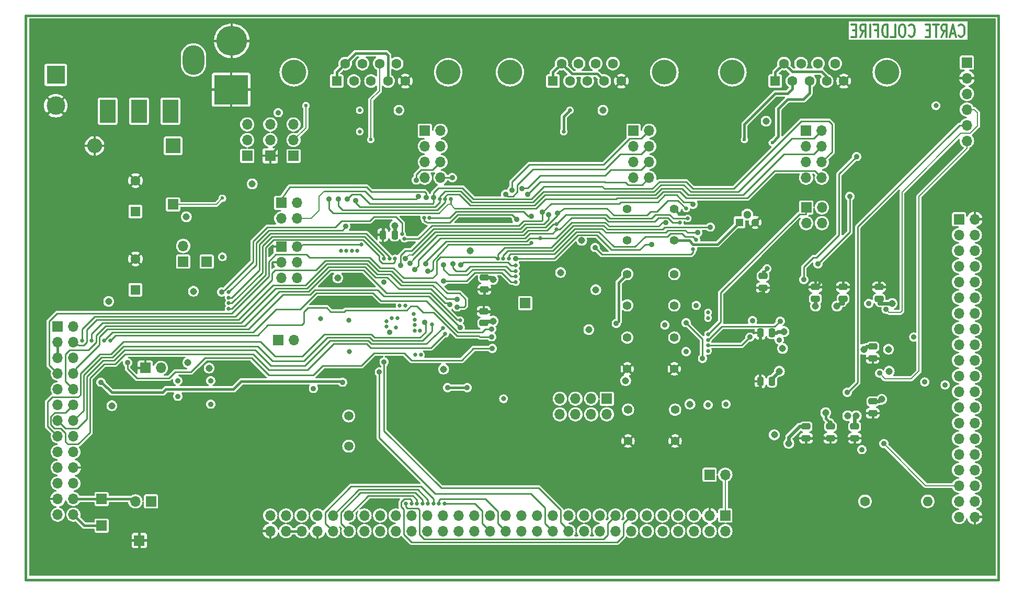
<source format=gbr>
%TF.GenerationSoftware,KiCad,Pcbnew,8.99.0-344-gfbc433deaa-dirty*%
%TF.CreationDate,2024-03-11T18:45:51+01:00*%
%TF.ProjectId,kit-dev-coldfire-xilinx_5213,6b69742d-6465-4762-9d63-6f6c64666972,2*%
%TF.SameCoordinates,Original*%
%TF.FileFunction,Copper,L4,Bot*%
%TF.FilePolarity,Positive*%
%FSLAX46Y46*%
G04 Gerber Fmt 4.6, Leading zero omitted, Abs format (unit mm)*
G04 Created by KiCad (PCBNEW 8.99.0-344-gfbc433deaa-dirty) date 2024-03-11 18:45:51*
%MOMM*%
%LPD*%
G01*
G04 APERTURE LIST*
G04 Aperture macros list*
%AMRoundRect*
0 Rectangle with rounded corners*
0 $1 Rounding radius*
0 $2 $3 $4 $5 $6 $7 $8 $9 X,Y pos of 4 corners*
0 Add a 4 corners polygon primitive as box body*
4,1,4,$2,$3,$4,$5,$6,$7,$8,$9,$2,$3,0*
0 Add four circle primitives for the rounded corners*
1,1,$1+$1,$2,$3*
1,1,$1+$1,$4,$5*
1,1,$1+$1,$6,$7*
1,1,$1+$1,$8,$9*
0 Add four rect primitives between the rounded corners*
20,1,$1+$1,$2,$3,$4,$5,0*
20,1,$1+$1,$4,$5,$6,$7,0*
20,1,$1+$1,$6,$7,$8,$9,0*
20,1,$1+$1,$8,$9,$2,$3,0*%
G04 Aperture macros list end*
%ADD10C,0.304800*%
%TA.AperFunction,NonConductor*%
%ADD11C,0.304800*%
%TD*%
%TA.AperFunction,ComponentPad*%
%ADD12C,1.397000*%
%TD*%
%TA.AperFunction,ComponentPad*%
%ADD13R,1.700000X1.700000*%
%TD*%
%TA.AperFunction,ComponentPad*%
%ADD14O,1.700000X1.700000*%
%TD*%
%TA.AperFunction,ComponentPad*%
%ADD15R,1.600000X1.600000*%
%TD*%
%TA.AperFunction,ComponentPad*%
%ADD16C,1.600000*%
%TD*%
%TA.AperFunction,ComponentPad*%
%ADD17R,2.400000X2.400000*%
%TD*%
%TA.AperFunction,ComponentPad*%
%ADD18O,2.400000X2.400000*%
%TD*%
%TA.AperFunction,ComponentPad*%
%ADD19R,5.500000X4.800600*%
%TD*%
%TA.AperFunction,ComponentPad*%
%ADD20O,5.000000X4.800600*%
%TD*%
%TA.AperFunction,ComponentPad*%
%ADD21O,3.500000X4.800600*%
%TD*%
%TA.AperFunction,ComponentPad*%
%ADD22R,1.300000X1.300000*%
%TD*%
%TA.AperFunction,ComponentPad*%
%ADD23C,1.300000*%
%TD*%
%TA.AperFunction,ComponentPad*%
%ADD24O,1.600000X1.600000*%
%TD*%
%TA.AperFunction,ComponentPad*%
%ADD25R,2.540000X3.810000*%
%TD*%
%TA.AperFunction,ComponentPad*%
%ADD26R,3.000000X3.000000*%
%TD*%
%TA.AperFunction,ComponentPad*%
%ADD27C,3.000000*%
%TD*%
%TA.AperFunction,ComponentPad*%
%ADD28C,1.500000*%
%TD*%
%TA.AperFunction,ComponentPad*%
%ADD29C,4.000000*%
%TD*%
%TA.AperFunction,SMDPad,CuDef*%
%ADD30RoundRect,0.250000X0.250000X0.475000X-0.250000X0.475000X-0.250000X-0.475000X0.250000X-0.475000X0*%
%TD*%
%TA.AperFunction,SMDPad,CuDef*%
%ADD31RoundRect,0.250000X0.475000X-0.250000X0.475000X0.250000X-0.475000X0.250000X-0.475000X-0.250000X0*%
%TD*%
%TA.AperFunction,SMDPad,CuDef*%
%ADD32RoundRect,0.250000X-0.475000X0.250000X-0.475000X-0.250000X0.475000X-0.250000X0.475000X0.250000X0*%
%TD*%
%TA.AperFunction,ViaPad*%
%ADD33C,0.635000*%
%TD*%
%TA.AperFunction,ViaPad*%
%ADD34C,0.889000*%
%TD*%
%TA.AperFunction,ViaPad*%
%ADD35C,0.600000*%
%TD*%
%TA.AperFunction,ViaPad*%
%ADD36C,0.800000*%
%TD*%
%TA.AperFunction,ViaPad*%
%ADD37C,1.143000*%
%TD*%
%TA.AperFunction,Conductor*%
%ADD38C,0.254000*%
%TD*%
%TA.AperFunction,Conductor*%
%ADD39C,0.381000*%
%TD*%
%TA.AperFunction,Conductor*%
%ADD40C,0.431800*%
%TD*%
%TA.AperFunction,Conductor*%
%ADD41C,0.200000*%
%TD*%
%TA.AperFunction,Conductor*%
%ADD42C,0.400000*%
%TD*%
%TA.AperFunction,Conductor*%
%ADD43C,0.558800*%
%TD*%
%TA.AperFunction,Profile*%
%ADD44C,0.381000*%
%TD*%
G04 APERTURE END LIST*
D10*
D11*
X222195570Y-59150668D02*
X222268142Y-59247430D01*
X222268142Y-59247430D02*
X222485856Y-59344191D01*
X222485856Y-59344191D02*
X222630999Y-59344191D01*
X222630999Y-59344191D02*
X222848713Y-59247430D01*
X222848713Y-59247430D02*
X222993856Y-59053906D01*
X222993856Y-59053906D02*
X223066427Y-58860382D01*
X223066427Y-58860382D02*
X223138999Y-58473334D01*
X223138999Y-58473334D02*
X223138999Y-58183049D01*
X223138999Y-58183049D02*
X223066427Y-57796001D01*
X223066427Y-57796001D02*
X222993856Y-57602477D01*
X222993856Y-57602477D02*
X222848713Y-57408953D01*
X222848713Y-57408953D02*
X222630999Y-57312191D01*
X222630999Y-57312191D02*
X222485856Y-57312191D01*
X222485856Y-57312191D02*
X222268142Y-57408953D01*
X222268142Y-57408953D02*
X222195570Y-57505715D01*
X221614999Y-58763620D02*
X220889285Y-58763620D01*
X221760142Y-59344191D02*
X221252142Y-57312191D01*
X221252142Y-57312191D02*
X220744142Y-59344191D01*
X219365284Y-59344191D02*
X219873284Y-58376572D01*
X220236141Y-59344191D02*
X220236141Y-57312191D01*
X220236141Y-57312191D02*
X219655570Y-57312191D01*
X219655570Y-57312191D02*
X219510427Y-57408953D01*
X219510427Y-57408953D02*
X219437856Y-57505715D01*
X219437856Y-57505715D02*
X219365284Y-57699239D01*
X219365284Y-57699239D02*
X219365284Y-57989525D01*
X219365284Y-57989525D02*
X219437856Y-58183049D01*
X219437856Y-58183049D02*
X219510427Y-58279810D01*
X219510427Y-58279810D02*
X219655570Y-58376572D01*
X219655570Y-58376572D02*
X220236141Y-58376572D01*
X218929856Y-57312191D02*
X218058999Y-57312191D01*
X218494427Y-59344191D02*
X218494427Y-57312191D01*
X217550998Y-58279810D02*
X217042998Y-58279810D01*
X216825284Y-59344191D02*
X217550998Y-59344191D01*
X217550998Y-59344191D02*
X217550998Y-57312191D01*
X217550998Y-57312191D02*
X216825284Y-57312191D01*
X214140141Y-59150668D02*
X214212713Y-59247430D01*
X214212713Y-59247430D02*
X214430427Y-59344191D01*
X214430427Y-59344191D02*
X214575570Y-59344191D01*
X214575570Y-59344191D02*
X214793284Y-59247430D01*
X214793284Y-59247430D02*
X214938427Y-59053906D01*
X214938427Y-59053906D02*
X215010998Y-58860382D01*
X215010998Y-58860382D02*
X215083570Y-58473334D01*
X215083570Y-58473334D02*
X215083570Y-58183049D01*
X215083570Y-58183049D02*
X215010998Y-57796001D01*
X215010998Y-57796001D02*
X214938427Y-57602477D01*
X214938427Y-57602477D02*
X214793284Y-57408953D01*
X214793284Y-57408953D02*
X214575570Y-57312191D01*
X214575570Y-57312191D02*
X214430427Y-57312191D01*
X214430427Y-57312191D02*
X214212713Y-57408953D01*
X214212713Y-57408953D02*
X214140141Y-57505715D01*
X213196713Y-57312191D02*
X212906427Y-57312191D01*
X212906427Y-57312191D02*
X212761284Y-57408953D01*
X212761284Y-57408953D02*
X212616141Y-57602477D01*
X212616141Y-57602477D02*
X212543570Y-57989525D01*
X212543570Y-57989525D02*
X212543570Y-58666858D01*
X212543570Y-58666858D02*
X212616141Y-59053906D01*
X212616141Y-59053906D02*
X212761284Y-59247430D01*
X212761284Y-59247430D02*
X212906427Y-59344191D01*
X212906427Y-59344191D02*
X213196713Y-59344191D01*
X213196713Y-59344191D02*
X213341856Y-59247430D01*
X213341856Y-59247430D02*
X213486998Y-59053906D01*
X213486998Y-59053906D02*
X213559570Y-58666858D01*
X213559570Y-58666858D02*
X213559570Y-57989525D01*
X213559570Y-57989525D02*
X213486998Y-57602477D01*
X213486998Y-57602477D02*
X213341856Y-57408953D01*
X213341856Y-57408953D02*
X213196713Y-57312191D01*
X211164713Y-59344191D02*
X211890427Y-59344191D01*
X211890427Y-59344191D02*
X211890427Y-57312191D01*
X210656713Y-59344191D02*
X210656713Y-57312191D01*
X210656713Y-57312191D02*
X210293856Y-57312191D01*
X210293856Y-57312191D02*
X210076142Y-57408953D01*
X210076142Y-57408953D02*
X209930999Y-57602477D01*
X209930999Y-57602477D02*
X209858428Y-57796001D01*
X209858428Y-57796001D02*
X209785856Y-58183049D01*
X209785856Y-58183049D02*
X209785856Y-58473334D01*
X209785856Y-58473334D02*
X209858428Y-58860382D01*
X209858428Y-58860382D02*
X209930999Y-59053906D01*
X209930999Y-59053906D02*
X210076142Y-59247430D01*
X210076142Y-59247430D02*
X210293856Y-59344191D01*
X210293856Y-59344191D02*
X210656713Y-59344191D01*
X208624713Y-58279810D02*
X209132713Y-58279810D01*
X209132713Y-59344191D02*
X209132713Y-57312191D01*
X209132713Y-57312191D02*
X208406999Y-57312191D01*
X207826427Y-59344191D02*
X207826427Y-57312191D01*
X206229856Y-59344191D02*
X206737856Y-58376572D01*
X207100713Y-59344191D02*
X207100713Y-57312191D01*
X207100713Y-57312191D02*
X206520142Y-57312191D01*
X206520142Y-57312191D02*
X206374999Y-57408953D01*
X206374999Y-57408953D02*
X206302428Y-57505715D01*
X206302428Y-57505715D02*
X206229856Y-57699239D01*
X206229856Y-57699239D02*
X206229856Y-57989525D01*
X206229856Y-57989525D02*
X206302428Y-58183049D01*
X206302428Y-58183049D02*
X206374999Y-58279810D01*
X206374999Y-58279810D02*
X206520142Y-58376572D01*
X206520142Y-58376572D02*
X207100713Y-58376572D01*
X205576713Y-58279810D02*
X205068713Y-58279810D01*
X204850999Y-59344191D02*
X205576713Y-59344191D01*
X205576713Y-59344191D02*
X205576713Y-57312191D01*
X205576713Y-57312191D02*
X204850999Y-57312191D01*
D12*
%TO.P,ABRT_SW101,1,1*%
%TO.N,Net-(ABRT_SW101-Pad1)*%
X168529000Y-97790000D03*
X176149000Y-97790000D03*
%TO.P,ABRT_SW101,2,2*%
%TO.N,+3.3V*%
X168529000Y-102870000D03*
X176149000Y-102870000D03*
%TD*%
D13*
%TO.P,ALLPST101,1,1*%
%TO.N,/ALLPST*%
X152019000Y-102489000D03*
%TD*%
%TO.P,BDM_PORT101,1,P1*%
%TO.N,unconnected-(BDM_PORT101-P1-Pad1)*%
X76327000Y-106299000D03*
D14*
%TO.P,BDM_PORT101,2,P2*%
%TO.N,/BKPT-*%
X78867000Y-106299000D03*
%TO.P,BDM_PORT101,3,P3*%
%TO.N,GND*%
X76327000Y-108839000D03*
%TO.P,BDM_PORT101,4,P4*%
%TO.N,/DSCLK*%
X78867000Y-108839000D03*
%TO.P,BDM_PORT101,5,P5*%
%TO.N,GND*%
X76327000Y-111379000D03*
%TO.P,BDM_PORT101,6,P6*%
%TO.N,Net-(BDM_PORT101-P6)*%
X78867000Y-111379000D03*
%TO.P,BDM_PORT101,7,P7*%
%TO.N,/RSTI-*%
X76327000Y-113919000D03*
%TO.P,BDM_PORT101,8,P8*%
%TO.N,/DSI*%
X78867000Y-113919000D03*
%TO.P,BDM_PORT101,9,P9*%
%TO.N,+3.3V*%
X76327000Y-116459000D03*
%TO.P,BDM_PORT101,10,P10*%
%TO.N,/DSO*%
X78867000Y-116459000D03*
%TO.P,BDM_PORT101,11,P11*%
%TO.N,GND*%
X76327000Y-118999000D03*
%TO.P,BDM_PORT101,12,P12*%
%TO.N,/PST3*%
X78867000Y-118999000D03*
%TO.P,BDM_PORT101,13,P13*%
%TO.N,/PST2*%
X76327000Y-121539000D03*
%TO.P,BDM_PORT101,14,P14*%
%TO.N,/PST1*%
X78867000Y-121539000D03*
%TO.P,BDM_PORT101,15,P15*%
%TO.N,/PST0*%
X76327000Y-124079000D03*
%TO.P,BDM_PORT101,16,P16*%
%TO.N,/DDAT3*%
X78867000Y-124079000D03*
%TO.P,BDM_PORT101,17,P17*%
%TO.N,/DDAT2*%
X76327000Y-126619000D03*
%TO.P,BDM_PORT101,18,P18*%
%TO.N,/DDAT1*%
X78867000Y-126619000D03*
%TO.P,BDM_PORT101,19,P19*%
%TO.N,/DDAT0*%
X76327000Y-129159000D03*
%TO.P,BDM_PORT101,20,P20*%
%TO.N,GND*%
X78867000Y-129159000D03*
%TO.P,BDM_PORT101,21,P21*%
%TO.N,unconnected-(BDM_PORT101-P21-Pad21)*%
X76327000Y-131699000D03*
%TO.P,BDM_PORT101,22,P22*%
%TO.N,unconnected-(BDM_PORT101-P22-Pad22)*%
X78867000Y-131699000D03*
%TO.P,BDM_PORT101,23,P23*%
%TO.N,GND*%
X76327000Y-134239000D03*
%TO.P,BDM_PORT101,24,P20*%
%TO.N,/TCLK*%
X78867000Y-134239000D03*
%TO.P,BDM_PORT101,25,P24*%
%TO.N,+3.3V*%
X76327000Y-136779000D03*
%TO.P,BDM_PORT101,26,P22*%
%TO.N,Net-(BDM_PORT101-P22-Pad26)*%
X78867000Y-136779000D03*
%TD*%
D15*
%TO.P,C212,1*%
%TO.N,Net-(D201-K)*%
X88900000Y-87630000D03*
D16*
%TO.P,C212,2*%
%TO.N,GND*%
X88900000Y-82630000D03*
%TD*%
D15*
%TO.P,C215,1*%
%TO.N,+3.3V*%
X88900000Y-100330000D03*
D16*
%TO.P,C215,2*%
%TO.N,GND*%
X88900000Y-95330000D03*
%TD*%
D13*
%TO.P,CAN_TERM201,1,1*%
%TO.N,/inout_user/CAN_H*%
X96647000Y-95758000D03*
D14*
%TO.P,CAN_TERM201,2,2*%
%TO.N,Net-(CAN_TERM201-Pad2)*%
X96647000Y-93218000D03*
%TD*%
D13*
%TO.P,CLKOUT101,1,1*%
%TO.N,/TCLK*%
X83439000Y-134239000D03*
%TD*%
%TO.P,COM_SEL203,1,P1*%
%TO.N,/inout_user/CAN_H*%
X114500000Y-78613000D03*
D14*
%TO.P,COM_SEL203,2,PM*%
%TO.N,/inout_user/CTS2{slash}CANH*%
X114500000Y-76073000D03*
%TO.P,COM_SEL203,3,P3*%
%TO.N,Net-(COM_SEL203-P3)*%
X114500000Y-73533000D03*
%TD*%
D13*
%TO.P,COM_SEL202,1,P1*%
%TO.N,GND*%
X110744000Y-78613000D03*
D14*
%TO.P,COM_SEL202,2,PM*%
%TO.N,/inout_user/RXD2*%
X110744000Y-76073000D03*
%TO.P,COM_SEL202,3,P3*%
%TO.N,Net-(COM_SEL202-P3)*%
X110744000Y-73533000D03*
%TD*%
D13*
%TO.P,CT101,1,1*%
%TO.N,Net-(BDM_PORT101-P6)*%
X91440000Y-134620000D03*
D14*
%TO.P,CT101,2,2*%
%TO.N,/TCLK*%
X88900000Y-134620000D03*
%TD*%
D17*
%TO.P,D201,1,K*%
%TO.N,Net-(D201-K)*%
X95000000Y-77000000D03*
D18*
%TO.P,D201,2,A*%
%TO.N,GND*%
X82300000Y-77000000D03*
%TD*%
D13*
%TO.P,GND101,1,1*%
%TO.N,GND*%
X89535000Y-140970000D03*
%TD*%
D19*
%TO.P,J201,1*%
%TO.N,GND*%
X104400000Y-67900000D03*
D20*
%TO.P,J201,2*%
X104500000Y-60000000D03*
D21*
%TO.P,J201,3*%
%TO.N,Net-(TB201-P1)*%
X98300000Y-63100000D03*
%TD*%
D22*
%TO.P,LV101,1,Rst*%
%TO.N,Net-(D102-K)*%
X186690000Y-89408000D03*
D23*
%TO.P,LV101,2,In*%
%TO.N,+3.3V*%
X187960000Y-88138000D03*
%TO.P,LV101,3,Gbd*%
%TO.N,GND*%
X189230000Y-89408000D03*
%TD*%
D13*
%TO.P,MCU_PORT201,1,P1*%
%TO.N,Net-(MCU_PORT201-P1)*%
X184404000Y-136906000D03*
D14*
%TO.P,MCU_PORT201,2,P2*%
%TO.N,/IRQ-1*%
X184404000Y-139446000D03*
%TO.P,MCU_PORT201,3,P3*%
%TO.N,GND*%
X181864000Y-136906000D03*
%TO.P,MCU_PORT201,4,P4*%
%TO.N,/RSTO-*%
X181864000Y-139446000D03*
%TO.P,MCU_PORT201,5,P5*%
%TO.N,/UTXD1*%
X179324000Y-136906000D03*
%TO.P,MCU_PORT201,6,P6*%
%TO.N,/RSTI-*%
X179324000Y-139446000D03*
%TO.P,MCU_PORT201,7,P7*%
%TO.N,/URXD1*%
X176784000Y-136906000D03*
%TO.P,MCU_PORT201,8,P8*%
%TO.N,/IRQ-2*%
X176784000Y-139446000D03*
%TO.P,MCU_PORT201,9,P9*%
%TO.N,/URTS1*%
X174244000Y-136906000D03*
%TO.P,MCU_PORT201,10,P10*%
%TO.N,/AN0*%
X174244000Y-139446000D03*
%TO.P,MCU_PORT201,11,P11*%
%TO.N,/UCTS1*%
X171704000Y-136906000D03*
%TO.P,MCU_PORT201,12,P12*%
%TO.N,/AN1*%
X171704000Y-139446000D03*
%TO.P,MCU_PORT201,13,P13*%
%TO.N,/PWM1*%
X169164000Y-136906000D03*
%TO.P,MCU_PORT201,14,P14*%
%TO.N,/AN2*%
X169164000Y-139446000D03*
%TO.P,MCU_PORT201,15,P15*%
%TO.N,/PWM3*%
X166624000Y-136906000D03*
%TO.P,MCU_PORT201,16,P16*%
%TO.N,/AN3*%
X166624000Y-139446000D03*
%TO.P,MCU_PORT201,17,P17*%
%TO.N,/DSPI_DOUT*%
X164084000Y-136906000D03*
%TO.P,MCU_PORT201,18,P18*%
%TO.N,/AN4*%
X164084000Y-139446000D03*
%TO.P,MCU_PORT201,19,P19*%
%TO.N,/QSPI_DIN*%
X161544000Y-136906000D03*
%TO.P,MCU_PORT201,20,P20*%
%TO.N,/AN5*%
X161544000Y-139446000D03*
%TO.P,MCU_PORT201,21,P21*%
%TO.N,/QSPI_CLK*%
X159004000Y-136906000D03*
%TO.P,MCU_PORT201,22,P22*%
%TO.N,/AN6*%
X159004000Y-139446000D03*
%TO.P,MCU_PORT201,23,P23*%
%TO.N,/QSPI_CS0*%
X156464000Y-136906000D03*
%TO.P,MCU_PORT201,24,P24*%
%TO.N,/AN7*%
X156464000Y-139446000D03*
%TO.P,MCU_PORT201,25*%
%TO.N,/QSPI_CS1*%
X153924000Y-136906000D03*
%TO.P,MCU_PORT201,26,P26*%
%TO.N,/CANTX*%
X153924000Y-139446000D03*
%TO.P,MCU_PORT201,27,P27*%
%TO.N,/QSPI_CS2*%
X151384000Y-136906000D03*
%TO.P,MCU_PORT201,28,P28*%
%TO.N,/CANRX*%
X151384000Y-139446000D03*
%TO.P,MCU_PORT201,29,P29*%
%TO.N,/QSPI_CS3*%
X148844000Y-136906000D03*
%TO.P,MCU_PORT201,30,P30*%
%TO.N,/PWM5*%
X148844000Y-139446000D03*
%TO.P,MCU_PORT201,31,P31*%
%TO.N,/IRQ-3*%
X146304000Y-136906000D03*
%TO.P,MCU_PORT201,32,P32*%
%TO.N,/PWM7*%
X146304000Y-139446000D03*
%TO.P,MCU_PORT201,33,P33*%
%TO.N,/IRQ-4*%
X143764000Y-136906000D03*
%TO.P,MCU_PORT201,34,P34*%
%TO.N,/DTIN0*%
X143764000Y-139446000D03*
%TO.P,MCU_PORT201,35,P35*%
%TO.N,/IRQ-5*%
X141224000Y-136906000D03*
%TO.P,MCU_PORT201,36,P36*%
%TO.N,/DTIN1*%
X141224000Y-139446000D03*
%TO.P,MCU_PORT201,37,P37*%
%TO.N,/IRQ-6*%
X138684000Y-136906000D03*
%TO.P,MCU_PORT201,38,P38*%
%TO.N,/DTIN2*%
X138684000Y-139446000D03*
%TO.P,MCU_PORT201,39,P39*%
%TO.N,/IRQ-7*%
X136144000Y-136906000D03*
%TO.P,MCU_PORT201,40,P40*%
%TO.N,/DTIN3*%
X136144000Y-139446000D03*
%TO.P,MCU_PORT201,41,P41*%
%TO.N,/UTXD0*%
X133604000Y-136906000D03*
%TO.P,MCU_PORT201,42,P42*%
%TO.N,/URTS0*%
X133604000Y-139446000D03*
%TO.P,MCU_PORT201,43,P43*%
%TO.N,/URXD0*%
X131064000Y-136906000D03*
%TO.P,MCU_PORT201,44,P44*%
%TO.N,/UCTS0*%
X131064000Y-139446000D03*
%TO.P,MCU_PORT201,45,P45*%
%TO.N,/UTXD2*%
X128524000Y-136906000D03*
%TO.P,MCU_PORT201,46,P46*%
%TO.N,/URTS2*%
X128524000Y-139446000D03*
%TO.P,MCU_PORT201,47,P47*%
%TO.N,/URXD2*%
X125984000Y-136906000D03*
%TO.P,MCU_PORT201,48,P48*%
%TO.N,/UCTS2*%
X125984000Y-139446000D03*
%TO.P,MCU_PORT201,49,P49*%
%TO.N,/GPT0*%
X123444000Y-136906000D03*
%TO.P,MCU_PORT201,50,P50*%
%TO.N,/GPT1*%
X123444000Y-139446000D03*
%TO.P,MCU_PORT201,51,P51*%
%TO.N,/GPT2*%
X120904000Y-136906000D03*
%TO.P,MCU_PORT201,52,P52*%
%TO.N,/GPT3*%
X120904000Y-139446000D03*
%TO.P,MCU_PORT201,53,P53*%
%TO.N,/RCON-*%
X118364000Y-136906000D03*
%TO.P,MCU_PORT201,54,P54*%
%TO.N,GND*%
X118364000Y-139446000D03*
%TO.P,MCU_PORT201,55,P55*%
%TO.N,/VCCA*%
X115824000Y-136906000D03*
%TO.P,MCU_PORT201,56,P56*%
%TO.N,GNDA*%
X115824000Y-139446000D03*
%TO.P,MCU_PORT201,57,P57*%
%TO.N,/VCCA*%
X113284000Y-136906000D03*
%TO.P,MCU_PORT201,58,P58*%
%TO.N,GNDA*%
X113284000Y-139446000D03*
%TO.P,MCU_PORT201,59,P59*%
%TO.N,+3.3V*%
X110744000Y-136906000D03*
%TO.P,MCU_PORT201,60,P60*%
%TO.N,GND*%
X110744000Y-139446000D03*
%TD*%
D13*
%TO.P,P301,1,1*%
%TO.N,+3.3V*%
X223520000Y-63500000D03*
D14*
%TO.P,P301,2,2*%
%TO.N,GND*%
X223520000Y-66040000D03*
%TO.P,P301,3,3*%
%TO.N,/xilinx/TMS*%
X223520000Y-68580000D03*
%TO.P,P301,4,4*%
%TO.N,/xilinx/TDI*%
X223520000Y-71120000D03*
%TO.P,P301,5,5*%
%TO.N,/xilinx/TCK*%
X223520000Y-73660000D03*
%TO.P,P301,6,6*%
%TO.N,/xilinx/TDO*%
X223520000Y-76200000D03*
%TD*%
D13*
%TO.P,P303,1,P1*%
%TO.N,/xilinx/XIL_D0*%
X222250000Y-88900000D03*
D14*
%TO.P,P303,2,P2*%
%TO.N,GND*%
X224790000Y-88900000D03*
%TO.P,P303,3,P3*%
%TO.N,/xilinx/XIL_D1*%
X222250000Y-91440000D03*
%TO.P,P303,4,P4*%
%TO.N,/xilinx/XIL_D20*%
X224790000Y-91440000D03*
%TO.P,P303,5,P5*%
%TO.N,/xilinx/XIL_D2*%
X222250000Y-93980000D03*
%TO.P,P303,6,P6*%
%TO.N,/xilinx/XIL_D21*%
X224790000Y-93980000D03*
%TO.P,P303,7,P7*%
%TO.N,/xilinx/XIL_D3*%
X222250000Y-96520000D03*
%TO.P,P303,8,P8*%
%TO.N,/xilinx/XIL_D22*%
X224790000Y-96520000D03*
%TO.P,P303,9,P9*%
%TO.N,/xilinx/XIL_D4*%
X222250000Y-99060000D03*
%TO.P,P303,10,P10*%
%TO.N,/xilinx/XIL_D23*%
X224790000Y-99060000D03*
%TO.P,P303,11,P11*%
%TO.N,/xilinx/XIL_D5*%
X222250000Y-101600000D03*
%TO.P,P303,12,P12*%
%TO.N,/xilinx/XIL_D24*%
X224790000Y-101600000D03*
%TO.P,P303,13,P13*%
%TO.N,/xilinx/XIL_D6*%
X222250000Y-104140000D03*
%TO.P,P303,14,P14*%
%TO.N,/xilinx/XIL_D25*%
X224790000Y-104140000D03*
%TO.P,P303,15,P15*%
%TO.N,/xilinx/XIL_D7*%
X222250000Y-106680000D03*
%TO.P,P303,16,P16*%
%TO.N,/xilinx/XIL_D26*%
X224790000Y-106680000D03*
%TO.P,P303,17,P17*%
%TO.N,/xilinx/XIL_D8*%
X222250000Y-109220000D03*
%TO.P,P303,18,P18*%
%TO.N,/xilinx/XIL_D27*%
X224790000Y-109220000D03*
%TO.P,P303,19,P19*%
%TO.N,/xilinx/XIL_D9*%
X222250000Y-111760000D03*
%TO.P,P303,20,P20*%
%TO.N,/xilinx/XIL_D28*%
X224790000Y-111760000D03*
%TO.P,P303,21,P21*%
%TO.N,/xilinx/XIL_D10*%
X222250000Y-114300000D03*
%TO.P,P303,22,P22*%
%TO.N,/xilinx/XIL_D29*%
X224790000Y-114300000D03*
%TO.P,P303,23,P23*%
%TO.N,/xilinx/XIL_D11*%
X222250000Y-116840000D03*
%TO.P,P303,24,P24*%
%TO.N,/xilinx/XIL_D30*%
X224790000Y-116840000D03*
%TO.P,P303,25*%
%TO.N,/xilinx/XIL_D12*%
X222250000Y-119380000D03*
%TO.P,P303,26,P26*%
%TO.N,/xilinx/XIL_D31*%
X224790000Y-119380000D03*
%TO.P,P303,27,P27*%
%TO.N,/xilinx/XIL_D13*%
X222250000Y-121920000D03*
%TO.P,P303,28,P28*%
%TO.N,/xilinx/XIL_D32*%
X224790000Y-121920000D03*
%TO.P,P303,29,P29*%
%TO.N,/xilinx/XIL_D14*%
X222250000Y-124460000D03*
%TO.P,P303,30,P30*%
%TO.N,/xilinx/XIL_D33*%
X224790000Y-124460000D03*
%TO.P,P303,31,P31*%
%TO.N,/xilinx/XIL_D15*%
X222250000Y-127000000D03*
%TO.P,P303,32,P32*%
%TO.N,/xilinx/XIL_D34*%
X224790000Y-127000000D03*
%TO.P,P303,33,P33*%
%TO.N,/xilinx/XIL_D16*%
X222250000Y-129540000D03*
%TO.P,P303,34,P34*%
%TO.N,/xilinx/XIL_D35*%
X224790000Y-129540000D03*
%TO.P,P303,35,P35*%
%TO.N,/xilinx/XIL_D17*%
X222250000Y-132080000D03*
%TO.P,P303,36,P36*%
%TO.N,/xilinx/XIL_D36*%
X224790000Y-132080000D03*
%TO.P,P303,37,P37*%
%TO.N,/xilinx/XIL_D18*%
X222250000Y-134620000D03*
%TO.P,P303,38,P38*%
%TO.N,/xilinx/+3\u002C3V_OUT*%
X224790000Y-134620000D03*
%TO.P,P303,39,P39*%
%TO.N,/xilinx/XIL_D19*%
X222250000Y-137160000D03*
%TO.P,P303,40,P40*%
%TO.N,GND*%
X224790000Y-137160000D03*
%TD*%
D13*
%TO.P,PULUPEN201,1,1*%
%TO.N,/QSPI_CLK*%
X165227000Y-117983000D03*
D14*
%TO.P,PULUPEN201,2,2*%
%TO.N,Net-(PULUPEN201-Pad2)*%
X165227000Y-120523000D03*
%TO.P,PULUPEN201,3,3*%
%TO.N,/QSPI_CS0*%
X162687000Y-117983000D03*
%TO.P,PULUPEN201,4,4*%
%TO.N,Net-(PULUPEN201-Pad4)*%
X162687000Y-120523000D03*
%TO.P,PULUPEN201,5,5*%
%TO.N,/CANTX*%
X160147000Y-117983000D03*
%TO.P,PULUPEN201,6,6*%
%TO.N,Net-(PULUPEN201-Pad6)*%
X160147000Y-120523000D03*
%TO.P,PULUPEN201,7,7*%
%TO.N,/CANRX*%
X157607000Y-117983000D03*
%TO.P,PULUPEN201,8,8*%
%TO.N,Net-(PULUPEN201-Pad8)*%
X157607000Y-120523000D03*
%TD*%
D16*
%TO.P,R302,1*%
%TO.N,+3.3V*%
X207010000Y-134620000D03*
D24*
%TO.P,R302,2*%
%TO.N,/xilinx/+3\u002C3V_OUT*%
X217170000Y-134620000D03*
%TD*%
D13*
%TO.P,RS201,1,1*%
%TO.N,Net-(U205-Rsl)*%
X100457000Y-95758000D03*
%TD*%
D12*
%TO.P,RST_SW101,1,1*%
%TO.N,Net-(D102-K)*%
X176149000Y-92329000D03*
X168529000Y-92329000D03*
%TO.P,RST_SW101,2,2*%
%TO.N,GND*%
X176149000Y-87249000D03*
X168529000Y-87249000D03*
%TD*%
%TO.P,SW201,1,1*%
%TO.N,/IRQ-4*%
X168529000Y-108077000D03*
X176149000Y-108077000D03*
%TO.P,SW201,2,2*%
%TO.N,GND*%
X168529000Y-113157000D03*
X176149000Y-113157000D03*
%TD*%
%TO.P,SW202,1,1*%
%TO.N,/IRQ-5*%
X168656000Y-119761000D03*
X176276000Y-119761000D03*
%TO.P,SW202,2,2*%
%TO.N,GND*%
X168656000Y-124841000D03*
X176276000Y-124841000D03*
%TD*%
D25*
%TO.P,SW_ONOFF201,1,1*%
%TO.N,unconnected-(SW_ONOFF201-Pad1)*%
X84420000Y-71374000D03*
%TO.P,SW_ONOFF201,2,2*%
%TO.N,Net-(F201-Pad1)*%
X89500000Y-71374000D03*
%TO.P,SW_ONOFF201,3,3*%
%TO.N,Net-(TB201-P1)*%
X94580000Y-71374000D03*
%TD*%
D13*
%TO.P,TA-101,1,1*%
%TO.N,Net-(BDM_PORT101-P22-Pad26)*%
X83439000Y-138557000D03*
%TD*%
D26*
%TO.P,TB201,1,P1*%
%TO.N,Net-(TB201-P1)*%
X76000000Y-65500000D03*
D27*
%TO.P,TB201,2,PM*%
%TO.N,GND*%
X76000000Y-70500000D03*
%TD*%
D13*
%TO.P,UART_EN201,1,1*%
%TO.N,Net-(U202-T1IN)*%
X197485000Y-74549000D03*
D14*
%TO.P,UART_EN201,2,2*%
%TO.N,/UTXD0*%
X200025000Y-74549000D03*
%TO.P,UART_EN201,3,3*%
%TO.N,Net-(U202-R1OUT)*%
X197485000Y-77089000D03*
%TO.P,UART_EN201,4,4*%
%TO.N,/URXD0*%
X200025000Y-77089000D03*
%TO.P,UART_EN201,5,5*%
%TO.N,Net-(U202-T2IN)*%
X197485000Y-79629000D03*
%TO.P,UART_EN201,6,6*%
%TO.N,/URTS0*%
X200025000Y-79629000D03*
%TO.P,UART_EN201,7,7*%
%TO.N,Net-(U202-R2OUT)*%
X197485000Y-82169000D03*
%TO.P,UART_EN201,8,8*%
%TO.N,/UCTS0*%
X200025000Y-82169000D03*
%TD*%
D13*
%TO.P,UART_EN202,1,1*%
%TO.N,Net-(U203-T1IN)*%
X169545000Y-74549000D03*
D14*
%TO.P,UART_EN202,2,2*%
%TO.N,/UTXD1*%
X172085000Y-74549000D03*
%TO.P,UART_EN202,3,3*%
%TO.N,Net-(U203-R1OUT)*%
X169545000Y-77089000D03*
%TO.P,UART_EN202,4,4*%
%TO.N,/URXD1*%
X172085000Y-77089000D03*
%TO.P,UART_EN202,5,5*%
%TO.N,Net-(U203-T2IN)*%
X169545000Y-79629000D03*
%TO.P,UART_EN202,6,6*%
%TO.N,/URTS1*%
X172085000Y-79629000D03*
%TO.P,UART_EN202,7,7*%
%TO.N,Net-(U203-R2OUT)*%
X169545000Y-82169000D03*
%TO.P,UART_EN202,8,8*%
%TO.N,/UCTS1*%
X172085000Y-82169000D03*
%TD*%
D13*
%TO.P,UART_EN203,1,1*%
%TO.N,Net-(U204-T2IN)*%
X135763000Y-74549000D03*
D14*
%TO.P,UART_EN203,2,2*%
%TO.N,/UTXD2*%
X138303000Y-74549000D03*
%TO.P,UART_EN203,3,3*%
%TO.N,Net-(U204-R2OUT)*%
X135763000Y-77089000D03*
%TO.P,UART_EN203,4,4*%
%TO.N,/URXD2*%
X138303000Y-77089000D03*
%TO.P,UART_EN203,5,5*%
%TO.N,Net-(U204-T1IN)*%
X135763000Y-79629000D03*
%TO.P,UART_EN203,6,6*%
%TO.N,/URTS2*%
X138303000Y-79629000D03*
%TO.P,UART_EN203,7,7*%
%TO.N,Net-(U204-R1OUT)*%
X135763000Y-82169000D03*
%TO.P,UART_EN203,8,8*%
%TO.N,/UCTS2*%
X138303000Y-82169000D03*
%TD*%
D13*
%TO.P,VDDA101,1,1*%
%TO.N,+3.3V*%
X112014000Y-108458000D03*
D14*
%TO.P,VDDA101,2,2*%
%TO.N,Net-(L102-Pad1)*%
X114554000Y-108458000D03*
%TD*%
D28*
%TO.P,Y101,1,1*%
%TO.N,/CLKIN{slash}EXTAL*%
X123444000Y-120777000D03*
%TO.P,Y101,2,2*%
%TO.N,/XTAL*%
X123444000Y-125677000D03*
%TD*%
D13*
%TO.P,CAN_EN201,1,1*%
%TO.N,/CANTX*%
X112522000Y-86233000D03*
D14*
%TO.P,CAN_EN201,2,2*%
%TO.N,/inout_user/RxD_CAN*%
X115062000Y-86233000D03*
%TO.P,CAN_EN201,3,3*%
%TO.N,/inout_user/TxD_CAN*%
X112522000Y-88773000D03*
%TO.P,CAN_EN201,4,4*%
%TO.N,/CANRX*%
X115062000Y-88773000D03*
%TD*%
D13*
%TO.P,VX_EN201,1,1*%
%TO.N,+3.3V*%
X181864000Y-130302000D03*
D14*
%TO.P,VX_EN201,2,2*%
%TO.N,Net-(MCU_PORT201-P1)*%
X184404000Y-130302000D03*
%TD*%
D13*
%TO.P,JP101,1,1*%
%TO.N,GND*%
X112522000Y-93345000D03*
D14*
%TO.P,JP101,2,2*%
%TO.N,/JTAG_EN*%
X115062000Y-93345000D03*
%TO.P,JP101,3,3*%
%TO.N,GND*%
X112522000Y-95885000D03*
%TO.P,JP101,4,4*%
%TO.N,/CLKMOD1*%
X115062000Y-95885000D03*
%TO.P,JP101,5,5*%
%TO.N,GND*%
X112522000Y-98425000D03*
%TO.P,JP101,6,6*%
%TO.N,/CLKMOD0*%
X115062000Y-98425000D03*
%TD*%
D13*
%TO.P,P302,1,1*%
%TO.N,/UCTS1*%
X197500000Y-87000000D03*
D14*
%TO.P,P302,2,2*%
%TO.N,Net-(U301-P11)*%
X200040000Y-87000000D03*
%TO.P,P302,3,3*%
%TO.N,/URTS1*%
X197500000Y-89540000D03*
%TO.P,P302,4,4*%
%TO.N,Net-(U301-P4)*%
X200040000Y-89540000D03*
%TD*%
D13*
%TO.P,COM_SEL201,1,P1*%
%TO.N,/inout_user/CAN_L*%
X107000000Y-78613000D03*
D14*
%TO.P,COM_SEL201,2,PM*%
%TO.N,/inout_user/TXD2{slash}CANL*%
X107000000Y-76073000D03*
%TO.P,COM_SEL201,3,P3*%
%TO.N,Net-(COM_SEL201-P3)*%
X107000000Y-73533000D03*
%TD*%
D13*
%TO.P,JP201,1,1*%
%TO.N,GND*%
X90500000Y-113000000D03*
D14*
%TO.P,JP201,2,2*%
%TO.N,Net-(U201A-E)*%
X93040000Y-113000000D03*
%TD*%
D29*
%TO.P,UARTCAN201,0*%
%TO.N,N/C*%
X210540000Y-65080000D03*
X185540000Y-65080000D03*
D15*
%TO.P,UARTCAN201,1,1*%
%TO.N,Net-(UARTCAN201-P6)*%
X192500000Y-66500000D03*
D16*
%TO.P,UARTCAN201,2,2*%
%TO.N,/inout_user/TXD0*%
X195270000Y-66500000D03*
%TO.P,UARTCAN201,3,3*%
%TO.N,/inout_user/RXD0*%
X198040000Y-66500000D03*
%TO.P,UARTCAN201,4,4*%
%TO.N,Net-(UARTCAN201-P6)*%
X200810000Y-66500000D03*
%TO.P,UARTCAN201,5,5*%
%TO.N,GND*%
X203580000Y-66500000D03*
%TO.P,UARTCAN201,6,P6*%
%TO.N,Net-(UARTCAN201-P6)*%
X193885000Y-63660000D03*
%TO.P,UARTCAN201,7,P7*%
%TO.N,/inout_user/CTS0*%
X196655000Y-63660000D03*
%TO.P,UARTCAN201,8,P8*%
%TO.N,/inout_user/RTS0*%
X199425000Y-63660000D03*
%TO.P,UARTCAN201,9,P9*%
%TO.N,unconnected-(UARTCAN201-P9-Pad9)*%
X202195000Y-63660000D03*
%TD*%
D29*
%TO.P,UARTCAN202,0*%
%TO.N,N/C*%
X174540000Y-65080000D03*
X149540000Y-65080000D03*
D15*
%TO.P,UARTCAN202,1,1*%
%TO.N,Net-(UARTCAN202-P6)*%
X156500000Y-66500000D03*
D16*
%TO.P,UARTCAN202,2,2*%
%TO.N,/inout_user/TXD1*%
X159270000Y-66500000D03*
%TO.P,UARTCAN202,3,3*%
%TO.N,/inout_user/RXD1*%
X162040000Y-66500000D03*
%TO.P,UARTCAN202,4,4*%
%TO.N,Net-(UARTCAN202-P6)*%
X164810000Y-66500000D03*
%TO.P,UARTCAN202,5,5*%
%TO.N,GND*%
X167580000Y-66500000D03*
%TO.P,UARTCAN202,6,P6*%
%TO.N,Net-(UARTCAN202-P6)*%
X157885000Y-63660000D03*
%TO.P,UARTCAN202,7,P7*%
%TO.N,/inout_user/CTS1*%
X160655000Y-63660000D03*
%TO.P,UARTCAN202,8,P8*%
%TO.N,/inout_user/RTS1*%
X163425000Y-63660000D03*
%TO.P,UARTCAN202,9,P9*%
%TO.N,unconnected-(UARTCAN202-P9-Pad9)*%
X166195000Y-63660000D03*
%TD*%
D29*
%TO.P,UARTCAN203,0*%
%TO.N,N/C*%
X139540000Y-65080000D03*
X114540000Y-65080000D03*
D15*
%TO.P,UARTCAN203,1,1*%
%TO.N,Net-(UARTCAN203-P6)*%
X121500000Y-66500000D03*
D16*
%TO.P,UARTCAN203,2,2*%
%TO.N,/inout_user/TXD2{slash}CANL*%
X124270000Y-66500000D03*
%TO.P,UARTCAN203,3,3*%
%TO.N,/inout_user/RXD2*%
X127040000Y-66500000D03*
%TO.P,UARTCAN203,4,4*%
%TO.N,Net-(UARTCAN203-P6)*%
X129810000Y-66500000D03*
%TO.P,UARTCAN203,5,5*%
%TO.N,GND*%
X132580000Y-66500000D03*
%TO.P,UARTCAN203,6,P6*%
%TO.N,Net-(UARTCAN203-P6)*%
X122885000Y-63660000D03*
%TO.P,UARTCAN203,7,P7*%
%TO.N,/inout_user/CTS2{slash}CANH*%
X125655000Y-63660000D03*
%TO.P,UARTCAN203,8,P8*%
%TO.N,/inout_user/RTS2*%
X128425000Y-63660000D03*
%TO.P,UARTCAN203,9,P9*%
%TO.N,unconnected-(UARTCAN203-P9-Pad9)*%
X131195000Y-63660000D03*
%TD*%
D13*
%TO.P,VREF201,1,1*%
%TO.N,Net-(U205-Vref)*%
X95000000Y-86500000D03*
%TD*%
D30*
%TO.P,C112,1*%
%TO.N,+3.3V*%
X130871000Y-91440000D03*
%TO.P,C112,2*%
%TO.N,GND*%
X128971000Y-91440000D03*
%TD*%
D31*
%TO.P,C117,1*%
%TO.N,+3.3V*%
X145288000Y-105725000D03*
%TO.P,C117,2*%
%TO.N,GND*%
X145288000Y-103825000D03*
%TD*%
D32*
%TO.P,C118,1*%
%TO.N,+3.3V*%
X145415000Y-98364000D03*
%TO.P,C118,2*%
%TO.N,GND*%
X145415000Y-100264000D03*
%TD*%
D31*
%TO.P,C301,1*%
%TO.N,+3.3V*%
X209296000Y-101788000D03*
%TO.P,C301,2*%
%TO.N,GND*%
X209296000Y-99888000D03*
%TD*%
D30*
%TO.P,C302,1*%
%TO.N,+3.3V*%
X191958000Y-107315000D03*
%TO.P,C302,2*%
%TO.N,GND*%
X190058000Y-107315000D03*
%TD*%
D31*
%TO.P,C303,1*%
%TO.N,+3.3V*%
X203454000Y-101788000D03*
%TO.P,C303,2*%
%TO.N,GND*%
X203454000Y-99888000D03*
%TD*%
D32*
%TO.P,C304,1*%
%TO.N,+3.3V*%
X208280000Y-109540000D03*
%TO.P,C304,2*%
%TO.N,GND*%
X208280000Y-111440000D03*
%TD*%
%TO.P,C305,1*%
%TO.N,+3.3V*%
X201422000Y-122494000D03*
%TO.P,C305,2*%
%TO.N,GND*%
X201422000Y-124394000D03*
%TD*%
%TO.P,C306,1*%
%TO.N,+3.3V*%
X208280000Y-118430000D03*
%TO.P,C306,2*%
%TO.N,GND*%
X208280000Y-120330000D03*
%TD*%
%TO.P,C307,1*%
%TO.N,+3.3V*%
X190500000Y-98110000D03*
%TO.P,C307,2*%
%TO.N,GND*%
X190500000Y-100010000D03*
%TD*%
D31*
%TO.P,C308,1*%
%TO.N,+3.3V*%
X199009000Y-101788000D03*
%TO.P,C308,2*%
%TO.N,GND*%
X199009000Y-99888000D03*
%TD*%
D32*
%TO.P,C309,1*%
%TO.N,+3.3V*%
X205359000Y-122494000D03*
%TO.P,C309,2*%
%TO.N,GND*%
X205359000Y-124394000D03*
%TD*%
%TO.P,C310,1*%
%TO.N,+3.3V*%
X197485000Y-122494000D03*
%TO.P,C310,2*%
%TO.N,GND*%
X197485000Y-124394000D03*
%TD*%
D30*
%TO.P,C311,1*%
%TO.N,+3.3V*%
X191958000Y-115189000D03*
%TO.P,C311,2*%
%TO.N,GND*%
X190058000Y-115189000D03*
%TD*%
D33*
%TO.N,/AN2*%
X129540000Y-105410000D03*
%TO.N,/AN3*%
X129540000Y-106299000D03*
%TO.N,/AN4*%
X131064000Y-106426000D03*
D34*
%TO.N,/AN6*%
X129159000Y-112014000D03*
%TO.N,/BKPT-*%
X146685000Y-109855000D03*
X87630000Y-112141000D03*
D33*
%TO.N,/DDAT0*%
X84836000Y-108585000D03*
D34*
X146558000Y-107950000D03*
D33*
%TO.N,/DDAT1*%
X83820000Y-108585000D03*
D34*
X146558000Y-106680000D03*
%TO.N,/DDAT2*%
X139827000Y-102743000D03*
D33*
X81788000Y-108585000D03*
%TO.N,/DDAT3*%
X80264000Y-108585000D03*
D34*
X140970000Y-103124000D03*
%TO.N,/DSCLK*%
X140970000Y-101854000D03*
%TO.N,/DSI*%
X141478000Y-106426000D03*
D33*
%TO.N,/DSO*%
X141478000Y-105283000D03*
%TO.N,/DTIN1*%
X104013000Y-103378000D03*
X130937000Y-95250000D03*
%TO.N,/GPT1*%
X134112000Y-106045000D03*
X135382000Y-135001000D03*
%TO.N,/GPT3*%
X137160000Y-135001000D03*
X135001000Y-106934000D03*
D34*
%TO.N,/IRQ-5*%
X138811000Y-96266000D03*
D33*
X150495000Y-98171000D03*
D34*
%TO.N,/IRQ-6*%
X140335000Y-96139000D03*
D33*
X150495000Y-97282000D03*
D34*
%TO.N,/IRQ-7*%
X141605000Y-96266000D03*
D33*
X150495000Y-96393000D03*
%TO.N,/JTAG_EN*%
X125476000Y-92964000D03*
D34*
%TO.N,/PST0*%
X135700000Y-105600000D03*
D33*
%TO.N,/PST1*%
X136906000Y-105918000D03*
%TO.N,/PST2*%
X138700000Y-106500000D03*
%TO.N,/PST3*%
X139065000Y-107442000D03*
D34*
%TO.N,/QSPI_CS3*%
X136271000Y-97282000D03*
D33*
X153035000Y-92710000D03*
D34*
%TO.N,/TCLK*%
X83312000Y-115316000D03*
X122428000Y-115316000D03*
D35*
%TO.N,/inout_user/RTS2*%
X127000000Y-76000000D03*
%TO.N,/inout_user/RXD0*%
X192000000Y-76500000D03*
D34*
%TO.N,/inout_user/RXD2*%
X112014000Y-71628000D03*
D35*
%TO.N,/inout_user/TXD0*%
X187500000Y-76000000D03*
D34*
%TO.N,/xilinx/LED_TEST1*%
X197104000Y-98679000D03*
X205661260Y-78740000D03*
%TO.N,/xilinx/LED_TEST2*%
X199390000Y-96139000D03*
X204566520Y-85211920D03*
%TO.N,/xilinx/TCK*%
X204144880Y-116954300D03*
%TO.N,/xilinx/TDI*%
X210431380Y-103477060D03*
%TO.N,/xilinx/TDO*%
X209379820Y-113860580D03*
%TO.N,/xilinx/XIL_D11*%
X216689940Y-115280440D03*
%TO.N,/xilinx/XIL_D17*%
X210073240Y-125275340D03*
%TO.N,/xilinx/XIL_D27*%
X214914480Y-108005880D03*
%TO.N,/xilinx/XIL_D3*%
X207619600Y-102565200D03*
%TO.N,/xilinx/XIL_D30*%
X220002100Y-115755420D03*
%TO.N,/xilinx/XIL_D32*%
X206502000Y-126238000D03*
D36*
%TO.N,GND*%
X211074000Y-107442000D03*
D37*
X190047880Y-101206300D03*
D36*
X199644000Y-97536000D03*
X121158000Y-102616000D03*
X209166460Y-124264420D03*
X189438280Y-110502700D03*
X145415000Y-112903000D03*
X193929000Y-83947000D03*
X151750000Y-118000000D03*
X132715000Y-75438000D03*
X104000000Y-75500000D03*
X136652000Y-120396000D03*
X146812000Y-103886000D03*
X194691000Y-73406000D03*
X100965000Y-139827000D03*
X209748120Y-112008920D03*
X212194140Y-80645000D03*
X209677000Y-98694240D03*
X189156340Y-116509800D03*
X103378000Y-112522000D03*
X131699000Y-82804000D03*
X150876000Y-75311000D03*
X214454740Y-110502700D03*
X117729000Y-75184000D03*
X142240000Y-108839000D03*
X137287000Y-113538000D03*
X97282000Y-90043000D03*
X177165000Y-77089000D03*
X212237320Y-76248260D03*
X163068000Y-75311000D03*
X141478000Y-82423000D03*
X141605000Y-89027000D03*
X194678300Y-99253040D03*
X199174100Y-124272040D03*
X123571000Y-99060000D03*
X106680000Y-90424000D03*
X203454000Y-98673920D03*
X111252000Y-83820000D03*
X133731000Y-89535000D03*
X86741000Y-131241000D03*
X146812000Y-100076000D03*
X129032000Y-89789000D03*
X203794360Y-124617480D03*
X159512000Y-115697000D03*
%TO.N,GNDA*%
X123444000Y-105283000D03*
X123571000Y-110363000D03*
X118872000Y-105029000D03*
D33*
%TO.N,/AN0*%
X131318000Y-104902000D03*
%TO.N,/AN1*%
X130429000Y-104902000D03*
D34*
%TO.N,/QSPI_CS0*%
X155829000Y-88138000D03*
X131826000Y-96393000D03*
%TO.N,/AN5*%
X130048000Y-107188000D03*
%TO.N,/AN7*%
X128397000Y-113665000D03*
%TO.N,/IRQ-4*%
X138811000Y-98933000D03*
D33*
X150495000Y-99060000D03*
%TO.N,/DTIN0*%
X104013000Y-101600000D03*
X130048000Y-95250000D03*
%TO.N,/DTIN2*%
X104013000Y-102489000D03*
X129159000Y-95250000D03*
D34*
%TO.N,/DTIN3*%
X122936000Y-90043000D03*
D33*
X104013000Y-100711000D03*
%TO.N,/GPT0*%
X134112000Y-105156000D03*
X134493000Y-135001000D03*
%TO.N,/GPT2*%
X136271000Y-135001000D03*
X134112000Y-106934000D03*
D37*
%TO.N,+3.3V*%
X209732880Y-118094760D03*
D36*
X103000000Y-95000000D03*
D37*
X193675000Y-109855000D03*
X161163000Y-92329000D03*
X107823000Y-83185000D03*
X199009000Y-102976680D03*
D36*
X191152780Y-96906080D03*
D37*
X191008000Y-73025000D03*
D36*
X218500000Y-70500000D03*
D37*
X146812000Y-105410000D03*
X84582000Y-102235000D03*
X157734000Y-97536000D03*
X193167000Y-113538000D03*
X138800000Y-113200000D03*
D36*
X148500000Y-118000000D03*
D37*
X205613000Y-120777000D03*
X211414360Y-102567740D03*
X162306000Y-106807000D03*
X97155000Y-88500000D03*
X194691000Y-125222000D03*
X130937000Y-89916000D03*
D33*
X131699000Y-102870000D03*
D37*
X192333880Y-123845320D03*
X100838000Y-113030000D03*
X200660000Y-120269000D03*
X193903600Y-107111800D03*
X85090000Y-119126000D03*
X163449000Y-100330000D03*
X131572000Y-71247000D03*
X146812000Y-98679000D03*
X121666000Y-98425000D03*
X202481180Y-102997000D03*
X143100000Y-94000000D03*
X204216000Y-120777000D03*
X164592000Y-71247000D03*
X97409000Y-112141000D03*
X178689000Y-118872000D03*
X206834740Y-109987080D03*
X210947000Y-113538000D03*
D33*
X133985000Y-104267000D03*
D37*
X98298000Y-100584000D03*
X210820000Y-109982000D03*
X168275000Y-115062000D03*
D34*
%TO.N,/VCCA*%
X117729000Y-116332000D03*
%TO.N,/IRQ-1*%
X150495000Y-95250000D03*
X172466000Y-92964000D03*
X188798200Y-105321100D03*
X181610000Y-118999000D03*
D33*
X181610000Y-110236000D03*
%TO.N,/IRQ-2*%
X149352000Y-95250000D03*
X181610000Y-104902000D03*
X179705000Y-92202000D03*
D34*
X184531000Y-118872000D03*
D33*
%TO.N,/IRQ-3*%
X148463000Y-95250000D03*
D34*
X179959000Y-91059000D03*
D33*
X181610000Y-104013000D03*
D34*
%TO.N,/RCON-*%
X102870000Y-100711000D03*
D33*
X132080000Y-91313000D03*
%TO.N,/RSTO-*%
X179197000Y-93726000D03*
D34*
X163322000Y-93472000D03*
%TO.N,/RSTI-*%
X181991000Y-90170000D03*
D33*
X147574000Y-95250000D03*
%TO.N,/QSPI_CS1*%
X132461000Y-92075000D03*
D34*
X178054000Y-105664000D03*
X179197000Y-86487000D03*
X154813000Y-87757000D03*
X180721000Y-111457740D03*
%TO.N,/URTS1*%
X151511000Y-83947000D03*
X179705000Y-102870000D03*
%TO.N,/UCTS1*%
X152400000Y-84836000D03*
D33*
X181610000Y-107569000D03*
D34*
%TO.N,/QSPI_CLK*%
X132588000Y-95250000D03*
X193126360Y-108455460D03*
X157226000Y-87884000D03*
X174625000Y-106045000D03*
D33*
X178070000Y-87170000D03*
%TO.N,/DSPI_DOUT*%
X157099000Y-89662000D03*
X178308000Y-88773000D03*
D34*
X193294000Y-105410000D03*
X133350000Y-96012000D03*
D33*
X181610000Y-108458000D03*
D34*
%TO.N,/QSPI_DIN*%
X188374020Y-108021120D03*
X134112000Y-97028000D03*
D33*
X157099000Y-90551000D03*
X181610000Y-109347000D03*
X177038000Y-89408000D03*
D34*
%TO.N,/QSPI_CS2*%
X174752000Y-89408000D03*
D33*
X154432000Y-91948000D03*
D34*
X135890000Y-96139000D03*
X178054000Y-110363000D03*
%TO.N,/URXD1*%
X148844000Y-84836000D03*
%TO.N,/UTXD1*%
X149860000Y-84201000D03*
D33*
%TO.N,/PWM7*%
X138938000Y-135001000D03*
X135128000Y-110871000D03*
%TO.N,/PWM5*%
X134239000Y-110871000D03*
X138049000Y-135001000D03*
%TO.N,/PWM1*%
X133604000Y-135001000D03*
X132588000Y-102870000D03*
D34*
%TO.N,/PWM3*%
X129159000Y-99060000D03*
D33*
X132715000Y-135001000D03*
D34*
%TO.N,/URTS2*%
X134366000Y-82550000D03*
D33*
X122174000Y-93980000D03*
%TO.N,/UTXD2*%
X123063000Y-93980000D03*
%TO.N,/URXD2*%
X123952000Y-93980000D03*
D34*
%TO.N,/UCTS2*%
X140208000Y-82169000D03*
D33*
X124841000Y-93980000D03*
D34*
%TO.N,/CANRX*%
X134747000Y-85217000D03*
X150622000Y-88900000D03*
D33*
X135636000Y-88646000D03*
%TO.N,/CANTX*%
X136525000Y-88646000D03*
D34*
X136017000Y-85344000D03*
X153035000Y-88392000D03*
%TO.N,/URTS0*%
X137160000Y-85344000D03*
X123190000Y-85598000D03*
D33*
%TO.N,/UTXD0*%
X138176000Y-85598000D03*
D34*
X124587000Y-85852000D03*
D33*
%TO.N,/URXD0*%
X139065000Y-85598000D03*
D34*
X121793000Y-85598000D03*
%TO.N,/UCTS0*%
X120269000Y-85598000D03*
D33*
X139954000Y-85598000D03*
D34*
%TO.N,Net-(ABRT_SW101-Pad1)*%
X166751000Y-105791000D03*
D33*
%TO.N,Net-(U203-V+)*%
X158242000Y-74676000D03*
X159253000Y-71247000D03*
%TO.N,Net-(U204-V+)*%
X125222000Y-71247000D03*
X125222000Y-74676000D03*
D34*
%TO.N,Net-(U201A-E)*%
X95758000Y-117602000D03*
X101092000Y-115062000D03*
X95758000Y-115062000D03*
X101092000Y-118872000D03*
D35*
%TO.N,Net-(U205-Vref)*%
X103000000Y-85500000D03*
D34*
%TO.N,/CLKIN{slash}EXTAL*%
X139446000Y-116205000D03*
X142621000Y-116205000D03*
D35*
%TO.N,/inout_user/CTS2{slash}CANH*%
X116500000Y-70500000D03*
%TD*%
D38*
%TO.N,/AN6*%
X159004000Y-139446000D02*
X159004000Y-139319000D01*
X157734000Y-138049000D02*
X157734000Y-136017000D01*
X138430000Y-132461000D02*
X129159000Y-123190000D01*
X159004000Y-139319000D02*
X157734000Y-138049000D01*
X154178000Y-132461000D02*
X138430000Y-132461000D01*
X129159000Y-123190000D02*
X129159000Y-112014000D01*
X157734000Y-136017000D02*
X154178000Y-132461000D01*
%TO.N,/BKPT-*%
X87630000Y-113130000D02*
X89181000Y-114681000D01*
X107696000Y-111379000D02*
X110490000Y-114173000D01*
X119253000Y-112649000D02*
X125476000Y-112649000D01*
X141732000Y-111760000D02*
X143637000Y-109855000D01*
X125476000Y-112649000D02*
X127508000Y-110617000D01*
X97917000Y-113665000D02*
X100203000Y-111379000D01*
X95377000Y-113665000D02*
X97917000Y-113665000D01*
X110490000Y-114173000D02*
X117729000Y-114173000D01*
X127508000Y-110617000D02*
X132461000Y-110617000D01*
X100203000Y-111379000D02*
X107696000Y-111379000D01*
X133604000Y-111760000D02*
X141732000Y-111760000D01*
X89181000Y-114681000D02*
X94361000Y-114681000D01*
X117729000Y-114173000D02*
X119253000Y-112649000D01*
X143637000Y-109855000D02*
X146685000Y-109855000D01*
X87630000Y-112141000D02*
X87630000Y-113130000D01*
X94361000Y-114681000D02*
X95377000Y-113665000D01*
X132461000Y-110617000D02*
X133604000Y-111760000D01*
D39*
%TO.N,Net-(BDM_PORT101-P22-Pad26)*%
X83439000Y-138557000D02*
X80645000Y-138557000D01*
X80645000Y-138557000D02*
X78867000Y-136779000D01*
D38*
%TO.N,/DDAT0*%
X115824000Y-106045000D02*
X110350300Y-106045000D01*
X140970000Y-107823000D02*
X137160000Y-104013000D01*
X120523000Y-103886000D02*
X119888000Y-103251000D01*
X116205000Y-103886000D02*
X116205000Y-105664000D01*
X116205000Y-105664000D02*
X115824000Y-106045000D01*
X144526000Y-107823000D02*
X140970000Y-107823000D01*
X135509000Y-104013000D02*
X134493000Y-102997000D01*
X137160000Y-104013000D02*
X135509000Y-104013000D01*
X146558000Y-107950000D02*
X144653000Y-107950000D01*
X108699300Y-107696000D02*
X85725000Y-107696000D01*
X119888000Y-103251000D02*
X116840000Y-103251000D01*
X110350300Y-106045000D02*
X108699300Y-107696000D01*
X85725000Y-107696000D02*
X84836000Y-108585000D01*
X132842000Y-103632000D02*
X122936000Y-103632000D01*
X122936000Y-103632000D02*
X122682000Y-103886000D01*
X116840000Y-103251000D02*
X116205000Y-103886000D01*
X133477000Y-102997000D02*
X132842000Y-103632000D01*
X122682000Y-103886000D02*
X120523000Y-103886000D01*
X144653000Y-107950000D02*
X144526000Y-107823000D01*
X134493000Y-102997000D02*
X133477000Y-102997000D01*
%TO.N,/DDAT1*%
X118237000Y-100838000D02*
X115570000Y-103505000D01*
X127381000Y-100838000D02*
X118237000Y-100838000D01*
X141097000Y-107188000D02*
X136017000Y-102108000D01*
X141097000Y-107188000D02*
X145034000Y-107188000D01*
X111671100Y-103505000D02*
X107988100Y-107188000D01*
X85217000Y-107188000D02*
X83820000Y-108585000D01*
X115570000Y-103505000D02*
X111671100Y-103505000D01*
X128651000Y-102108000D02*
X127381000Y-100838000D01*
X136017000Y-102108000D02*
X128651000Y-102108000D01*
X146558000Y-106680000D02*
X145542000Y-106680000D01*
X145034000Y-107188000D02*
X145542000Y-106680000D01*
X107988100Y-107188000D02*
X85217000Y-107188000D01*
%TO.N,/DDAT2*%
X116713000Y-100076000D02*
X111571000Y-100076000D01*
X105983000Y-105664000D02*
X83566000Y-105664000D01*
X131572000Y-100203000D02*
X136779000Y-100203000D01*
X126111000Y-96647000D02*
X120142000Y-96647000D01*
X111571000Y-100076000D02*
X105983000Y-105664000D01*
X131572000Y-100203000D02*
X129667000Y-98298000D01*
X81788000Y-107442000D02*
X81788000Y-108585000D01*
X120142000Y-96647000D02*
X116713000Y-100076000D01*
X83566000Y-105664000D02*
X81788000Y-107442000D01*
X127762000Y-98298000D02*
X126111000Y-96647000D01*
X136779000Y-100203000D02*
X139065000Y-102489000D01*
X139065000Y-102489000D02*
X139573000Y-102489000D01*
X129667000Y-98298000D02*
X127762000Y-98298000D01*
X139573000Y-102489000D02*
X139827000Y-102743000D01*
%TO.N,/DDAT3*%
X80264000Y-106680000D02*
X82296000Y-104648000D01*
X126619000Y-95631000D02*
X128270000Y-97282000D01*
X82296000Y-104648000D02*
X105075000Y-104648000D01*
X105075000Y-104648000D02*
X110998000Y-98725000D01*
X110998000Y-97663000D02*
X111506000Y-97155000D01*
X119634000Y-95631000D02*
X126619000Y-95631000D01*
X118110000Y-97155000D02*
X119634000Y-95631000D01*
X139382500Y-100901500D02*
X137541000Y-99060000D01*
X142367000Y-101854000D02*
X142367000Y-102870000D01*
X110998000Y-98725000D02*
X110998000Y-97663000D01*
X142113000Y-103124000D02*
X140970000Y-103124000D01*
X80264000Y-108585000D02*
X80264000Y-106680000D01*
X128270000Y-97282000D02*
X130429000Y-97282000D01*
X141414500Y-100901500D02*
X142367000Y-101854000D01*
X142367000Y-102870000D02*
X142113000Y-103124000D01*
X141414500Y-100901500D02*
X139382500Y-100901500D01*
X130429000Y-97282000D02*
X132207000Y-99060000D01*
X111506000Y-97155000D02*
X118110000Y-97155000D01*
X132207000Y-99060000D02*
X137541000Y-99060000D01*
%TO.N,/DSCLK*%
X128016000Y-97790000D02*
X130175000Y-97790000D01*
X80518000Y-109347000D02*
X81026000Y-108839000D01*
X81026000Y-108839000D02*
X81026000Y-106807000D01*
X79756000Y-109347000D02*
X80518000Y-109347000D01*
X140906500Y-101790500D02*
X139255500Y-101790500D01*
X105629000Y-105156000D02*
X111217000Y-99568000D01*
X119888000Y-96139000D02*
X126365000Y-96139000D01*
X140906500Y-101790500D02*
X140970000Y-101854000D01*
X111217000Y-99568000D02*
X116459000Y-99568000D01*
X131953000Y-99568000D02*
X137033000Y-99568000D01*
X82677000Y-105156000D02*
X105629000Y-105156000D01*
X81026000Y-106807000D02*
X82677000Y-105156000D01*
X126365000Y-96139000D02*
X128016000Y-97790000D01*
X78867000Y-108839000D02*
X79756000Y-109347000D01*
X116459000Y-99568000D02*
X119888000Y-96139000D01*
X130175000Y-97790000D02*
X131953000Y-99568000D01*
X139255500Y-101790500D02*
X137033000Y-99568000D01*
%TO.N,/DSI*%
X84328000Y-106680000D02*
X107200700Y-106680000D01*
X128143000Y-100330000D02*
X129159000Y-101346000D01*
X107200700Y-106680000D02*
X112788700Y-101092000D01*
X136398000Y-101346000D02*
X141478000Y-106426000D01*
X112788700Y-101092000D02*
X117221000Y-101092000D01*
X117221000Y-101092000D02*
X117983000Y-100330000D01*
X117983000Y-100330000D02*
X128143000Y-100330000D01*
X83058000Y-107950000D02*
X84328000Y-106680000D01*
X79248000Y-113030000D02*
X83058000Y-109220000D01*
X129159000Y-101346000D02*
X136398000Y-101346000D01*
X78867000Y-113919000D02*
X79248000Y-113030000D01*
X83058000Y-109220000D02*
X83058000Y-107950000D01*
%TO.N,/DSO*%
X129540000Y-100838000D02*
X136652000Y-100838000D01*
X136652000Y-100838000D02*
X140970000Y-105156000D01*
X120396000Y-97155000D02*
X116967000Y-100584000D01*
X112153700Y-100584000D02*
X106565700Y-106172000D01*
X129540000Y-100838000D02*
X125857000Y-97155000D01*
X141478000Y-105283000D02*
X140970000Y-105156000D01*
X78232000Y-110109000D02*
X77597000Y-110744000D01*
X82550000Y-107696000D02*
X82550000Y-108839000D01*
X77597000Y-110744000D02*
X77597000Y-115189000D01*
X82550000Y-108839000D02*
X81280000Y-110109000D01*
X84074000Y-106172000D02*
X82550000Y-107696000D01*
X106565700Y-106172000D02*
X84074000Y-106172000D01*
X116967000Y-100584000D02*
X112153700Y-100584000D01*
X125857000Y-97155000D02*
X120396000Y-97155000D01*
X81280000Y-110109000D02*
X78232000Y-110109000D01*
X77597000Y-115189000D02*
X78867000Y-116459000D01*
%TO.N,/DTIN1*%
X109982000Y-93472000D02*
X109982000Y-97917000D01*
X104521000Y-103378000D02*
X104013000Y-103378000D01*
X109982000Y-97917000D02*
X104521000Y-103378000D01*
X130683000Y-96012000D02*
X128905000Y-96012000D01*
X128397000Y-94869000D02*
X125730000Y-92202000D01*
X130937000Y-95758000D02*
X130683000Y-96012000D01*
X128397000Y-95504000D02*
X128397000Y-94869000D01*
X125730000Y-92202000D02*
X111252000Y-92202000D01*
X111252000Y-92202000D02*
X109982000Y-93472000D01*
X128905000Y-96012000D02*
X128397000Y-95504000D01*
X130937000Y-95250000D02*
X130937000Y-95758000D01*
%TO.N,/GPT1*%
X123444000Y-139446000D02*
X122174000Y-138176000D01*
X122174000Y-138176000D02*
X122174000Y-136398000D01*
X135382000Y-134366000D02*
X135382000Y-135001000D01*
X125349000Y-133223000D02*
X134239000Y-133223000D01*
X122174000Y-136398000D02*
X125349000Y-133223000D01*
X134239000Y-133223000D02*
X135382000Y-134366000D01*
%TO.N,/GPT3*%
X135128000Y-132207000D02*
X137160000Y-134239000D01*
X119634000Y-138176000D02*
X119634000Y-136398000D01*
X120904000Y-139446000D02*
X119634000Y-138176000D01*
X123825000Y-132207000D02*
X135128000Y-132207000D01*
X137160000Y-134239000D02*
X137160000Y-135001000D01*
X119634000Y-136398000D02*
X123825000Y-132207000D01*
%TO.N,/IRQ-5*%
X138811000Y-96266000D02*
X138811000Y-97028000D01*
X143510000Y-97028000D02*
X148590000Y-97028000D01*
X139700000Y-97917000D02*
X142621000Y-97917000D01*
X150495000Y-98171000D02*
X149733000Y-98171000D01*
X149733000Y-98171000D02*
X148590000Y-97028000D01*
X138811000Y-97028000D02*
X139700000Y-97917000D01*
X142621000Y-97917000D02*
X143510000Y-97028000D01*
%TO.N,/IRQ-6*%
X148971000Y-96520000D02*
X143129000Y-96520000D01*
X140843000Y-97282000D02*
X142367000Y-97282000D01*
X150495000Y-97282000D02*
X149733000Y-97282000D01*
X142367000Y-97282000D02*
X143129000Y-96520000D01*
X149733000Y-97282000D02*
X148971000Y-96520000D01*
X140335000Y-96139000D02*
X140335000Y-96774000D01*
X140335000Y-96774000D02*
X140843000Y-97282000D01*
%TO.N,/IRQ-7*%
X141986000Y-95885000D02*
X141605000Y-96266000D01*
X149733000Y-96393000D02*
X150495000Y-96393000D01*
X141986000Y-95885000D02*
X149225000Y-95885000D01*
X149225000Y-95885000D02*
X149733000Y-96393000D01*
%TO.N,/JTAG_EN*%
X116078000Y-92964000D02*
X115062000Y-93345000D01*
X125476000Y-92964000D02*
X116078000Y-92964000D01*
%TO.N,/PST0*%
X135890000Y-105790000D02*
X135700000Y-105600000D01*
X111506000Y-111125000D02*
X115951000Y-111125000D01*
X119507000Y-107569000D02*
X127127000Y-107569000D01*
X127635000Y-108077000D02*
X135001000Y-108077000D01*
X79629000Y-117729000D02*
X80010000Y-117348000D01*
X76327000Y-124079000D02*
X74676000Y-122428000D01*
X115951000Y-111125000D02*
X119507000Y-107569000D01*
X135890000Y-107188000D02*
X135890000Y-105790000D01*
X135001000Y-108077000D02*
X135890000Y-107188000D01*
X83185000Y-110744000D02*
X84963000Y-110744000D01*
X74676000Y-122428000D02*
X74676000Y-118491000D01*
X86941000Y-108766000D02*
X109147000Y-108766000D01*
X75438000Y-117729000D02*
X79629000Y-117729000D01*
X74676000Y-118491000D02*
X75438000Y-117729000D01*
X109147000Y-108766000D02*
X111506000Y-111125000D01*
X80010000Y-117348000D02*
X80010000Y-113919000D01*
X127127000Y-107569000D02*
X127635000Y-108077000D01*
X84963000Y-110744000D02*
X86941000Y-108766000D01*
X80010000Y-113919000D02*
X83185000Y-110744000D01*
%TO.N,/PST1*%
X135382000Y-108585000D02*
X136906000Y-107061000D01*
X86995000Y-109474000D02*
X108712000Y-109474000D01*
X116151000Y-111887000D02*
X119961000Y-108077000D01*
X80518000Y-114173000D02*
X83439000Y-111252000D01*
X83439000Y-111252000D02*
X85217000Y-111252000D01*
X136906000Y-107061000D02*
X136906000Y-105918000D01*
X108712000Y-109474000D02*
X111125000Y-111887000D01*
X78867000Y-121539000D02*
X80518000Y-119888000D01*
X111125000Y-111887000D02*
X116151000Y-111887000D01*
X85217000Y-111252000D02*
X86995000Y-109474000D01*
X119961000Y-108077000D02*
X126873000Y-108077000D01*
X80518000Y-119888000D02*
X80518000Y-114173000D01*
X126873000Y-108077000D02*
X127381000Y-108585000D01*
X127381000Y-108585000D02*
X135382000Y-108585000D01*
%TO.N,/PST2*%
X136017000Y-109093000D02*
X127127000Y-109093000D01*
X87122000Y-110109000D02*
X108331000Y-110109000D01*
X126619000Y-108585000D02*
X120415000Y-108585000D01*
X81026000Y-114427000D02*
X81026000Y-121285000D01*
X85471000Y-111760000D02*
X83693000Y-111760000D01*
X138700000Y-106500000D02*
X136017000Y-109093000D01*
X77597000Y-122809000D02*
X76327000Y-121539000D01*
X108331000Y-110109000D02*
X110871000Y-112649000D01*
X116351000Y-112649000D02*
X110871000Y-112649000D01*
X79502000Y-122809000D02*
X77597000Y-122809000D01*
X81026000Y-121285000D02*
X79502000Y-122809000D01*
X120415000Y-108585000D02*
X116351000Y-112649000D01*
X127127000Y-109093000D02*
X126619000Y-108585000D01*
X87122000Y-110109000D02*
X85471000Y-111760000D01*
X83693000Y-111760000D02*
X81026000Y-114427000D01*
%TO.N,/PST3*%
X77597000Y-124968000D02*
X77978000Y-125349000D01*
X76835000Y-122809000D02*
X77597000Y-123571000D01*
X116778000Y-113284000D02*
X120969000Y-109093000D01*
X77597000Y-123571000D02*
X77597000Y-124968000D01*
X75819000Y-120269000D02*
X75184000Y-120904000D01*
X81534000Y-123444000D02*
X81534000Y-114681000D01*
X85598000Y-112395000D02*
X87249000Y-110744000D01*
X75819000Y-122809000D02*
X76835000Y-122809000D01*
X75184000Y-122174000D02*
X75819000Y-122809000D01*
X136779000Y-109728000D02*
X139065000Y-107442000D01*
X126365000Y-109093000D02*
X127000000Y-109728000D01*
X77597000Y-120269000D02*
X75819000Y-120269000D01*
X87249000Y-110744000D02*
X107950000Y-110744000D01*
X75184000Y-120904000D02*
X75184000Y-122174000D01*
X107950000Y-110744000D02*
X110490000Y-113284000D01*
X79629000Y-125349000D02*
X81534000Y-123444000D01*
X78867000Y-118999000D02*
X77597000Y-120269000D01*
X110490000Y-113284000D02*
X116778000Y-113284000D01*
X83820000Y-112395000D02*
X85598000Y-112395000D01*
X77978000Y-125349000D02*
X79629000Y-125349000D01*
X127000000Y-109728000D02*
X136779000Y-109728000D01*
X120969000Y-109093000D02*
X126365000Y-109093000D01*
X81534000Y-114681000D02*
X83820000Y-112395000D01*
%TO.N,/QSPI_CS3*%
X136779000Y-97282000D02*
X137071100Y-96989900D01*
X136271000Y-97282000D02*
X136779000Y-97282000D01*
X137071100Y-95666560D02*
X139573000Y-92964000D01*
X139573000Y-92964000D02*
X152654000Y-92964000D01*
X152654000Y-92964000D02*
X153035000Y-92710000D01*
X137071100Y-95666560D02*
X137071100Y-96989900D01*
D40*
%TO.N,/TCLK*%
X106045000Y-115189000D02*
X122301000Y-115189000D01*
X85090000Y-116967000D02*
X93345000Y-116967000D01*
X104775000Y-116459000D02*
X106045000Y-115189000D01*
X88519000Y-134239000D02*
X88900000Y-134620000D01*
X83439000Y-134239000D02*
X78867000Y-134239000D01*
X93345000Y-116967000D02*
X93853000Y-116459000D01*
X83312000Y-115316000D02*
X83439000Y-115316000D01*
X83439000Y-134239000D02*
X88519000Y-134239000D01*
X83439000Y-115316000D02*
X85090000Y-116967000D01*
X122301000Y-115189000D02*
X122428000Y-115316000D01*
X93853000Y-116459000D02*
X104775000Y-116459000D01*
D41*
%TO.N,/inout_user/RTS2*%
X127000000Y-76000000D02*
X127000000Y-69500000D01*
X127000000Y-69500000D02*
X128425000Y-68075000D01*
X128425000Y-68075000D02*
X128425000Y-63660000D01*
D42*
%TO.N,/inout_user/RXD0*%
X193000000Y-70952000D02*
X194476000Y-69476000D01*
X193000000Y-75500000D02*
X193000000Y-70952000D01*
X194476000Y-69476000D02*
X197024000Y-69476000D01*
X198040000Y-68460000D02*
X198040000Y-66500000D01*
X197024000Y-69476000D02*
X198040000Y-68460000D01*
X192000000Y-76500000D02*
X193000000Y-75500000D01*
%TO.N,/inout_user/TXD0*%
X187500000Y-76000000D02*
X187500000Y-73500000D01*
X187500000Y-73500000D02*
X192500000Y-68500000D01*
X195270000Y-67730000D02*
X195270000Y-66500000D01*
X194500000Y-68500000D02*
X195270000Y-67730000D01*
X192500000Y-68500000D02*
X194500000Y-68500000D01*
D38*
%TO.N,/xilinx/LED_TEST1*%
X202819000Y-81582260D02*
X205661260Y-78740000D01*
X197104000Y-96647000D02*
X197104000Y-98679000D01*
X199136000Y-95123000D02*
X202819000Y-91440000D01*
X199136000Y-95123000D02*
X198628000Y-95123000D01*
X202819000Y-91440000D02*
X202819000Y-81582260D01*
X198628000Y-95123000D02*
X197104000Y-96647000D01*
%TO.N,/xilinx/LED_TEST2*%
X204566520Y-85211920D02*
X204566520Y-90962480D01*
X199390000Y-96139000D02*
X204566520Y-90962480D01*
D41*
%TO.N,/xilinx/TCK*%
X223520000Y-73660000D02*
X222317919Y-73660000D01*
D38*
X204228700Y-116954300D02*
X205867000Y-115316000D01*
X204144880Y-116954300D02*
X204228700Y-116954300D01*
X205867000Y-90133000D02*
X222340000Y-73660000D01*
X205867000Y-115316000D02*
X205867000Y-90133000D01*
X222340000Y-73660000D02*
X223520000Y-73660000D01*
D41*
%TO.N,/xilinx/TDI*%
X225250000Y-73750000D02*
X224000000Y-75000000D01*
X213000000Y-84500000D02*
X213000000Y-103750000D01*
X224000000Y-75000000D02*
X222500000Y-75000000D01*
X213000000Y-103750000D02*
X212750000Y-104000000D01*
X223520000Y-71120000D02*
X224722081Y-71120000D01*
X224722081Y-71120000D02*
X225250000Y-71647919D01*
X225250000Y-71647919D02*
X225250000Y-73750000D01*
X212750000Y-104000000D02*
X210954320Y-104000000D01*
X210954320Y-104000000D02*
X210431380Y-103477060D01*
X222500000Y-75000000D02*
X213000000Y-84500000D01*
%TO.N,/xilinx/TDO*%
X223520000Y-76200000D02*
X223520000Y-77402081D01*
X223520000Y-77402081D02*
X215750000Y-85172081D01*
X214500000Y-114750000D02*
X210269240Y-114750000D01*
X215750000Y-113500000D02*
X214500000Y-114750000D01*
X215750000Y-85172081D02*
X215750000Y-113500000D01*
X210269240Y-114750000D02*
X209379820Y-113860580D01*
%TO.N,/xilinx/XIL_D17*%
X210073240Y-125275340D02*
X216877900Y-132080000D01*
X216877900Y-132080000D02*
X222250000Y-132080000D01*
D43*
%TO.N,GND*%
X190500000Y-100754180D02*
X190500000Y-100012500D01*
D42*
X129032000Y-91376500D02*
X128968500Y-91440000D01*
X129032000Y-89789000D02*
X129032000Y-91376500D01*
X197485000Y-124396500D02*
X198480680Y-124396500D01*
X209296000Y-99075240D02*
X209296000Y-99885500D01*
X117729000Y-75184000D02*
X115570000Y-77343000D01*
X209275680Y-111536480D02*
X209275680Y-111442500D01*
X146812000Y-103886000D02*
X145351500Y-103886000D01*
X204363320Y-124396500D02*
X205359000Y-124396500D01*
X189438280Y-110502700D02*
X190055500Y-109885480D01*
X190055500Y-115189000D02*
X190055500Y-116184680D01*
X209275680Y-111442500D02*
X208280000Y-111442500D01*
X204142340Y-124617480D02*
X203794360Y-124617480D01*
X208280000Y-120332500D02*
X208280000Y-123377960D01*
X110744000Y-78486000D02*
X111887000Y-77343000D01*
X200301860Y-124272040D02*
X199174100Y-124272040D01*
X209677000Y-98694240D02*
X209296000Y-99075240D01*
X201422000Y-124396500D02*
X200426320Y-124396500D01*
X146621500Y-100266500D02*
X146812000Y-100076000D01*
X145415000Y-100266500D02*
X146621500Y-100266500D01*
X199174100Y-124272040D02*
X198605140Y-124272040D01*
X208280000Y-123377960D02*
X209166460Y-124264420D01*
X189481460Y-116184680D02*
X190055500Y-116184680D01*
X200426320Y-124396500D02*
X200301860Y-124272040D01*
X204363320Y-124396500D02*
X204142340Y-124617480D01*
X199644000Y-99250500D02*
X199009000Y-99885500D01*
X110744000Y-78613000D02*
X110744000Y-78486000D01*
X199644000Y-97536000D02*
X199644000Y-99250500D01*
D43*
X190500000Y-100754180D02*
X190047880Y-101206300D01*
D42*
X198605140Y-124272040D02*
X198480680Y-124396500D01*
X111887000Y-77343000D02*
X115570000Y-77343000D01*
X145351500Y-103886000D02*
X145288000Y-103822500D01*
X76327000Y-108839000D02*
X76327000Y-111379000D01*
X190055500Y-109885480D02*
X190055500Y-107315000D01*
X203454000Y-98673920D02*
X203454000Y-99885500D01*
X189156340Y-116509800D02*
X189481460Y-116184680D01*
X209748120Y-112008920D02*
X209275680Y-111536480D01*
%TO.N,GNDA*%
X113284000Y-139446000D02*
X115824000Y-139446000D01*
D38*
%TO.N,/QSPI_CS0*%
X132588000Y-93980000D02*
X133604000Y-93980000D01*
X152019000Y-89662000D02*
X155067000Y-89662000D01*
X155067000Y-89662000D02*
X155829000Y-88900000D01*
X133604000Y-93980000D02*
X137160000Y-90424000D01*
X131826000Y-94742000D02*
X132588000Y-93980000D01*
X137160000Y-90424000D02*
X151257000Y-90424000D01*
X131826000Y-96393000D02*
X131826000Y-94742000D01*
X151257000Y-90424000D02*
X152019000Y-89662000D01*
X155829000Y-88138000D02*
X155829000Y-88900000D01*
%TO.N,/AN7*%
X155194000Y-135636000D02*
X155194000Y-138176000D01*
X152908000Y-133350000D02*
X155194000Y-135636000D01*
X128397000Y-113665000D02*
X128397000Y-124333000D01*
X128397000Y-124333000D02*
X137414000Y-133350000D01*
X137414000Y-133350000D02*
X152908000Y-133350000D01*
X155194000Y-138176000D02*
X156464000Y-139446000D01*
%TO.N,/IRQ-4*%
X138811000Y-98933000D02*
X142494000Y-98933000D01*
X143891000Y-97536000D02*
X148209000Y-97536000D01*
X149733000Y-99060000D02*
X150495000Y-99060000D01*
X148209000Y-97536000D02*
X149733000Y-99060000D01*
X142494000Y-98933000D02*
X143891000Y-97536000D01*
%TO.N,/DTIN0*%
X110744000Y-91186000D02*
X108966000Y-92964000D01*
X126238000Y-91186000D02*
X110744000Y-91186000D01*
X108966000Y-97155000D02*
X104521000Y-101600000D01*
X104521000Y-101600000D02*
X104013000Y-101600000D01*
X130048000Y-95250000D02*
X130048000Y-94996000D01*
X130048000Y-94996000D02*
X126238000Y-91186000D01*
X108966000Y-92964000D02*
X108966000Y-97155000D01*
%TO.N,/DTIN2*%
X109474000Y-93218000D02*
X109474000Y-97536000D01*
X109474000Y-97536000D02*
X104521000Y-102489000D01*
X129159000Y-94869000D02*
X125984000Y-91694000D01*
X125984000Y-91694000D02*
X110998000Y-91694000D01*
X129159000Y-95250000D02*
X129159000Y-94869000D01*
X110998000Y-91694000D02*
X109474000Y-93218000D01*
X104521000Y-102489000D02*
X104013000Y-102489000D01*
%TO.N,/DTIN3*%
X108458000Y-92710000D02*
X108458000Y-96266000D01*
X122428000Y-90678000D02*
X110490000Y-90678000D01*
X122936000Y-90043000D02*
X122428000Y-90678000D01*
X110490000Y-90678000D02*
X108458000Y-92710000D01*
X108458000Y-96266000D02*
X104013000Y-100711000D01*
%TO.N,/GPT0*%
X126619000Y-133731000D02*
X133858000Y-133731000D01*
X133858000Y-133731000D02*
X134493000Y-134366000D01*
X134493000Y-134366000D02*
X134493000Y-135001000D01*
X123444000Y-136906000D02*
X126619000Y-133731000D01*
%TO.N,/GPT2*%
X136271000Y-134366000D02*
X136271000Y-135001000D01*
X125095000Y-132715000D02*
X134620000Y-132715000D01*
X134620000Y-132715000D02*
X136271000Y-134366000D01*
X120904000Y-136906000D02*
X125095000Y-132715000D01*
D43*
%TO.N,+3.3V*%
X209296000Y-101790500D02*
X209296000Y-102532180D01*
X146812000Y-105410000D02*
X145605500Y-105410000D01*
X192905380Y-107111800D02*
X192702180Y-107315000D01*
X193167000Y-113538000D02*
X191960500Y-114744500D01*
X208280000Y-118427500D02*
X209275680Y-118427500D01*
X207284320Y-109537500D02*
X208280000Y-109537500D01*
D42*
X191152780Y-96906080D02*
X190693040Y-97365820D01*
D43*
X192702180Y-107315000D02*
X191960500Y-107315000D01*
D42*
X190500000Y-97365820D02*
X190500000Y-98107500D01*
D43*
X145415000Y-98361500D02*
X146494500Y-98361500D01*
X206834740Y-109987080D02*
X207284320Y-109537500D01*
D42*
X201422000Y-122491500D02*
X201422000Y-121749820D01*
D43*
X191960500Y-114744500D02*
X191960500Y-115189000D01*
D42*
X200660000Y-121165620D02*
X201244200Y-121749820D01*
D43*
X209732880Y-118094760D02*
X209608420Y-118094760D01*
X205613000Y-120777000D02*
X205359000Y-121031000D01*
X130937000Y-91376500D02*
X130873500Y-91440000D01*
X201244200Y-121749820D02*
X201422000Y-121749820D01*
X146494500Y-98361500D02*
X146812000Y-98679000D01*
X202946000Y-102532180D02*
X203454000Y-102532180D01*
X209608420Y-118094760D02*
X209275680Y-118427500D01*
X130937000Y-89916000D02*
X130937000Y-91376500D01*
X211414360Y-102567740D02*
X209331560Y-102567740D01*
X193903600Y-107111800D02*
X192905380Y-107111800D01*
X145605500Y-105410000D02*
X145288000Y-105727500D01*
X194691000Y-124206000D02*
X194691000Y-125222000D01*
X196405500Y-122491500D02*
X194691000Y-124206000D01*
X209331560Y-102567740D02*
X209296000Y-102532180D01*
X197485000Y-122491500D02*
X196405500Y-122491500D01*
X199009000Y-102976680D02*
X199009000Y-101790500D01*
X203454000Y-102532180D02*
X203454000Y-101790500D01*
X205359000Y-121031000D02*
X205359000Y-122491500D01*
D42*
X200660000Y-120269000D02*
X200660000Y-121165620D01*
D43*
X202481180Y-102997000D02*
X202946000Y-102532180D01*
D42*
X190693040Y-97365820D02*
X190500000Y-97365820D01*
D38*
%TO.N,/IRQ-1*%
X165989000Y-93853000D02*
X170561000Y-93853000D01*
X171450000Y-92964000D02*
X172466000Y-92964000D01*
X156718000Y-95250000D02*
X160528000Y-91440000D01*
X170561000Y-93853000D02*
X171450000Y-92964000D01*
X150495000Y-95250000D02*
X156718000Y-95250000D01*
X163576000Y-91440000D02*
X165989000Y-93853000D01*
X160528000Y-91440000D02*
X163576000Y-91440000D01*
%TO.N,/IRQ-2*%
X175514000Y-91186000D02*
X177419000Y-91186000D01*
X177927000Y-91694000D02*
X179197000Y-91694000D01*
X179197000Y-91694000D02*
X179705000Y-92202000D01*
X156718000Y-94488000D02*
X160274000Y-90932000D01*
X166370000Y-93345000D02*
X169799000Y-93345000D01*
X175006000Y-91694000D02*
X175514000Y-91186000D01*
X171450000Y-91694000D02*
X175006000Y-91694000D01*
X149606000Y-94488000D02*
X156718000Y-94488000D01*
X160274000Y-90932000D02*
X163957000Y-90932000D01*
X163957000Y-90932000D02*
X166370000Y-93345000D01*
X177419000Y-91186000D02*
X177927000Y-91694000D01*
X149352000Y-95250000D02*
X149352000Y-94742000D01*
X169799000Y-93345000D02*
X171450000Y-91694000D01*
X149352000Y-94742000D02*
X149606000Y-94488000D01*
%TO.N,/IRQ-3*%
X148463000Y-95250000D02*
X148463000Y-94742000D01*
X160020000Y-90424000D02*
X164465000Y-90424000D01*
X178308000Y-91059000D02*
X179959000Y-91059000D01*
X156464000Y-93980000D02*
X160020000Y-90424000D01*
X177927000Y-90678000D02*
X178308000Y-91059000D01*
X175133000Y-90678000D02*
X177927000Y-90678000D01*
X149225000Y-93980000D02*
X156464000Y-93980000D01*
X148463000Y-94742000D02*
X149225000Y-93980000D01*
X164465000Y-90424000D02*
X165100000Y-91059000D01*
X165100000Y-91059000D02*
X174752000Y-91059000D01*
X174752000Y-91059000D02*
X175133000Y-90678000D01*
%TO.N,/RCON-*%
X132080000Y-89535000D02*
X131064000Y-88519000D01*
X122301000Y-89154000D02*
X121285000Y-90170000D01*
X132080000Y-91313000D02*
X132080000Y-89535000D01*
X103378000Y-100330000D02*
X102870000Y-100711000D01*
X131064000Y-88519000D02*
X127508000Y-88519000D01*
X126873000Y-89154000D02*
X122301000Y-89154000D01*
X127508000Y-88519000D02*
X126873000Y-89154000D01*
X107950000Y-95758000D02*
X103378000Y-100330000D01*
X110236000Y-90170000D02*
X107950000Y-92456000D01*
X107950000Y-92456000D02*
X107950000Y-95758000D01*
X121285000Y-90170000D02*
X110236000Y-90170000D01*
%TO.N,/RSTO-*%
X179197000Y-93726000D02*
X179197000Y-94234000D01*
X178816000Y-94615000D02*
X164465000Y-94615000D01*
X164465000Y-94615000D02*
X163322000Y-93472000D01*
X179197000Y-94234000D02*
X178816000Y-94615000D01*
%TO.N,/RSTI-*%
X116586000Y-94615000D02*
X111633000Y-94615000D01*
X132334000Y-98425000D02*
X130683000Y-96774000D01*
X147574000Y-94615000D02*
X148717000Y-93472000D01*
X148717000Y-93472000D02*
X156210000Y-93472000D01*
X164719000Y-89916000D02*
X165354000Y-90551000D01*
X76200000Y-104140000D02*
X74930000Y-105410000D01*
X74930000Y-105410000D02*
X74930000Y-112522000D01*
X130683000Y-96774000D02*
X128524000Y-96774000D01*
X117094000Y-95123000D02*
X116586000Y-94615000D01*
X111633000Y-94615000D02*
X110490000Y-95758000D01*
X126873000Y-95123000D02*
X117094000Y-95123000D01*
X104521000Y-104140000D02*
X76200000Y-104140000D01*
X128524000Y-96774000D02*
X126873000Y-95123000D01*
X147574000Y-95250000D02*
X147066000Y-94996000D01*
X137033000Y-98425000D02*
X137668000Y-97790000D01*
X110490000Y-98171000D02*
X104521000Y-104140000D01*
X138303000Y-94996000D02*
X137668000Y-95631000D01*
X147574000Y-95250000D02*
X147574000Y-94615000D01*
X174244000Y-90551000D02*
X174625000Y-90170000D01*
X165354000Y-90551000D02*
X174244000Y-90551000D01*
X137668000Y-95631000D02*
X137668000Y-97790000D01*
X156210000Y-93472000D02*
X159766000Y-89916000D01*
X132334000Y-98425000D02*
X137033000Y-98425000D01*
X74930000Y-112522000D02*
X76327000Y-113919000D01*
X147066000Y-94996000D02*
X138303000Y-94996000D01*
X110490000Y-95758000D02*
X110490000Y-98171000D01*
X174625000Y-90170000D02*
X181991000Y-90170000D01*
X159766000Y-89916000D02*
X164719000Y-89916000D01*
%TO.N,/QSPI_CS1*%
X173482000Y-86106000D02*
X174625000Y-84963000D01*
X178816000Y-86106000D02*
X179197000Y-86487000D01*
X180721000Y-108331000D02*
X180721000Y-111457740D01*
X176530000Y-84963000D02*
X177673000Y-86106000D01*
X154813000Y-89027000D02*
X154686000Y-89154000D01*
X154813000Y-87757000D02*
X154813000Y-89027000D01*
X151765000Y-89154000D02*
X151003000Y-89916000D01*
X167513000Y-86106000D02*
X173482000Y-86106000D01*
X177673000Y-86106000D02*
X178816000Y-86106000D01*
X178054000Y-105664000D02*
X180721000Y-108331000D01*
X151003000Y-89916000D02*
X136906000Y-89916000D01*
X134747000Y-92075000D02*
X132461000Y-92075000D01*
X156210000Y-86360000D02*
X167259000Y-86360000D01*
X136906000Y-89916000D02*
X134747000Y-92075000D01*
X154813000Y-87757000D02*
X156210000Y-86360000D01*
X167259000Y-86360000D02*
X167513000Y-86106000D01*
X174625000Y-84963000D02*
X176530000Y-84963000D01*
X154686000Y-89154000D02*
X151765000Y-89154000D01*
%TO.N,/URTS1*%
X151638000Y-83820000D02*
X151511000Y-83947000D01*
X152400000Y-83820000D02*
X154432000Y-81788000D01*
X170815000Y-80899000D02*
X165862000Y-80899000D01*
X152400000Y-83820000D02*
X151638000Y-83820000D01*
X154432000Y-81788000D02*
X164973000Y-81788000D01*
X164973000Y-81788000D02*
X165862000Y-80899000D01*
X172085000Y-79629000D02*
X170815000Y-80899000D01*
%TO.N,/UCTS1*%
X197485000Y-88054180D02*
X196425820Y-88054180D01*
X172085000Y-82169000D02*
X170942000Y-83312000D01*
X154432000Y-82804000D02*
X164973000Y-82804000D01*
X183659780Y-100820220D02*
X183659780Y-105519220D01*
X170942000Y-83312000D02*
X168656000Y-83312000D01*
X168656000Y-83312000D02*
X168275000Y-82931000D01*
X168275000Y-82931000D02*
X164846000Y-82931000D01*
X183659780Y-105519220D02*
X181610000Y-107569000D01*
X196425820Y-88054180D02*
X183659780Y-100820220D01*
X152400000Y-84836000D02*
X154432000Y-82804000D01*
X197485000Y-86995000D02*
X197485000Y-88054180D01*
X164973000Y-82804000D02*
X164846000Y-82931000D01*
%TO.N,/QSPI_CLK*%
X133673000Y-94673000D02*
X137414000Y-90932000D01*
D41*
X133165000Y-94673000D02*
X132588000Y-95250000D01*
D38*
X157226000Y-87884000D02*
X158369000Y-87122000D01*
X176752000Y-85852000D02*
X178070000Y-87170000D01*
X155321000Y-90170000D02*
X157226000Y-88265000D01*
X166370000Y-88265000D02*
X171704000Y-88265000D01*
X172339000Y-87630000D02*
X173355000Y-87630000D01*
X171704000Y-88265000D02*
X172339000Y-87630000D01*
X165227000Y-87122000D02*
X166370000Y-88265000D01*
X157226000Y-88265000D02*
X157226000Y-87884000D01*
X173355000Y-87630000D02*
X175133000Y-85852000D01*
X175133000Y-85852000D02*
X176752000Y-85852000D01*
X137414000Y-90932000D02*
X151511000Y-90932000D01*
X158369000Y-87122000D02*
X165227000Y-87122000D01*
X151511000Y-90932000D02*
X152273000Y-90170000D01*
D41*
X133673000Y-94673000D02*
X133165000Y-94673000D01*
D38*
X152273000Y-90170000D02*
X155321000Y-90170000D01*
D41*
%TO.N,/DSPI_DOUT*%
X133867500Y-95494500D02*
X133350000Y-96012000D01*
D38*
X155575000Y-90678000D02*
X152527000Y-90678000D01*
X183814720Y-106253280D02*
X192405000Y-106253280D01*
X157099000Y-89662000D02*
X156591000Y-89662000D01*
X165100000Y-88138000D02*
X158623000Y-88138000D01*
X173101000Y-88138000D02*
X172466000Y-88773000D01*
D41*
X133867500Y-95367500D02*
X133867500Y-95494500D01*
D38*
X158623000Y-88138000D02*
X157099000Y-89662000D01*
X176022000Y-88773000D02*
X175387000Y-88138000D01*
X178308000Y-88773000D02*
X176022000Y-88773000D01*
X172466000Y-88773000D02*
X165735000Y-88773000D01*
X192405000Y-106253280D02*
X193294000Y-105410000D01*
X137795000Y-91440000D02*
X133867500Y-95367500D01*
X175387000Y-88138000D02*
X173101000Y-88138000D01*
X165735000Y-88773000D02*
X165100000Y-88138000D01*
X181610000Y-108458000D02*
X183814720Y-106253280D01*
X152527000Y-90678000D02*
X151765000Y-91440000D01*
X151765000Y-91440000D02*
X137795000Y-91440000D01*
X156591000Y-89662000D02*
X155575000Y-90678000D01*
%TO.N,/QSPI_DIN*%
X134112000Y-97028000D02*
X134747000Y-96393000D01*
X159512000Y-88646000D02*
X157607000Y-90551000D01*
X134747000Y-95504000D02*
X138303000Y-91948000D01*
X175133000Y-88646000D02*
X173609000Y-88646000D01*
X152781000Y-91186000D02*
X156464000Y-91186000D01*
X156464000Y-91186000D02*
X157099000Y-90551000D01*
X172974000Y-89281000D02*
X165481000Y-89281000D01*
X175895000Y-89408000D02*
X175133000Y-88646000D01*
X173609000Y-88646000D02*
X172974000Y-89281000D01*
X187048140Y-109347000D02*
X188374020Y-108021120D01*
X157607000Y-90551000D02*
X157099000Y-90551000D01*
X138303000Y-91948000D02*
X152019000Y-91948000D01*
X134747000Y-96393000D02*
X134747000Y-95504000D01*
X165481000Y-89281000D02*
X164846000Y-88646000D01*
X181610000Y-109347000D02*
X187048140Y-109347000D01*
X152019000Y-91948000D02*
X152781000Y-91186000D01*
X177038000Y-89408000D02*
X175895000Y-89408000D01*
X164846000Y-88646000D02*
X159512000Y-88646000D01*
%TO.N,/QSPI_CS2*%
X152273000Y-92456000D02*
X152781000Y-91948000D01*
X173609000Y-90043000D02*
X165608000Y-90043000D01*
X174752000Y-89408000D02*
X174244000Y-89408000D01*
X152781000Y-91948000D02*
X154432000Y-91948000D01*
X156972000Y-91948000D02*
X154432000Y-91948000D01*
X139244000Y-92456000D02*
X152273000Y-92456000D01*
X165608000Y-90043000D02*
X164973000Y-89408000D01*
X174244000Y-89408000D02*
X173609000Y-90043000D01*
X135890000Y-96139000D02*
X135890000Y-95810000D01*
X159512000Y-89408000D02*
X156972000Y-91948000D01*
X164973000Y-89408000D02*
X159512000Y-89408000D01*
X135890000Y-95810000D02*
X139244000Y-92456000D01*
%TO.N,/URXD1*%
X149194520Y-85186520D02*
X150017480Y-85186520D01*
X150017480Y-85186520D02*
X150749000Y-84455000D01*
X148844000Y-84836000D02*
X149194520Y-85186520D01*
X150749000Y-83312000D02*
X153289000Y-80772000D01*
X153289000Y-80772000D02*
X164973000Y-80772000D01*
X164973000Y-80772000D02*
X167386000Y-78359000D01*
X150749000Y-84455000D02*
X150749000Y-83312000D01*
X170815000Y-78359000D02*
X172085000Y-77089000D01*
X167386000Y-78359000D02*
X170815000Y-78359000D01*
%TO.N,/UTXD1*%
X170815000Y-75819000D02*
X172085000Y-74549000D01*
X149860000Y-82804000D02*
X149860000Y-84201000D01*
X152654000Y-80010000D02*
X164719000Y-80010000D01*
X164719000Y-80010000D02*
X168910000Y-75819000D01*
X168910000Y-75819000D02*
X170815000Y-75819000D01*
X152654000Y-80010000D02*
X149860000Y-82804000D01*
%TO.N,/PWM7*%
X143891000Y-135001000D02*
X145034000Y-136144000D01*
X145034000Y-136144000D02*
X145034000Y-138176000D01*
X145034000Y-138176000D02*
X146304000Y-139446000D01*
X138938000Y-135001000D02*
X143891000Y-135001000D01*
%TO.N,/PWM5*%
X138049000Y-134493000D02*
X138303000Y-134239000D01*
X147574000Y-138176000D02*
X148844000Y-139446000D01*
X138303000Y-134239000D02*
X145542000Y-134239000D01*
X147574000Y-136271000D02*
X147574000Y-138176000D01*
X138049000Y-135001000D02*
X138049000Y-134493000D01*
X145542000Y-134239000D02*
X147574000Y-136271000D01*
%TO.N,/PWM1*%
X132334000Y-139954000D02*
X133604000Y-141224000D01*
X133604000Y-134493000D02*
X133350000Y-134239000D01*
X167894000Y-138176000D02*
X169164000Y-136906000D01*
X167894000Y-140208000D02*
X167894000Y-138176000D01*
X131953000Y-135509000D02*
X132334000Y-135890000D01*
X133604000Y-141224000D02*
X166878000Y-141224000D01*
X133604000Y-135001000D02*
X133604000Y-134493000D01*
X166878000Y-141224000D02*
X167894000Y-140208000D01*
X131953000Y-134747000D02*
X131953000Y-135509000D01*
X132461000Y-134239000D02*
X131953000Y-134747000D01*
X132334000Y-135890000D02*
X132334000Y-139954000D01*
X133350000Y-134239000D02*
X132461000Y-134239000D01*
%TO.N,/PWM3*%
X134874000Y-136017000D02*
X134620000Y-135763000D01*
X166624000Y-136906000D02*
X165354000Y-138176000D01*
X165354000Y-140081000D02*
X164719000Y-140716000D01*
X132715000Y-135509000D02*
X132715000Y-135001000D01*
X165354000Y-138176000D02*
X165354000Y-140081000D01*
X132969000Y-135763000D02*
X132715000Y-135509000D01*
X164719000Y-140716000D02*
X135636000Y-140716000D01*
X134874000Y-139954000D02*
X134874000Y-136017000D01*
X135636000Y-140716000D02*
X134874000Y-139954000D01*
X134620000Y-135763000D02*
X132969000Y-135763000D01*
%TO.N,/URTS2*%
X134366000Y-82550000D02*
X134366000Y-81661000D01*
X134366000Y-81661000D02*
X135128000Y-80899000D01*
X135128000Y-80899000D02*
X137033000Y-80899000D01*
X137033000Y-80899000D02*
X138303000Y-79629000D01*
%TO.N,/UCTS2*%
X140208000Y-82169000D02*
X138303000Y-82169000D01*
%TO.N,/CANRX*%
X126111000Y-84328000D02*
X119507000Y-84328000D01*
D41*
X118618000Y-87503000D02*
X118618000Y-85217000D01*
X115062000Y-88773000D02*
X117348000Y-88773000D01*
D38*
X139827000Y-89408000D02*
X141097000Y-88138000D01*
D41*
X118618000Y-85217000D02*
X119507000Y-84328000D01*
D38*
X127381000Y-85598000D02*
X134366000Y-85598000D01*
D41*
X117348000Y-88773000D02*
X118618000Y-87503000D01*
D38*
X127381000Y-85598000D02*
X126111000Y-84328000D01*
X134366000Y-85598000D02*
X134747000Y-85217000D01*
X135636000Y-89154000D02*
X136144000Y-89408000D01*
X141097000Y-88138000D02*
X149860000Y-88138000D01*
X135636000Y-88646000D02*
X135636000Y-89154000D01*
X136144000Y-89408000D02*
X139827000Y-89408000D01*
X149860000Y-88138000D02*
X150622000Y-88900000D01*
%TO.N,/CANTX*%
X136017000Y-84709000D02*
X136017000Y-85344000D01*
X140843000Y-87630000D02*
X139827000Y-88646000D01*
X135763000Y-84455000D02*
X136017000Y-84709000D01*
X127127000Y-84455000D02*
X135763000Y-84455000D01*
X112522000Y-86233000D02*
X112522000Y-85598000D01*
X153035000Y-88392000D02*
X152527000Y-88392000D01*
X113919000Y-83693000D02*
X126365000Y-83693000D01*
X152527000Y-88392000D02*
X151765000Y-87630000D01*
X126365000Y-83693000D02*
X127127000Y-84455000D01*
X112522000Y-85598000D02*
X113919000Y-83693000D01*
X151765000Y-87630000D02*
X140843000Y-87630000D01*
X139827000Y-88646000D02*
X136525000Y-88646000D01*
%TO.N,/URTS0*%
X201168000Y-73025000D02*
X196723000Y-73025000D01*
X153035000Y-85598000D02*
X155067000Y-83566000D01*
X126873000Y-86360000D02*
X137033000Y-86360000D01*
X141859000Y-83820000D02*
X137922000Y-83820000D01*
X164846000Y-83947000D02*
X164465000Y-83566000D01*
X196723000Y-73025000D02*
X185801000Y-83947000D01*
X178054000Y-82804000D02*
X173736000Y-82804000D01*
X200025000Y-79629000D02*
X201676000Y-77978000D01*
X201676000Y-73533000D02*
X201168000Y-73025000D01*
X179197000Y-83947000D02*
X178054000Y-82804000D01*
X123952000Y-84836000D02*
X125349000Y-84836000D01*
X125349000Y-84836000D02*
X126873000Y-86360000D01*
X172593000Y-83947000D02*
X164846000Y-83947000D01*
X143637000Y-85598000D02*
X141859000Y-83820000D01*
X153035000Y-85598000D02*
X143637000Y-85598000D01*
X201676000Y-77978000D02*
X201676000Y-73533000D01*
X123190000Y-85598000D02*
X123952000Y-84836000D01*
X137160000Y-86233000D02*
X137160000Y-85344000D01*
X185801000Y-83947000D02*
X179197000Y-83947000D01*
X137922000Y-83820000D02*
X137160000Y-84582000D01*
X137160000Y-84582000D02*
X137160000Y-85344000D01*
X155067000Y-83566000D02*
X164465000Y-83566000D01*
X137033000Y-86360000D02*
X137160000Y-86233000D01*
X173736000Y-82804000D02*
X172593000Y-83947000D01*
%TO.N,/UTXD0*%
X198755000Y-75819000D02*
X200025000Y-74549000D01*
X195199000Y-75819000D02*
X198755000Y-75819000D01*
X124587000Y-85852000D02*
X124587000Y-86233000D01*
X138176000Y-86106000D02*
X138176000Y-85598000D01*
X137414000Y-86868000D02*
X138176000Y-86106000D01*
X139065000Y-84328000D02*
X141605000Y-84328000D01*
X177673000Y-83312000D02*
X178816000Y-84455000D01*
X125222000Y-86868000D02*
X137414000Y-86868000D01*
X153289000Y-86106000D02*
X154940000Y-84455000D01*
X141605000Y-84328000D02*
X143383000Y-86106000D01*
X186563000Y-84455000D02*
X195199000Y-75819000D01*
X138176000Y-85598000D02*
X138176000Y-85217000D01*
X172847000Y-84455000D02*
X173990000Y-83312000D01*
X143383000Y-86106000D02*
X153289000Y-86106000D01*
X173990000Y-83312000D02*
X177673000Y-83312000D01*
X138176000Y-85217000D02*
X139065000Y-84328000D01*
X154940000Y-84455000D02*
X172847000Y-84455000D01*
X178816000Y-84455000D02*
X186563000Y-84455000D01*
X124587000Y-86233000D02*
X125222000Y-86868000D01*
%TO.N,/URXD0*%
X139065000Y-85217000D02*
X139446000Y-84836000D01*
X198755000Y-78359000D02*
X200025000Y-77089000D01*
X155194000Y-84963000D02*
X173101000Y-84963000D01*
X153543000Y-86614000D02*
X155194000Y-84963000D01*
X139446000Y-84836000D02*
X141351000Y-84836000D01*
X187325000Y-84963000D02*
X193929000Y-78359000D01*
X121793000Y-86741000D02*
X122428000Y-87376000D01*
X173101000Y-84963000D02*
X174117000Y-83947000D01*
X193929000Y-78359000D02*
X198755000Y-78359000D01*
X177419000Y-83947000D02*
X178435000Y-84963000D01*
X143129000Y-86614000D02*
X153543000Y-86614000D01*
X137795000Y-87376000D02*
X139065000Y-86106000D01*
X139065000Y-86106000D02*
X139065000Y-85598000D01*
X122428000Y-87376000D02*
X137795000Y-87376000D01*
X121793000Y-85598000D02*
X121793000Y-86741000D01*
X141351000Y-84836000D02*
X143129000Y-86614000D01*
X174117000Y-83947000D02*
X177419000Y-83947000D01*
X178435000Y-84963000D02*
X187325000Y-84963000D01*
X139065000Y-85598000D02*
X139065000Y-85217000D01*
D41*
%TO.N,/UCTS0*%
X139954000Y-86487000D02*
X139531000Y-86487000D01*
D38*
X198882000Y-81026000D02*
X200025000Y-82169000D01*
X187960000Y-85471000D02*
X192405000Y-81026000D01*
X120269000Y-85598000D02*
X120269000Y-87249000D01*
X177038000Y-84455000D02*
X178054000Y-85471000D01*
X120904000Y-87884000D02*
X138134000Y-87884000D01*
D41*
X139531000Y-86487000D02*
X138134000Y-87884000D01*
D38*
X174371000Y-84455000D02*
X177038000Y-84455000D01*
D41*
X139954000Y-86487000D02*
X140589000Y-87122000D01*
D38*
X120269000Y-87249000D02*
X120904000Y-87884000D01*
X166751000Y-85598000D02*
X166878000Y-85471000D01*
X173355000Y-85471000D02*
X174371000Y-84455000D01*
X139954000Y-85598000D02*
X139954000Y-86487000D01*
X166878000Y-85471000D02*
X173355000Y-85471000D01*
X192405000Y-81026000D02*
X198882000Y-81026000D01*
X153797000Y-87122000D02*
X155321000Y-85598000D01*
X155321000Y-85598000D02*
X166751000Y-85598000D01*
X178054000Y-85471000D02*
X187960000Y-85471000D01*
X140589000Y-87122000D02*
X153797000Y-87122000D01*
D40*
%TO.N,Net-(ABRT_SW101-Pad1)*%
X167132000Y-105410000D02*
X167132000Y-99187000D01*
D38*
X166751000Y-105791000D02*
X167132000Y-105410000D01*
D40*
X167132000Y-99187000D02*
X168529000Y-97790000D01*
D39*
%TO.N,Net-(D102-K)*%
X183134000Y-92964000D02*
X186690000Y-89408000D01*
X179197000Y-92964000D02*
X183134000Y-92964000D01*
X178562000Y-92329000D02*
X179197000Y-92964000D01*
X176149000Y-92329000D02*
X178562000Y-92329000D01*
D41*
%TO.N,Net-(MCU_PORT201-P1)*%
X184404000Y-130302000D02*
X184404000Y-136906000D01*
D39*
%TO.N,Net-(U203-V+)*%
X158242000Y-72258000D02*
X159253000Y-71247000D01*
X158242000Y-74676000D02*
X158242000Y-72258000D01*
D41*
%TO.N,Net-(U205-Vref)*%
X103000000Y-85500000D02*
X102000000Y-86500000D01*
X102000000Y-86500000D02*
X95000000Y-86500000D01*
D39*
%TO.N,/CLKIN{slash}EXTAL*%
X139446000Y-116205000D02*
X142621000Y-116205000D01*
D41*
%TO.N,/inout_user/CTS2{slash}CANH*%
X116500000Y-74073000D02*
X114500000Y-76073000D01*
X116500000Y-70500000D02*
X116500000Y-74073000D01*
D42*
%TO.N,Net-(UARTCAN201-P6)*%
X200810000Y-65810000D02*
X200000000Y-65000000D01*
X200000000Y-65000000D02*
X195225000Y-65000000D01*
X192500000Y-65045000D02*
X193885000Y-63660000D01*
X192500000Y-66500000D02*
X192500000Y-65045000D01*
X200810000Y-66500000D02*
X200810000Y-65810000D01*
X195225000Y-65000000D02*
X193885000Y-63660000D01*
%TO.N,Net-(UARTCAN202-P6)*%
X156500000Y-66500000D02*
X156500000Y-65045000D01*
X163659999Y-65349999D02*
X159574999Y-65349999D01*
X159574999Y-65349999D02*
X157885000Y-63660000D01*
X164810000Y-66500000D02*
X163659999Y-65349999D01*
X156500000Y-65045000D02*
X157885000Y-63660000D01*
%TO.N,Net-(UARTCAN203-P6)*%
X124545000Y-62000000D02*
X122885000Y-63660000D01*
X129810000Y-62310000D02*
X129500000Y-62000000D01*
X121500000Y-66500000D02*
X121500000Y-65045000D01*
X121500000Y-65045000D02*
X122885000Y-63660000D01*
X129810000Y-66500000D02*
X129810000Y-62310000D01*
X129500000Y-62000000D02*
X124545000Y-62000000D01*
%TD*%
%TA.AperFunction,Conductor*%
%TO.N,GND*%
G36*
X107534601Y-111826185D02*
G01*
X107555243Y-111842819D01*
X110173343Y-114460919D01*
X110206828Y-114522242D01*
X110201844Y-114591934D01*
X110159972Y-114647867D01*
X110094508Y-114672284D01*
X110085662Y-114672600D01*
X106112985Y-114672600D01*
X105977014Y-114672600D01*
X105898211Y-114693715D01*
X105845675Y-114707792D01*
X105845674Y-114707793D01*
X105727926Y-114775774D01*
X105727921Y-114775778D01*
X104597419Y-115906281D01*
X104536096Y-115939766D01*
X104509738Y-115942600D01*
X101521239Y-115942600D01*
X101454200Y-115922915D01*
X101408445Y-115870111D01*
X101398501Y-115800953D01*
X101427526Y-115737397D01*
X101455267Y-115713606D01*
X101475162Y-115701105D01*
X101559439Y-115648150D01*
X101678150Y-115529439D01*
X101767469Y-115387289D01*
X101822917Y-115228827D01*
X101822917Y-115228825D01*
X101822918Y-115228823D01*
X101841714Y-115062003D01*
X101841714Y-115061996D01*
X101822918Y-114895176D01*
X101814782Y-114871925D01*
X101767469Y-114736711D01*
X101678150Y-114594561D01*
X101559439Y-114475850D01*
X101459150Y-114412834D01*
X101417291Y-114386532D01*
X101417290Y-114386531D01*
X101417289Y-114386531D01*
X101364468Y-114368048D01*
X101258823Y-114331081D01*
X101092004Y-114312286D01*
X101091996Y-114312286D01*
X100925176Y-114331081D01*
X100766708Y-114386532D01*
X100624560Y-114475850D01*
X100505850Y-114594560D01*
X100416532Y-114736708D01*
X100361081Y-114895176D01*
X100342286Y-115061996D01*
X100342286Y-115062003D01*
X100361081Y-115228823D01*
X100391585Y-115315996D01*
X100413126Y-115377559D01*
X100416532Y-115387291D01*
X100443450Y-115430131D01*
X100505850Y-115529439D01*
X100624561Y-115648150D01*
X100667539Y-115675155D01*
X100728733Y-115713606D01*
X100775024Y-115765941D01*
X100785672Y-115834995D01*
X100757297Y-115898843D01*
X100698907Y-115937215D01*
X100662761Y-115942600D01*
X96187239Y-115942600D01*
X96120200Y-115922915D01*
X96074445Y-115870111D01*
X96064501Y-115800953D01*
X96093526Y-115737397D01*
X96121267Y-115713606D01*
X96141162Y-115701105D01*
X96225439Y-115648150D01*
X96344150Y-115529439D01*
X96433469Y-115387289D01*
X96488917Y-115228827D01*
X96488917Y-115228825D01*
X96488918Y-115228823D01*
X96507714Y-115062003D01*
X96507714Y-115061996D01*
X96488918Y-114895176D01*
X96480782Y-114871925D01*
X96433469Y-114736711D01*
X96344150Y-114594561D01*
X96225439Y-114475850D01*
X96125150Y-114412834D01*
X96083291Y-114386532D01*
X96083290Y-114386531D01*
X96083289Y-114386531D01*
X95931853Y-114333541D01*
X95875078Y-114292820D01*
X95849331Y-114227867D01*
X95862787Y-114159306D01*
X95911174Y-114108903D01*
X95972809Y-114092500D01*
X97973279Y-114092500D01*
X97973281Y-114092500D01*
X98082009Y-114063367D01*
X98179491Y-114007085D01*
X99156576Y-113030000D01*
X99961197Y-113030000D01*
X99980357Y-113212298D01*
X99980358Y-113212301D01*
X100037001Y-113386629D01*
X100101401Y-113498173D01*
X100128651Y-113545372D01*
X100168210Y-113589307D01*
X100251298Y-113681587D01*
X100251301Y-113681589D01*
X100251304Y-113681592D01*
X100399598Y-113789334D01*
X100567053Y-113863889D01*
X100746349Y-113902000D01*
X100929651Y-113902000D01*
X101108947Y-113863889D01*
X101276402Y-113789334D01*
X101424696Y-113681592D01*
X101432423Y-113673011D01*
X101470233Y-113631018D01*
X101547349Y-113545372D01*
X101638999Y-113386628D01*
X101695643Y-113212298D01*
X101714803Y-113030000D01*
X101695643Y-112847702D01*
X101638999Y-112673372D01*
X101622289Y-112644430D01*
X101601510Y-112608439D01*
X101547349Y-112514628D01*
X101492062Y-112453225D01*
X101424701Y-112378412D01*
X101424698Y-112378410D01*
X101424697Y-112378409D01*
X101424696Y-112378408D01*
X101276402Y-112270666D01*
X101108947Y-112196111D01*
X101108945Y-112196110D01*
X101108944Y-112196110D01*
X100929651Y-112158000D01*
X100746349Y-112158000D01*
X100567053Y-112196110D01*
X100567052Y-112196110D01*
X100399598Y-112270665D01*
X100399597Y-112270666D01*
X100251304Y-112378406D01*
X100251303Y-112378407D01*
X100128650Y-112514629D01*
X100037001Y-112673370D01*
X99981764Y-112843372D01*
X99980357Y-112847702D01*
X99961197Y-113030000D01*
X99156576Y-113030000D01*
X100343758Y-111842819D01*
X100405081Y-111809334D01*
X100431439Y-111806500D01*
X107467562Y-111806500D01*
X107534601Y-111826185D01*
G37*
%TD.AperFunction*%
%TA.AperFunction,Conductor*%
G36*
X96945273Y-111191185D02*
G01*
X96991028Y-111243989D01*
X97000972Y-111313147D01*
X96971947Y-111376703D01*
X96951119Y-111395818D01*
X96822305Y-111489406D01*
X96822303Y-111489407D01*
X96699650Y-111625629D01*
X96608001Y-111784370D01*
X96551358Y-111958698D01*
X96551357Y-111958702D01*
X96532197Y-112141000D01*
X96551357Y-112323298D01*
X96551358Y-112323301D01*
X96608001Y-112497629D01*
X96671977Y-112608439D01*
X96699651Y-112656372D01*
X96731236Y-112691451D01*
X96822298Y-112792587D01*
X96822301Y-112792589D01*
X96822304Y-112792592D01*
X96970598Y-112900334D01*
X97138053Y-112974889D01*
X97193918Y-112986763D01*
X97219540Y-112992210D01*
X97281022Y-113025403D01*
X97314798Y-113086566D01*
X97310146Y-113156280D01*
X97268541Y-113212412D01*
X97203193Y-113237141D01*
X97193759Y-113237500D01*
X95320719Y-113237500D01*
X95211989Y-113266633D01*
X95114509Y-113322915D01*
X95114506Y-113322917D01*
X94220243Y-114217181D01*
X94158920Y-114250666D01*
X94132562Y-114253500D01*
X93636810Y-114253500D01*
X93569771Y-114233815D01*
X93524016Y-114181011D01*
X93514072Y-114111853D01*
X93543097Y-114048297D01*
X93571529Y-114024075D01*
X93736302Y-113922052D01*
X93893872Y-113778407D01*
X94022366Y-113608255D01*
X94044701Y-113563400D01*
X94117403Y-113417394D01*
X94117403Y-113417393D01*
X94117405Y-113417389D01*
X94175756Y-113212310D01*
X94195429Y-113000000D01*
X94175756Y-112787690D01*
X94117405Y-112582611D01*
X94117403Y-112582606D01*
X94117403Y-112582605D01*
X94022367Y-112391746D01*
X93893872Y-112221593D01*
X93849154Y-112180827D01*
X93736302Y-112077948D01*
X93555019Y-111965702D01*
X93555017Y-111965701D01*
X93455608Y-111927190D01*
X93356198Y-111888679D01*
X93146610Y-111849500D01*
X92933390Y-111849500D01*
X92723802Y-111888679D01*
X92723799Y-111888679D01*
X92723799Y-111888680D01*
X92524982Y-111965701D01*
X92524980Y-111965702D01*
X92343699Y-112077947D01*
X92186127Y-112221593D01*
X92057632Y-112391746D01*
X91966000Y-112575771D01*
X91918498Y-112627009D01*
X91850835Y-112644430D01*
X91784494Y-112622505D01*
X91740539Y-112568193D01*
X91731000Y-112520500D01*
X91731000Y-112113847D01*
X91720209Y-112039783D01*
X91664362Y-111925546D01*
X91574453Y-111835637D01*
X91460216Y-111779790D01*
X91386153Y-111769000D01*
X90690500Y-111769000D01*
X90690500Y-112533406D01*
X90565826Y-112500000D01*
X90434174Y-112500000D01*
X90309500Y-112533406D01*
X90309500Y-111769000D01*
X89613847Y-111769000D01*
X89539783Y-111779790D01*
X89425546Y-111835637D01*
X89335637Y-111925546D01*
X89279790Y-112039783D01*
X89269000Y-112113847D01*
X89269000Y-112809500D01*
X90033407Y-112809500D01*
X90000000Y-112934174D01*
X90000000Y-113065826D01*
X90033407Y-113190500D01*
X89269000Y-113190500D01*
X89269000Y-113865061D01*
X89249315Y-113932100D01*
X89196511Y-113977855D01*
X89127353Y-113987799D01*
X89063797Y-113958774D01*
X89057319Y-113952742D01*
X88093819Y-112989242D01*
X88060334Y-112927919D01*
X88057500Y-112901561D01*
X88057500Y-112818451D01*
X88077185Y-112751412D01*
X88093819Y-112730770D01*
X88151219Y-112673370D01*
X88216150Y-112608439D01*
X88305469Y-112466289D01*
X88360917Y-112307827D01*
X88360917Y-112307825D01*
X88360918Y-112307823D01*
X88379714Y-112141003D01*
X88379714Y-112140996D01*
X88360918Y-111974176D01*
X88357953Y-111965702D01*
X88305469Y-111815711D01*
X88216150Y-111673561D01*
X88097439Y-111554850D01*
X88005389Y-111497011D01*
X87955291Y-111465532D01*
X87955290Y-111465531D01*
X87955289Y-111465531D01*
X87803853Y-111412541D01*
X87747078Y-111371820D01*
X87721331Y-111306867D01*
X87734787Y-111238306D01*
X87783174Y-111187903D01*
X87844809Y-111171500D01*
X96878234Y-111171500D01*
X96945273Y-111191185D01*
G37*
%TD.AperFunction*%
%TA.AperFunction,Conductor*%
G36*
X76517500Y-110912406D02*
G01*
X76392826Y-110879000D01*
X76261174Y-110879000D01*
X76136500Y-110912406D01*
X76136500Y-109305593D01*
X76261174Y-109339000D01*
X76392826Y-109339000D01*
X76517500Y-109305593D01*
X76517500Y-110912406D01*
G37*
%TD.AperFunction*%
%TA.AperFunction,Conductor*%
G36*
X127219601Y-101285185D02*
G01*
X127240242Y-101301818D01*
X128388508Y-102450085D01*
X128485991Y-102506367D01*
X128594718Y-102535500D01*
X128594719Y-102535500D01*
X130985263Y-102535500D01*
X131052302Y-102555185D01*
X131098057Y-102607989D01*
X131108001Y-102677147D01*
X131101205Y-102703471D01*
X131094551Y-102721013D01*
X131094550Y-102721018D01*
X131076461Y-102870000D01*
X131094550Y-103018981D01*
X131094551Y-103018986D01*
X131101205Y-103036529D01*
X131106572Y-103106192D01*
X131073424Y-103167698D01*
X131012286Y-103201520D01*
X130985263Y-103204500D01*
X122879718Y-103204500D01*
X122770989Y-103233633D01*
X122673506Y-103289916D01*
X122541243Y-103422181D01*
X122479920Y-103455666D01*
X122453561Y-103458500D01*
X120751438Y-103458500D01*
X120684399Y-103438815D01*
X120663757Y-103422181D01*
X120150493Y-102908917D01*
X120150491Y-102908915D01*
X120087068Y-102872297D01*
X120053010Y-102852633D01*
X119998645Y-102838066D01*
X119944281Y-102823500D01*
X119944280Y-102823500D01*
X117155438Y-102823500D01*
X117088399Y-102803815D01*
X117042644Y-102751011D01*
X117032700Y-102681853D01*
X117061725Y-102618297D01*
X117067757Y-102611819D01*
X118377757Y-101301819D01*
X118439080Y-101268334D01*
X118465438Y-101265500D01*
X127152562Y-101265500D01*
X127219601Y-101285185D01*
G37*
%TD.AperFunction*%
%TA.AperFunction,Conductor*%
G36*
X121039728Y-97602185D02*
G01*
X121085483Y-97654989D01*
X121095427Y-97724147D01*
X121066402Y-97787703D01*
X121064839Y-97789472D01*
X120956650Y-97909628D01*
X120865001Y-98068370D01*
X120808358Y-98242698D01*
X120808357Y-98242702D01*
X120789197Y-98425000D01*
X120808357Y-98607298D01*
X120808358Y-98607301D01*
X120865001Y-98781629D01*
X120915979Y-98869926D01*
X120956651Y-98940372D01*
X120982653Y-98969250D01*
X121079298Y-99076587D01*
X121079301Y-99076589D01*
X121079304Y-99076592D01*
X121227598Y-99184334D01*
X121395053Y-99258889D01*
X121574349Y-99297000D01*
X121757651Y-99297000D01*
X121936947Y-99258889D01*
X122104402Y-99184334D01*
X122252696Y-99076592D01*
X122260423Y-99068011D01*
X122312823Y-99009814D01*
X122375349Y-98940372D01*
X122466999Y-98781628D01*
X122523643Y-98607298D01*
X122542803Y-98425000D01*
X122523643Y-98242702D01*
X122466999Y-98068372D01*
X122447542Y-98034672D01*
X122375349Y-97909628D01*
X122267161Y-97789472D01*
X122236931Y-97726480D01*
X122245557Y-97657145D01*
X122290298Y-97603480D01*
X122356951Y-97582522D01*
X122359311Y-97582500D01*
X125628562Y-97582500D01*
X125695601Y-97602185D01*
X125716243Y-97618819D01*
X127788243Y-99690819D01*
X127821728Y-99752142D01*
X127816744Y-99821834D01*
X127774872Y-99877767D01*
X127709408Y-99902184D01*
X127700562Y-99902500D01*
X118552438Y-99902500D01*
X118485399Y-99882815D01*
X118439644Y-99830011D01*
X118429700Y-99760853D01*
X118458725Y-99697297D01*
X118464757Y-99690819D01*
X119420866Y-98734711D01*
X120536758Y-97618819D01*
X120598081Y-97585334D01*
X120624439Y-97582500D01*
X120972689Y-97582500D01*
X121039728Y-97602185D01*
G37*
%TD.AperFunction*%
%TA.AperFunction,Conductor*%
G36*
X112655539Y-97602185D02*
G01*
X112701294Y-97654989D01*
X112712500Y-97706500D01*
X112712500Y-97958406D01*
X112587826Y-97925000D01*
X112456174Y-97925000D01*
X112331500Y-97958406D01*
X112331500Y-97706500D01*
X112351185Y-97639461D01*
X112403989Y-97593706D01*
X112455500Y-97582500D01*
X112588500Y-97582500D01*
X112655539Y-97602185D01*
G37*
%TD.AperFunction*%
%TA.AperFunction,Conductor*%
G36*
X111273105Y-95681984D02*
G01*
X111291677Y-95694500D01*
X112055407Y-95694500D01*
X112022000Y-95819174D01*
X112022000Y-95950826D01*
X112055407Y-96075500D01*
X111302964Y-96075500D01*
X111305069Y-96099571D01*
X111305069Y-96099572D01*
X111360817Y-96307627D01*
X111360821Y-96307636D01*
X111451850Y-96502849D01*
X111451851Y-96502851D01*
X111482390Y-96546465D01*
X111504717Y-96612671D01*
X111487707Y-96680438D01*
X111436759Y-96728251D01*
X111412908Y-96737363D01*
X111340991Y-96756633D01*
X111340989Y-96756633D01*
X111340989Y-96756634D01*
X111243509Y-96812915D01*
X111243506Y-96812917D01*
X111129181Y-96927243D01*
X111067858Y-96960728D01*
X110998166Y-96955744D01*
X110942233Y-96913872D01*
X110917816Y-96848408D01*
X110917500Y-96839562D01*
X110917500Y-95986437D01*
X110937185Y-95919398D01*
X110953814Y-95898761D01*
X111142092Y-95710483D01*
X111203413Y-95677000D01*
X111273105Y-95681984D01*
G37*
%TD.AperFunction*%
%TA.AperFunction,Conductor*%
G36*
X112712500Y-96603500D02*
G01*
X112692815Y-96670539D01*
X112640011Y-96716294D01*
X112588500Y-96727500D01*
X112455500Y-96727500D01*
X112388461Y-96707815D01*
X112342706Y-96655011D01*
X112331500Y-96603500D01*
X112331500Y-96351593D01*
X112456174Y-96385000D01*
X112587826Y-96385000D01*
X112712500Y-96351593D01*
X112712500Y-96603500D01*
G37*
%TD.AperFunction*%
%TA.AperFunction,Conductor*%
G36*
X112655539Y-95062185D02*
G01*
X112701294Y-95114989D01*
X112712500Y-95166500D01*
X112712500Y-95418406D01*
X112587826Y-95385000D01*
X112456174Y-95385000D01*
X112331500Y-95418406D01*
X112331500Y-95166500D01*
X112351185Y-95099461D01*
X112403989Y-95053706D01*
X112455500Y-95042500D01*
X112588500Y-95042500D01*
X112655539Y-95062185D01*
G37*
%TD.AperFunction*%
%TA.AperFunction,Conductor*%
G36*
X111210334Y-92950756D02*
G01*
X111266267Y-92992628D01*
X111290684Y-93058092D01*
X111291000Y-93066938D01*
X111291000Y-93154500D01*
X112055407Y-93154500D01*
X112022000Y-93279174D01*
X112022000Y-93410826D01*
X112055407Y-93535500D01*
X111291000Y-93535500D01*
X111291000Y-94231155D01*
X111297451Y-94275438D01*
X111287636Y-94344614D01*
X111262427Y-94380994D01*
X110621181Y-95022241D01*
X110559858Y-95055726D01*
X110490167Y-95050742D01*
X110434233Y-95008871D01*
X110409816Y-94943406D01*
X110409500Y-94934560D01*
X110409500Y-93700438D01*
X110429185Y-93633399D01*
X110445819Y-93612757D01*
X110913662Y-93144914D01*
X111079320Y-92979256D01*
X111140642Y-92945772D01*
X111210334Y-92950756D01*
G37*
%TD.AperFunction*%
%TA.AperFunction,Conductor*%
G36*
X130473273Y-88966185D02*
G01*
X130519028Y-89018989D01*
X130528972Y-89088147D01*
X130499947Y-89151703D01*
X130479119Y-89170818D01*
X130350305Y-89264406D01*
X130350303Y-89264407D01*
X130227650Y-89400629D01*
X130136001Y-89559370D01*
X130084553Y-89717711D01*
X130079357Y-89733702D01*
X130060197Y-89916000D01*
X130079357Y-90098298D01*
X130079358Y-90098301D01*
X130136001Y-90272629D01*
X130230900Y-90437000D01*
X130229159Y-90438004D01*
X130249444Y-90494861D01*
X130233617Y-90562914D01*
X130224450Y-90576861D01*
X130136639Y-90692656D01*
X130110674Y-90758500D01*
X130081790Y-90831746D01*
X130081118Y-90833449D01*
X130080775Y-90834807D01*
X130080196Y-90835786D01*
X130078207Y-90840832D01*
X130077404Y-90840515D01*
X130045255Y-90894974D01*
X129982845Y-90926386D01*
X129913359Y-90919070D01*
X129858859Y-90875349D01*
X129841483Y-90838999D01*
X129804705Y-90712408D01*
X129723549Y-90575182D01*
X129723545Y-90575176D01*
X129610823Y-90462454D01*
X129610817Y-90462450D01*
X129473588Y-90381292D01*
X129320499Y-90336815D01*
X129320493Y-90336814D01*
X129284732Y-90334000D01*
X129161500Y-90334000D01*
X129161500Y-92545999D01*
X129284712Y-92545999D01*
X129284737Y-92545998D01*
X129320495Y-92543184D01*
X129473588Y-92498707D01*
X129473589Y-92498707D01*
X129610817Y-92417549D01*
X129610823Y-92417545D01*
X129723545Y-92304823D01*
X129723549Y-92304817D01*
X129804705Y-92167591D01*
X129841483Y-92041001D01*
X129879089Y-91982115D01*
X129942562Y-91952908D01*
X130011748Y-91962654D01*
X130064683Y-92008257D01*
X130078158Y-92039187D01*
X130078207Y-92039168D01*
X130078750Y-92040545D01*
X130080775Y-92045193D01*
X130081118Y-92046550D01*
X130081122Y-92046562D01*
X130081123Y-92046564D01*
X130107683Y-92113915D01*
X130136639Y-92187343D01*
X130228077Y-92307922D01*
X130348656Y-92399360D01*
X130348657Y-92399360D01*
X130348658Y-92399361D01*
X130489436Y-92454877D01*
X130577898Y-92465500D01*
X130577903Y-92465500D01*
X131164097Y-92465500D01*
X131164102Y-92465500D01*
X131252564Y-92454877D01*
X131393342Y-92399361D01*
X131513922Y-92307922D01*
X131605361Y-92187342D01*
X131614535Y-92164078D01*
X131657438Y-92108936D01*
X131723345Y-92085741D01*
X131791330Y-92101860D01*
X131839808Y-92152176D01*
X131852985Y-92194619D01*
X131856550Y-92223981D01*
X131856551Y-92223986D01*
X131908913Y-92362052D01*
X131909769Y-92364308D01*
X131985690Y-92474298D01*
X131995024Y-92487821D01*
X132107356Y-92587339D01*
X132107358Y-92587340D01*
X132240245Y-92657084D01*
X132293053Y-92670100D01*
X132385960Y-92693000D01*
X132385961Y-92693000D01*
X132536040Y-92693000D01*
X132588408Y-92680092D01*
X132681755Y-92657084D01*
X132814642Y-92587340D01*
X132875207Y-92533683D01*
X132938440Y-92503963D01*
X132957434Y-92502500D01*
X134177562Y-92502500D01*
X134244601Y-92522185D01*
X134290356Y-92574989D01*
X134300300Y-92644147D01*
X134271275Y-92707703D01*
X134265243Y-92714181D01*
X133463243Y-93516181D01*
X133401920Y-93549666D01*
X133375562Y-93552500D01*
X132531719Y-93552500D01*
X132422989Y-93581633D01*
X132325509Y-93637915D01*
X132325506Y-93637917D01*
X131483917Y-94479506D01*
X131483915Y-94479509D01*
X131427633Y-94576990D01*
X131413126Y-94631134D01*
X131376761Y-94690795D01*
X131313914Y-94721324D01*
X131244539Y-94713029D01*
X131235726Y-94708838D01*
X131157753Y-94667915D01*
X131012040Y-94632000D01*
X131012039Y-94632000D01*
X130861961Y-94632000D01*
X130861960Y-94632000D01*
X130716246Y-94667915D01*
X130583356Y-94737660D01*
X130574727Y-94745306D01*
X130511494Y-94775028D01*
X130442231Y-94765844D01*
X130410273Y-94745306D01*
X130401646Y-94737663D01*
X130395471Y-94733401D01*
X130395708Y-94733057D01*
X130372710Y-94716134D01*
X128368553Y-92711977D01*
X128335068Y-92650654D01*
X128340052Y-92580962D01*
X128381924Y-92525029D01*
X128447388Y-92500612D01*
X128490829Y-92505220D01*
X128621500Y-92543184D01*
X128621506Y-92543185D01*
X128657274Y-92545999D01*
X128780499Y-92545999D01*
X128780500Y-92545998D01*
X128780500Y-91630500D01*
X128090001Y-91630500D01*
X128090001Y-91978737D01*
X128092814Y-92014491D01*
X128130780Y-92145170D01*
X128130580Y-92215040D01*
X128092637Y-92273710D01*
X128028999Y-92302553D01*
X127959869Y-92292412D01*
X127924022Y-92267446D01*
X126906076Y-91249500D01*
X128090000Y-91249500D01*
X128780500Y-91249500D01*
X128780500Y-90334000D01*
X128657275Y-90334000D01*
X128621504Y-90336815D01*
X128468411Y-90381292D01*
X128468410Y-90381292D01*
X128331182Y-90462450D01*
X128331176Y-90462454D01*
X128218454Y-90575176D01*
X128218450Y-90575182D01*
X128137292Y-90712410D01*
X128137292Y-90712411D01*
X128092815Y-90865500D01*
X128092814Y-90865506D01*
X128090000Y-90901267D01*
X128090000Y-91249500D01*
X126906076Y-91249500D01*
X126500493Y-90843917D01*
X126500491Y-90843915D01*
X126426300Y-90801080D01*
X126403010Y-90787633D01*
X126348645Y-90773066D01*
X126294281Y-90758500D01*
X126294280Y-90758500D01*
X123573451Y-90758500D01*
X123506412Y-90738815D01*
X123460657Y-90686011D01*
X123450713Y-90616853D01*
X123479738Y-90553297D01*
X123485770Y-90546819D01*
X123522150Y-90510439D01*
X123611469Y-90368289D01*
X123666917Y-90209827D01*
X123666917Y-90209825D01*
X123666918Y-90209823D01*
X123685714Y-90043003D01*
X123685714Y-90042996D01*
X123666918Y-89876174D01*
X123621527Y-89746454D01*
X123617966Y-89676676D01*
X123652695Y-89616048D01*
X123714688Y-89583821D01*
X123738569Y-89581500D01*
X126929279Y-89581500D01*
X126929281Y-89581500D01*
X127038009Y-89552367D01*
X127135491Y-89496085D01*
X127648757Y-88982819D01*
X127710080Y-88949334D01*
X127736438Y-88946500D01*
X130406234Y-88946500D01*
X130473273Y-88966185D01*
G37*
%TD.AperFunction*%
%TA.AperFunction,Conductor*%
G36*
X112712500Y-94063500D02*
G01*
X112692815Y-94130539D01*
X112640011Y-94176294D01*
X112588500Y-94187500D01*
X112455500Y-94187500D01*
X112388461Y-94167815D01*
X112342706Y-94115011D01*
X112331500Y-94063500D01*
X112331500Y-93811593D01*
X112456174Y-93845000D01*
X112587826Y-93845000D01*
X112712500Y-93811593D01*
X112712500Y-94063500D01*
G37*
%TD.AperFunction*%
%TA.AperFunction,Conductor*%
G36*
X134989302Y-88331185D02*
G01*
X135035057Y-88383989D01*
X135045001Y-88453147D01*
X135038205Y-88479471D01*
X135031551Y-88497013D01*
X135031550Y-88497018D01*
X135013461Y-88646000D01*
X135031550Y-88794981D01*
X135031551Y-88794986D01*
X135079717Y-88921986D01*
X135084769Y-88935308D01*
X135105834Y-88965826D01*
X135170024Y-89058822D01*
X135174997Y-89064435D01*
X135172723Y-89066449D01*
X135202461Y-89113831D01*
X135206893Y-89140058D01*
X135208277Y-89163112D01*
X135208500Y-89170543D01*
X135208500Y-89210278D01*
X135208501Y-89210289D01*
X135208613Y-89210706D01*
X135212613Y-89235350D01*
X135212639Y-89235792D01*
X135212640Y-89235795D01*
X135225204Y-89273486D01*
X135227343Y-89280605D01*
X135232145Y-89298528D01*
X135237634Y-89319011D01*
X135237851Y-89319387D01*
X135248096Y-89342163D01*
X135248233Y-89342575D01*
X135248237Y-89342583D01*
X135270135Y-89375750D01*
X135274042Y-89382071D01*
X135293913Y-89416488D01*
X135293914Y-89416490D01*
X135294211Y-89416787D01*
X135310015Y-89436151D01*
X135310254Y-89436514D01*
X135310259Y-89436519D01*
X135340009Y-89462900D01*
X135345420Y-89467996D01*
X135373507Y-89496083D01*
X135373506Y-89496083D01*
X135373508Y-89496084D01*
X135373509Y-89496085D01*
X135373879Y-89496298D01*
X135394149Y-89510907D01*
X135394477Y-89511198D01*
X135430021Y-89528970D01*
X135436566Y-89532491D01*
X135470991Y-89552367D01*
X135471401Y-89552477D01*
X135494764Y-89561341D01*
X135938033Y-89782976D01*
X135944566Y-89786491D01*
X135978991Y-89806367D01*
X135978990Y-89806367D01*
X135979401Y-89806477D01*
X136002777Y-89815348D01*
X136003155Y-89815537D01*
X136042096Y-89823505D01*
X136049320Y-89825210D01*
X136087719Y-89835500D01*
X136087726Y-89835500D01*
X136095778Y-89836561D01*
X136095420Y-89839276D01*
X136149600Y-89855185D01*
X136195355Y-89907989D01*
X136205299Y-89977147D01*
X136176274Y-90040703D01*
X136170242Y-90047181D01*
X134606243Y-91611181D01*
X134544920Y-91644666D01*
X134518562Y-91647500D01*
X132957434Y-91647500D01*
X132890395Y-91627815D01*
X132875207Y-91616316D01*
X132814642Y-91562660D01*
X132756544Y-91532168D01*
X132706331Y-91483583D01*
X132690356Y-91415564D01*
X132691071Y-91407445D01*
X132702539Y-91313000D01*
X132684449Y-91164017D01*
X132684448Y-91164015D01*
X132684448Y-91164013D01*
X132660265Y-91100250D01*
X132631231Y-91023692D01*
X132545977Y-90900180D01*
X132545973Y-90900176D01*
X132541003Y-90894566D01*
X132542876Y-90892906D01*
X132512142Y-90843894D01*
X132507500Y-90810284D01*
X132507500Y-89478721D01*
X132507500Y-89478719D01*
X132478367Y-89369991D01*
X132476019Y-89365925D01*
X132462543Y-89342583D01*
X132422085Y-89272509D01*
X132342491Y-89192915D01*
X131672757Y-88523181D01*
X131639272Y-88461858D01*
X131644256Y-88392166D01*
X131686128Y-88336233D01*
X131751592Y-88311816D01*
X131760438Y-88311500D01*
X134922263Y-88311500D01*
X134989302Y-88331185D01*
G37*
%TD.AperFunction*%
%TA.AperFunction,Conductor*%
G36*
X149698601Y-88585185D02*
G01*
X149719243Y-88601819D01*
X149844757Y-88727333D01*
X149878242Y-88788656D01*
X149880296Y-88828896D01*
X149872286Y-88899994D01*
X149872286Y-88900003D01*
X149891081Y-89066823D01*
X149917609Y-89142634D01*
X149944238Y-89218737D01*
X149946532Y-89225291D01*
X149992550Y-89298528D01*
X150011550Y-89365765D01*
X149991182Y-89432600D01*
X149937914Y-89477814D01*
X149887556Y-89488500D01*
X140650438Y-89488500D01*
X140583399Y-89468815D01*
X140537644Y-89416011D01*
X140527700Y-89346853D01*
X140556725Y-89283297D01*
X140562757Y-89276819D01*
X140819181Y-89020396D01*
X141237758Y-88601819D01*
X141299081Y-88568334D01*
X141325439Y-88565500D01*
X149631562Y-88565500D01*
X149698601Y-88585185D01*
G37*
%TD.AperFunction*%
%TA.AperFunction,Conductor*%
G36*
X228143039Y-56319685D02*
G01*
X228188794Y-56372489D01*
X228200000Y-56424000D01*
X228200000Y-146576000D01*
X228180315Y-146643039D01*
X228127511Y-146688794D01*
X228076000Y-146700000D01*
X71824000Y-146700000D01*
X71756961Y-146680315D01*
X71711206Y-146627511D01*
X71700000Y-146576000D01*
X71700000Y-141856152D01*
X88304000Y-141856152D01*
X88314790Y-141930216D01*
X88370637Y-142044453D01*
X88460546Y-142134362D01*
X88574783Y-142190209D01*
X88648847Y-142201000D01*
X89344500Y-142201000D01*
X89344500Y-141436593D01*
X89469174Y-141470000D01*
X89600826Y-141470000D01*
X89725500Y-141436593D01*
X89725500Y-142201000D01*
X90421153Y-142201000D01*
X90495216Y-142190209D01*
X90609453Y-142134362D01*
X90699362Y-142044453D01*
X90755209Y-141930216D01*
X90766000Y-141856152D01*
X90766000Y-141160500D01*
X90001593Y-141160500D01*
X90035000Y-141035826D01*
X90035000Y-140904174D01*
X90001593Y-140779500D01*
X90766000Y-140779500D01*
X90766000Y-140083847D01*
X90755209Y-140009783D01*
X90699362Y-139895546D01*
X90609453Y-139805637D01*
X90495216Y-139749790D01*
X90421153Y-139739000D01*
X89725500Y-139739000D01*
X89725500Y-140503406D01*
X89600826Y-140470000D01*
X89469174Y-140470000D01*
X89344500Y-140503406D01*
X89344500Y-139739000D01*
X88648847Y-139739000D01*
X88574783Y-139749790D01*
X88460546Y-139805637D01*
X88370637Y-139895546D01*
X88314790Y-140009783D01*
X88304000Y-140083847D01*
X88304000Y-140779500D01*
X89068407Y-140779500D01*
X89035000Y-140904174D01*
X89035000Y-141035826D01*
X89068407Y-141160500D01*
X88304000Y-141160500D01*
X88304000Y-141856152D01*
X71700000Y-141856152D01*
X71700000Y-122484280D01*
X74248500Y-122484280D01*
X74277633Y-122593010D01*
X74305774Y-122641750D01*
X74333915Y-122690491D01*
X74333917Y-122690493D01*
X75210348Y-123566924D01*
X75243833Y-123628247D01*
X75241933Y-123688540D01*
X75191244Y-123866689D01*
X75180544Y-123982169D01*
X75171571Y-124079000D01*
X75191244Y-124291310D01*
X75245406Y-124481668D01*
X75249596Y-124496392D01*
X75249596Y-124496394D01*
X75344632Y-124687253D01*
X75435742Y-124807901D01*
X75473128Y-124857407D01*
X75630698Y-125001052D01*
X75811981Y-125113298D01*
X76010802Y-125190321D01*
X76207613Y-125227111D01*
X76269893Y-125258779D01*
X76305166Y-125319092D01*
X76302232Y-125388900D01*
X76262023Y-125446040D01*
X76207613Y-125470888D01*
X76010802Y-125507679D01*
X76010799Y-125507679D01*
X76010799Y-125507680D01*
X75811982Y-125584701D01*
X75811980Y-125584702D01*
X75630699Y-125696947D01*
X75473127Y-125840593D01*
X75344632Y-126010746D01*
X75249596Y-126201605D01*
X75249596Y-126201607D01*
X75191244Y-126406689D01*
X75177531Y-126554685D01*
X75171571Y-126619000D01*
X75191244Y-126831310D01*
X75245406Y-127021668D01*
X75249596Y-127036392D01*
X75249596Y-127036394D01*
X75344632Y-127227253D01*
X75344634Y-127227255D01*
X75473128Y-127397407D01*
X75630698Y-127541052D01*
X75811981Y-127653298D01*
X76010802Y-127730321D01*
X76207613Y-127767111D01*
X76269893Y-127798779D01*
X76305166Y-127859092D01*
X76302232Y-127928900D01*
X76262023Y-127986040D01*
X76207613Y-128010888D01*
X76010802Y-128047679D01*
X76010799Y-128047679D01*
X76010799Y-128047680D01*
X75811982Y-128124701D01*
X75811980Y-128124702D01*
X75630699Y-128236947D01*
X75473127Y-128380593D01*
X75344632Y-128550746D01*
X75249596Y-128741605D01*
X75249596Y-128741607D01*
X75191244Y-128946689D01*
X75177671Y-129093174D01*
X75171571Y-129159000D01*
X75191244Y-129371310D01*
X75245406Y-129561668D01*
X75249596Y-129576392D01*
X75249596Y-129576394D01*
X75344632Y-129767253D01*
X75433253Y-129884605D01*
X75473128Y-129937407D01*
X75630698Y-130081052D01*
X75811981Y-130193298D01*
X76010802Y-130270321D01*
X76207613Y-130307111D01*
X76269893Y-130338779D01*
X76305166Y-130399092D01*
X76302232Y-130468900D01*
X76262023Y-130526040D01*
X76207613Y-130550888D01*
X76010802Y-130587679D01*
X76010799Y-130587679D01*
X76010799Y-130587680D01*
X75811982Y-130664701D01*
X75811980Y-130664702D01*
X75630699Y-130776947D01*
X75473127Y-130920593D01*
X75344632Y-131090746D01*
X75249596Y-131281605D01*
X75249596Y-131281607D01*
X75197244Y-131465604D01*
X75191244Y-131486690D01*
X75171571Y-131699000D01*
X75191244Y-131911310D01*
X75245406Y-132101668D01*
X75249596Y-132116392D01*
X75249596Y-132116394D01*
X75344632Y-132307253D01*
X75344634Y-132307255D01*
X75473128Y-132477407D01*
X75630698Y-132621052D01*
X75811981Y-132733298D01*
X76010802Y-132810321D01*
X76010804Y-132810321D01*
X76011568Y-132810539D01*
X76011891Y-132810743D01*
X76016148Y-132812392D01*
X76015825Y-132813224D01*
X76070666Y-132847811D01*
X76100231Y-132911117D01*
X76090877Y-132980358D01*
X76045573Y-133033550D01*
X76009742Y-133049584D01*
X75904370Y-133077818D01*
X75904363Y-133077821D01*
X75709150Y-133168850D01*
X75709148Y-133168851D01*
X75532703Y-133292398D01*
X75380398Y-133444703D01*
X75256851Y-133621148D01*
X75256850Y-133621150D01*
X75165821Y-133816363D01*
X75165817Y-133816372D01*
X75110069Y-134024427D01*
X75110069Y-134024428D01*
X75107964Y-134048499D01*
X75107965Y-134048500D01*
X75860407Y-134048500D01*
X75827000Y-134173174D01*
X75827000Y-134304826D01*
X75860407Y-134429500D01*
X75107964Y-134429500D01*
X75110069Y-134453571D01*
X75110069Y-134453572D01*
X75165817Y-134661627D01*
X75165821Y-134661636D01*
X75256850Y-134856849D01*
X75256851Y-134856851D01*
X75380398Y-135033296D01*
X75532703Y-135185601D01*
X75709148Y-135309148D01*
X75709150Y-135309149D01*
X75904363Y-135400178D01*
X75904372Y-135400182D01*
X76009741Y-135428415D01*
X76069401Y-135464780D01*
X76099931Y-135527626D01*
X76091637Y-135597002D01*
X76047152Y-135650880D01*
X76016056Y-135665371D01*
X76016148Y-135665608D01*
X76012599Y-135666982D01*
X76011586Y-135667455D01*
X76010811Y-135667675D01*
X75811982Y-135744701D01*
X75811980Y-135744702D01*
X75630699Y-135856947D01*
X75473127Y-136000593D01*
X75344632Y-136170746D01*
X75249596Y-136361605D01*
X75249596Y-136361607D01*
X75205798Y-136515540D01*
X75191244Y-136566690D01*
X75171571Y-136779000D01*
X75191244Y-136991310D01*
X75201245Y-137026461D01*
X75249596Y-137196392D01*
X75249596Y-137196394D01*
X75344632Y-137387253D01*
X75444416Y-137519387D01*
X75473128Y-137557407D01*
X75630698Y-137701052D01*
X75811981Y-137813298D01*
X76010802Y-137890321D01*
X76220390Y-137929500D01*
X76220392Y-137929500D01*
X76433608Y-137929500D01*
X76433610Y-137929500D01*
X76643198Y-137890321D01*
X76842019Y-137813298D01*
X77023302Y-137701052D01*
X77180872Y-137557407D01*
X77309366Y-137387255D01*
X77329947Y-137345922D01*
X77404403Y-137196394D01*
X77404403Y-137196393D01*
X77404405Y-137196389D01*
X77462756Y-136991310D01*
X77473529Y-136875047D01*
X77499315Y-136810111D01*
X77543869Y-136778194D01*
X77507497Y-136757331D01*
X77475307Y-136695318D01*
X77473529Y-136682951D01*
X77465749Y-136598993D01*
X77462756Y-136566690D01*
X77404405Y-136361611D01*
X77404403Y-136361606D01*
X77404403Y-136361605D01*
X77309367Y-136170746D01*
X77180872Y-136000593D01*
X77165122Y-135986235D01*
X77023302Y-135856948D01*
X76842019Y-135744702D01*
X76842017Y-135744701D01*
X76643196Y-135667678D01*
X76642418Y-135667457D01*
X76642088Y-135667249D01*
X76637852Y-135665608D01*
X76638173Y-135664779D01*
X76583324Y-135630178D01*
X76553766Y-135566869D01*
X76563127Y-135497629D01*
X76608436Y-135444442D01*
X76644259Y-135428415D01*
X76749625Y-135400183D01*
X76749636Y-135400178D01*
X76944849Y-135309149D01*
X76944851Y-135309148D01*
X77121296Y-135185601D01*
X77273601Y-135033296D01*
X77397148Y-134856851D01*
X77397149Y-134856849D01*
X77488178Y-134661636D01*
X77488183Y-134661625D01*
X77518900Y-134546984D01*
X77555264Y-134487323D01*
X77618111Y-134456793D01*
X77687486Y-134465087D01*
X77741365Y-134509572D01*
X77757941Y-134545140D01*
X77789595Y-134656389D01*
X77789596Y-134656391D01*
X77789597Y-134656394D01*
X77884632Y-134847253D01*
X77907988Y-134878181D01*
X78013128Y-135017407D01*
X78170698Y-135161052D01*
X78351981Y-135273298D01*
X78550802Y-135350321D01*
X78747613Y-135387111D01*
X78809893Y-135418779D01*
X78845166Y-135479092D01*
X78842232Y-135548900D01*
X78802023Y-135606040D01*
X78747613Y-135630888D01*
X78550802Y-135667679D01*
X78550799Y-135667679D01*
X78550799Y-135667680D01*
X78351982Y-135744701D01*
X78351980Y-135744702D01*
X78170699Y-135856947D01*
X78013127Y-136000593D01*
X77884632Y-136170746D01*
X77789596Y-136361605D01*
X77789596Y-136361607D01*
X77731244Y-136566689D01*
X77720471Y-136682951D01*
X77694685Y-136747888D01*
X77650130Y-136779804D01*
X77686503Y-136800668D01*
X77718693Y-136862681D01*
X77720470Y-136875047D01*
X77731244Y-136991310D01*
X77741245Y-137026461D01*
X77789596Y-137196392D01*
X77789596Y-137196394D01*
X77884632Y-137387253D01*
X77984416Y-137519387D01*
X78013128Y-137557407D01*
X78170698Y-137701052D01*
X78351981Y-137813298D01*
X78550802Y-137890321D01*
X78760390Y-137929500D01*
X78760392Y-137929500D01*
X78973608Y-137929500D01*
X78973610Y-137929500D01*
X79183198Y-137890321D01*
X79183207Y-137890317D01*
X79188713Y-137888752D01*
X79189251Y-137890643D01*
X79250070Y-137885511D01*
X79311816Y-137918209D01*
X79312944Y-137919323D01*
X80343519Y-138949898D01*
X80455481Y-139014539D01*
X80580359Y-139048000D01*
X80709642Y-139048000D01*
X82164501Y-139048000D01*
X82231540Y-139067685D01*
X82277295Y-139120489D01*
X82288501Y-139172000D01*
X82288501Y-139451856D01*
X82288502Y-139451882D01*
X82291413Y-139476987D01*
X82291415Y-139476991D01*
X82336793Y-139579764D01*
X82336794Y-139579765D01*
X82416235Y-139659206D01*
X82519009Y-139704585D01*
X82544135Y-139707500D01*
X84333864Y-139707499D01*
X84333879Y-139707497D01*
X84333882Y-139707497D01*
X84358987Y-139704586D01*
X84358988Y-139704585D01*
X84358991Y-139704585D01*
X84461765Y-139659206D01*
X84541206Y-139579765D01*
X84586585Y-139476991D01*
X84589500Y-139451865D01*
X84589499Y-137662136D01*
X84589497Y-137662117D01*
X84586586Y-137637012D01*
X84586585Y-137637010D01*
X84586585Y-137637009D01*
X84541206Y-137534235D01*
X84461765Y-137454794D01*
X84461763Y-137454793D01*
X84358992Y-137409415D01*
X84333865Y-137406500D01*
X82544143Y-137406500D01*
X82544117Y-137406502D01*
X82519012Y-137409413D01*
X82519008Y-137409415D01*
X82416235Y-137454793D01*
X82336794Y-137534234D01*
X82291415Y-137637006D01*
X82291415Y-137637008D01*
X82288500Y-137662131D01*
X82288500Y-137942000D01*
X82268815Y-138009039D01*
X82216011Y-138054794D01*
X82164500Y-138066000D01*
X80899741Y-138066000D01*
X80832702Y-138046315D01*
X80812060Y-138029681D01*
X80003543Y-137221164D01*
X79970058Y-137159841D01*
X79971957Y-137099550D01*
X80002756Y-136991310D01*
X80022429Y-136779000D01*
X80002756Y-136566690D01*
X79944405Y-136361611D01*
X79944403Y-136361606D01*
X79944403Y-136361605D01*
X79849367Y-136170746D01*
X79720872Y-136000593D01*
X79705122Y-135986235D01*
X79563302Y-135856948D01*
X79382019Y-135744702D01*
X79382017Y-135744701D01*
X79272060Y-135702104D01*
X79183198Y-135667679D01*
X78986385Y-135630888D01*
X78924106Y-135599221D01*
X78888833Y-135538908D01*
X78891767Y-135469100D01*
X78931976Y-135411960D01*
X78986384Y-135387111D01*
X79183198Y-135350321D01*
X79382019Y-135273298D01*
X79563302Y-135161052D01*
X79720872Y-135017407D01*
X79849366Y-134847255D01*
X79860882Y-134824128D01*
X79908385Y-134772891D01*
X79971882Y-134755400D01*
X82164501Y-134755400D01*
X82231540Y-134775085D01*
X82277295Y-134827889D01*
X82288501Y-134879400D01*
X82288501Y-135133856D01*
X82288502Y-135133882D01*
X82291413Y-135158987D01*
X82291415Y-135158991D01*
X82336793Y-135261764D01*
X82336794Y-135261765D01*
X82416235Y-135341206D01*
X82519009Y-135386585D01*
X82544135Y-135389500D01*
X84333864Y-135389499D01*
X84333879Y-135389497D01*
X84333882Y-135389497D01*
X84358987Y-135386586D01*
X84358988Y-135386585D01*
X84358991Y-135386585D01*
X84461765Y-135341206D01*
X84541206Y-135261765D01*
X84586585Y-135158991D01*
X84589500Y-135133865D01*
X84589500Y-134879400D01*
X84609185Y-134812361D01*
X84661989Y-134766606D01*
X84713500Y-134755400D01*
X87648721Y-134755400D01*
X87715760Y-134775085D01*
X87761515Y-134827889D01*
X87767986Y-134845464D01*
X87821430Y-135033296D01*
X87822596Y-135037392D01*
X87822596Y-135037394D01*
X87917632Y-135228253D01*
X88046127Y-135398406D01*
X88046128Y-135398407D01*
X88203698Y-135542052D01*
X88384981Y-135654298D01*
X88583802Y-135731321D01*
X88793390Y-135770500D01*
X88793392Y-135770500D01*
X89006608Y-135770500D01*
X89006610Y-135770500D01*
X89216198Y-135731321D01*
X89415019Y-135654298D01*
X89596302Y-135542052D01*
X89753872Y-135398407D01*
X89882366Y-135228255D01*
X89882367Y-135228253D01*
X89977403Y-135037394D01*
X89977403Y-135037393D01*
X89977405Y-135037389D01*
X90035756Y-134832310D01*
X90042029Y-134764605D01*
X90067814Y-134699669D01*
X90124614Y-134658981D01*
X90194395Y-134655461D01*
X90255002Y-134690225D01*
X90287193Y-134752238D01*
X90289500Y-134776047D01*
X90289501Y-135158987D01*
X90289501Y-135514864D01*
X90289501Y-135514869D01*
X90289502Y-135514882D01*
X90292413Y-135539987D01*
X90292415Y-135539991D01*
X90337793Y-135642764D01*
X90337794Y-135642765D01*
X90417235Y-135722206D01*
X90520009Y-135767585D01*
X90545135Y-135770500D01*
X92334864Y-135770499D01*
X92334879Y-135770497D01*
X92334882Y-135770497D01*
X92359987Y-135767586D01*
X92359988Y-135767585D01*
X92359991Y-135767585D01*
X92462765Y-135722206D01*
X92542206Y-135642765D01*
X92587585Y-135539991D01*
X92590500Y-135514865D01*
X92590499Y-133725136D01*
X92590164Y-133722245D01*
X92587586Y-133700012D01*
X92587585Y-133700010D01*
X92587585Y-133700009D01*
X92542206Y-133597235D01*
X92462765Y-133517794D01*
X92442124Y-133508680D01*
X92359992Y-133472415D01*
X92334865Y-133469500D01*
X90545143Y-133469500D01*
X90545117Y-133469502D01*
X90520012Y-133472413D01*
X90520008Y-133472415D01*
X90417235Y-133517793D01*
X90337794Y-133597234D01*
X90292415Y-133700006D01*
X90292415Y-133700008D01*
X90289500Y-133725131D01*
X90289500Y-134463951D01*
X90269815Y-134530990D01*
X90217011Y-134576745D01*
X90147853Y-134586689D01*
X90084297Y-134557664D01*
X90046523Y-134498886D01*
X90042029Y-134475391D01*
X90041074Y-134465087D01*
X90035756Y-134407690D01*
X90034966Y-134404915D01*
X90005157Y-134300147D01*
X89977405Y-134202611D01*
X89977403Y-134202606D01*
X89977403Y-134202605D01*
X89882367Y-134011746D01*
X89753872Y-133841593D01*
X89726196Y-133816363D01*
X89596302Y-133697948D01*
X89415019Y-133585702D01*
X89415017Y-133585701D01*
X89244130Y-133519500D01*
X89216198Y-133508679D01*
X89006610Y-133469500D01*
X88793390Y-133469500D01*
X88583802Y-133508679D01*
X88583799Y-133508679D01*
X88583799Y-133508680D01*
X88384982Y-133585701D01*
X88384980Y-133585702D01*
X88198824Y-133700966D01*
X88198133Y-133699851D01*
X88138865Y-133722245D01*
X88129493Y-133722600D01*
X84713499Y-133722600D01*
X84646460Y-133702915D01*
X84600705Y-133650111D01*
X84589499Y-133598600D01*
X84589499Y-133344143D01*
X84589499Y-133344136D01*
X84586711Y-133320092D01*
X84586586Y-133319012D01*
X84586585Y-133319010D01*
X84586585Y-133319009D01*
X84541206Y-133216235D01*
X84461765Y-133136794D01*
X84441124Y-133127680D01*
X84358992Y-133091415D01*
X84333865Y-133088500D01*
X82544143Y-133088500D01*
X82544117Y-133088502D01*
X82519012Y-133091413D01*
X82519008Y-133091415D01*
X82416235Y-133136793D01*
X82336794Y-133216234D01*
X82291415Y-133319006D01*
X82291415Y-133319008D01*
X82288500Y-133344131D01*
X82288500Y-133598600D01*
X82268815Y-133665639D01*
X82216011Y-133711394D01*
X82164500Y-133722600D01*
X79971882Y-133722600D01*
X79904843Y-133702915D01*
X79860882Y-133653872D01*
X79849366Y-133630746D01*
X79849366Y-133630745D01*
X79720872Y-133460593D01*
X79563302Y-133316948D01*
X79382019Y-133204702D01*
X79382017Y-133204701D01*
X79282608Y-133166190D01*
X79183198Y-133127679D01*
X78986385Y-133090888D01*
X78924106Y-133059221D01*
X78888833Y-132998908D01*
X78891767Y-132929100D01*
X78931976Y-132871960D01*
X78986384Y-132847111D01*
X79183198Y-132810321D01*
X79382019Y-132733298D01*
X79563302Y-132621052D01*
X79720872Y-132477407D01*
X79849366Y-132307255D01*
X79920857Y-132163681D01*
X79944403Y-132116394D01*
X79944403Y-132116393D01*
X79944405Y-132116389D01*
X80002756Y-131911310D01*
X80022429Y-131699000D01*
X80002756Y-131486690D01*
X79944405Y-131281611D01*
X79944403Y-131281606D01*
X79944403Y-131281605D01*
X79849367Y-131090746D01*
X79720872Y-130920593D01*
X79632365Y-130839908D01*
X79563302Y-130776948D01*
X79382019Y-130664702D01*
X79382017Y-130664701D01*
X79183196Y-130587678D01*
X79182418Y-130587457D01*
X79182088Y-130587249D01*
X79177852Y-130585608D01*
X79178173Y-130584779D01*
X79123324Y-130550178D01*
X79093766Y-130486869D01*
X79103127Y-130417629D01*
X79148436Y-130364442D01*
X79184259Y-130348415D01*
X79289625Y-130320183D01*
X79289636Y-130320178D01*
X79484849Y-130229149D01*
X79484851Y-130229148D01*
X79661296Y-130105601D01*
X79813601Y-129953296D01*
X79937148Y-129776851D01*
X79937149Y-129776849D01*
X80028178Y-129581636D01*
X80028182Y-129581627D01*
X80083930Y-129373572D01*
X80083930Y-129373571D01*
X80086035Y-129349500D01*
X79333593Y-129349500D01*
X79367000Y-129224826D01*
X79367000Y-129093174D01*
X79333593Y-128968500D01*
X80086035Y-128968500D01*
X80086035Y-128968499D01*
X80083930Y-128944428D01*
X80083930Y-128944427D01*
X80028182Y-128736372D01*
X80028178Y-128736363D01*
X79937149Y-128541150D01*
X79937148Y-128541148D01*
X79813601Y-128364703D01*
X79661296Y-128212398D01*
X79484851Y-128088851D01*
X79484849Y-128088850D01*
X79289636Y-127997821D01*
X79289630Y-127997818D01*
X79184257Y-127969584D01*
X79124597Y-127933219D01*
X79094068Y-127870372D01*
X79102363Y-127800996D01*
X79146848Y-127747119D01*
X79177944Y-127732629D01*
X79177852Y-127732392D01*
X79181428Y-127731006D01*
X79182436Y-127730537D01*
X79183184Y-127730323D01*
X79183198Y-127730321D01*
X79382019Y-127653298D01*
X79563302Y-127541052D01*
X79720872Y-127397407D01*
X79849366Y-127227255D01*
X79944405Y-127036389D01*
X80002756Y-126831310D01*
X80022429Y-126619000D01*
X80002756Y-126406690D01*
X79944405Y-126201611D01*
X79944403Y-126201606D01*
X79944403Y-126201605D01*
X79849366Y-126010745D01*
X79804104Y-125950809D01*
X79778602Y-125917040D01*
X79753910Y-125851680D01*
X79768475Y-125783345D01*
X79815554Y-125734927D01*
X79891491Y-125691085D01*
X79905576Y-125677000D01*
X122388417Y-125677000D01*
X122408699Y-125882932D01*
X122419046Y-125917041D01*
X122468768Y-126080954D01*
X122566315Y-126263450D01*
X122566317Y-126263452D01*
X122697589Y-126423410D01*
X122794209Y-126502702D01*
X122857550Y-126554685D01*
X123040046Y-126652232D01*
X123238066Y-126712300D01*
X123238065Y-126712300D01*
X123256529Y-126714118D01*
X123444000Y-126732583D01*
X123649934Y-126712300D01*
X123847954Y-126652232D01*
X124030450Y-126554685D01*
X124190410Y-126423410D01*
X124321685Y-126263450D01*
X124419232Y-126080954D01*
X124479300Y-125882934D01*
X124499583Y-125677000D01*
X124479300Y-125471066D01*
X124419232Y-125273046D01*
X124321685Y-125090550D01*
X124259319Y-125014556D01*
X124190410Y-124930589D01*
X124030452Y-124799317D01*
X124030453Y-124799317D01*
X124030450Y-124799315D01*
X123847954Y-124701768D01*
X123649934Y-124641700D01*
X123649932Y-124641699D01*
X123649934Y-124641699D01*
X123444000Y-124621417D01*
X123238067Y-124641699D01*
X123040043Y-124701769D01*
X122961981Y-124743495D01*
X122857550Y-124799315D01*
X122857548Y-124799316D01*
X122857547Y-124799317D01*
X122697589Y-124930589D01*
X122568498Y-125087890D01*
X122566315Y-125090550D01*
X122536385Y-125146545D01*
X122468769Y-125273043D01*
X122408699Y-125471067D01*
X122388417Y-125677000D01*
X79905576Y-125677000D01*
X81876085Y-123706491D01*
X81932367Y-123609009D01*
X81961500Y-123500281D01*
X81961500Y-123387718D01*
X81961500Y-120777000D01*
X122388417Y-120777000D01*
X122408699Y-120982932D01*
X122437741Y-121078672D01*
X122468768Y-121180954D01*
X122566315Y-121363450D01*
X122566317Y-121363452D01*
X122697589Y-121523410D01*
X122774371Y-121586422D01*
X122857550Y-121654685D01*
X123040046Y-121752232D01*
X123238066Y-121812300D01*
X123238065Y-121812300D01*
X123243325Y-121812818D01*
X123444000Y-121832583D01*
X123649934Y-121812300D01*
X123847954Y-121752232D01*
X124030450Y-121654685D01*
X124190410Y-121523410D01*
X124321685Y-121363450D01*
X124419232Y-121180954D01*
X124479300Y-120982934D01*
X124499583Y-120777000D01*
X124479300Y-120571066D01*
X124419232Y-120373046D01*
X124321685Y-120190550D01*
X124251978Y-120105611D01*
X124190410Y-120030589D01*
X124064081Y-119926915D01*
X124030450Y-119899315D01*
X123847954Y-119801768D01*
X123649934Y-119741700D01*
X123649932Y-119741699D01*
X123649934Y-119741699D01*
X123444000Y-119721417D01*
X123238067Y-119741699D01*
X123040043Y-119801769D01*
X122965713Y-119841500D01*
X122857550Y-119899315D01*
X122857548Y-119899316D01*
X122857547Y-119899317D01*
X122697589Y-120030589D01*
X122566317Y-120190547D01*
X122566315Y-120190550D01*
X122540369Y-120239092D01*
X122468769Y-120373043D01*
X122408699Y-120571067D01*
X122388417Y-120777000D01*
X81961500Y-120777000D01*
X81961500Y-119126000D01*
X84213197Y-119126000D01*
X84232357Y-119308298D01*
X84232358Y-119308301D01*
X84289001Y-119482629D01*
X84352325Y-119592310D01*
X84380651Y-119641372D01*
X84423375Y-119688822D01*
X84503298Y-119777587D01*
X84503301Y-119777589D01*
X84503304Y-119777592D01*
X84651598Y-119885334D01*
X84819053Y-119959889D01*
X84998349Y-119998000D01*
X85181651Y-119998000D01*
X85360947Y-119959889D01*
X85528402Y-119885334D01*
X85676696Y-119777592D01*
X85691636Y-119761000D01*
X85719622Y-119729918D01*
X85799349Y-119641372D01*
X85890999Y-119482628D01*
X85947643Y-119308298D01*
X85966803Y-119126000D01*
X85947643Y-118943702D01*
X85924346Y-118872003D01*
X100342286Y-118872003D01*
X100361081Y-119038823D01*
X100380500Y-119094319D01*
X100404455Y-119162779D01*
X100416532Y-119197291D01*
X100478755Y-119296318D01*
X100505850Y-119339439D01*
X100624561Y-119458150D01*
X100766711Y-119547469D01*
X100894860Y-119592310D01*
X100925176Y-119602918D01*
X101091996Y-119621714D01*
X101092000Y-119621714D01*
X101092004Y-119621714D01*
X101258823Y-119602918D01*
X101258825Y-119602917D01*
X101258827Y-119602917D01*
X101417289Y-119547469D01*
X101559439Y-119458150D01*
X101678150Y-119339439D01*
X101767469Y-119197289D01*
X101822917Y-119038827D01*
X101822917Y-119038825D01*
X101822918Y-119038823D01*
X101841714Y-118872003D01*
X101841714Y-118871996D01*
X101822918Y-118705176D01*
X101807037Y-118659790D01*
X101767469Y-118546711D01*
X101678150Y-118404561D01*
X101559439Y-118285850D01*
X101469759Y-118229500D01*
X101417291Y-118196532D01*
X101417290Y-118196531D01*
X101417289Y-118196531D01*
X101340999Y-118169836D01*
X101258823Y-118141081D01*
X101092004Y-118122286D01*
X101091996Y-118122286D01*
X100925176Y-118141081D01*
X100766708Y-118196532D01*
X100624560Y-118285850D01*
X100505850Y-118404560D01*
X100416532Y-118546708D01*
X100361081Y-118705176D01*
X100342286Y-118871996D01*
X100342286Y-118872003D01*
X85924346Y-118872003D01*
X85890999Y-118769372D01*
X85886400Y-118761407D01*
X85851236Y-118700500D01*
X85799349Y-118610628D01*
X85728156Y-118531560D01*
X85676701Y-118474412D01*
X85676698Y-118474410D01*
X85676697Y-118474409D01*
X85676696Y-118474408D01*
X85528402Y-118366666D01*
X85360947Y-118292111D01*
X85360945Y-118292110D01*
X85360944Y-118292110D01*
X85181651Y-118254000D01*
X84998349Y-118254000D01*
X84819053Y-118292110D01*
X84819052Y-118292110D01*
X84651598Y-118366665D01*
X84651597Y-118366666D01*
X84503304Y-118474406D01*
X84503303Y-118474407D01*
X84380650Y-118610629D01*
X84289001Y-118769370D01*
X84232358Y-118943698D01*
X84232357Y-118943702D01*
X84213197Y-119126000D01*
X81961500Y-119126000D01*
X81961500Y-114909438D01*
X81981185Y-114842399D01*
X81997819Y-114821757D01*
X83960758Y-112858819D01*
X84022081Y-112825334D01*
X84048439Y-112822500D01*
X85654279Y-112822500D01*
X85654281Y-112822500D01*
X85763009Y-112793367D01*
X85860491Y-112737085D01*
X86683512Y-111914063D01*
X86744833Y-111880580D01*
X86814524Y-111885564D01*
X86870458Y-111927436D01*
X86894875Y-111992900D01*
X86894411Y-112015629D01*
X86880286Y-112140996D01*
X86880286Y-112141003D01*
X86899081Y-112307823D01*
X86924173Y-112379531D01*
X86948533Y-112449149D01*
X86954532Y-112466291D01*
X87043850Y-112608439D01*
X87166181Y-112730770D01*
X87199666Y-112792093D01*
X87202500Y-112818451D01*
X87202500Y-113073719D01*
X87202500Y-113186281D01*
X87209471Y-113212298D01*
X87231633Y-113295010D01*
X87255926Y-113337085D01*
X87287915Y-113392491D01*
X88918508Y-115023085D01*
X88985904Y-115061996D01*
X89014326Y-115078406D01*
X89015991Y-115079367D01*
X89124718Y-115108500D01*
X89124719Y-115108500D01*
X89124720Y-115108500D01*
X94417279Y-115108500D01*
X94417281Y-115108500D01*
X94526009Y-115079367D01*
X94623491Y-115023085D01*
X94811512Y-114835063D01*
X94872833Y-114801580D01*
X94942524Y-114806564D01*
X94998458Y-114848435D01*
X95022875Y-114913900D01*
X95022411Y-114936629D01*
X95008286Y-115061996D01*
X95008286Y-115062003D01*
X95027081Y-115228823D01*
X95057585Y-115315996D01*
X95079126Y-115377559D01*
X95082532Y-115387291D01*
X95109450Y-115430131D01*
X95171850Y-115529439D01*
X95290561Y-115648150D01*
X95333539Y-115675155D01*
X95394733Y-115713606D01*
X95441024Y-115765941D01*
X95451672Y-115834995D01*
X95423297Y-115898843D01*
X95364907Y-115937215D01*
X95328761Y-115942600D01*
X93785013Y-115942600D01*
X93735344Y-115955908D01*
X93735345Y-115955909D01*
X93653675Y-115977792D01*
X93653674Y-115977793D01*
X93535926Y-116045774D01*
X93535921Y-116045778D01*
X93167419Y-116414281D01*
X93106096Y-116447766D01*
X93079738Y-116450600D01*
X85355262Y-116450600D01*
X85288223Y-116430915D01*
X85267581Y-116414281D01*
X84078733Y-115225433D01*
X84045248Y-115164110D01*
X84043195Y-115151642D01*
X84042917Y-115149173D01*
X83987469Y-114990711D01*
X83898150Y-114848561D01*
X83779439Y-114729850D01*
X83759612Y-114717392D01*
X83637291Y-114640532D01*
X83637290Y-114640531D01*
X83637289Y-114640531D01*
X83584468Y-114622048D01*
X83478823Y-114585081D01*
X83312004Y-114566286D01*
X83311996Y-114566286D01*
X83145176Y-114585081D01*
X82986708Y-114640532D01*
X82844560Y-114729850D01*
X82725850Y-114848560D01*
X82636532Y-114990708D01*
X82581081Y-115149176D01*
X82562286Y-115315996D01*
X82562286Y-115316003D01*
X82581081Y-115482823D01*
X82636532Y-115641291D01*
X82702231Y-115745850D01*
X82725850Y-115783439D01*
X82844561Y-115902150D01*
X82986711Y-115991469D01*
X83141915Y-116045777D01*
X83145176Y-116046918D01*
X83311996Y-116065714D01*
X83312000Y-116065714D01*
X83312001Y-116065714D01*
X83326644Y-116064063D01*
X83384247Y-116057573D01*
X83453068Y-116069627D01*
X83485812Y-116093112D01*
X84772923Y-117380223D01*
X84890677Y-117448208D01*
X85022015Y-117483400D01*
X85022018Y-117483400D01*
X93412982Y-117483400D01*
X93412985Y-117483400D01*
X93544323Y-117448208D01*
X93662077Y-117380223D01*
X94030581Y-117011719D01*
X94091904Y-116978234D01*
X94118262Y-116975400D01*
X95047496Y-116975400D01*
X95114535Y-116995085D01*
X95160290Y-117047889D01*
X95170234Y-117117047D01*
X95152490Y-117165372D01*
X95082532Y-117276708D01*
X95027081Y-117435176D01*
X95008286Y-117601996D01*
X95008286Y-117602003D01*
X95027081Y-117768823D01*
X95051424Y-117838391D01*
X95077341Y-117912458D01*
X95082532Y-117927291D01*
X95136362Y-118012960D01*
X95171850Y-118069439D01*
X95290561Y-118188150D01*
X95432711Y-118277469D01*
X95571374Y-118325989D01*
X95591176Y-118332918D01*
X95757996Y-118351714D01*
X95758000Y-118351714D01*
X95758004Y-118351714D01*
X95924823Y-118332918D01*
X95924825Y-118332917D01*
X95924827Y-118332917D01*
X96083289Y-118277469D01*
X96225439Y-118188150D01*
X96344150Y-118069439D01*
X96433469Y-117927289D01*
X96488917Y-117768827D01*
X96488917Y-117768825D01*
X96488918Y-117768823D01*
X96507714Y-117602003D01*
X96507714Y-117601996D01*
X96488918Y-117435176D01*
X96483350Y-117419263D01*
X96433469Y-117276711D01*
X96363510Y-117165372D01*
X96344510Y-117098136D01*
X96364878Y-117031300D01*
X96418145Y-116986086D01*
X96468504Y-116975400D01*
X104842982Y-116975400D01*
X104842985Y-116975400D01*
X104974323Y-116940208D01*
X105092077Y-116872223D01*
X106222580Y-115741718D01*
X106283903Y-115708234D01*
X106310261Y-115705400D01*
X117018496Y-115705400D01*
X117085535Y-115725085D01*
X117131290Y-115777889D01*
X117141234Y-115847047D01*
X117123490Y-115895372D01*
X117053532Y-116006708D01*
X116998081Y-116165176D01*
X116979286Y-116331996D01*
X116979286Y-116332003D01*
X116998081Y-116498823D01*
X117053532Y-116657291D01*
X117107984Y-116743951D01*
X117142850Y-116799439D01*
X117261561Y-116918150D01*
X117403711Y-117007469D01*
X117531860Y-117052310D01*
X117562176Y-117062918D01*
X117728996Y-117081714D01*
X117729000Y-117081714D01*
X117729004Y-117081714D01*
X117895823Y-117062918D01*
X117895825Y-117062917D01*
X117895827Y-117062917D01*
X118054289Y-117007469D01*
X118196439Y-116918150D01*
X118315150Y-116799439D01*
X118404469Y-116657289D01*
X118459917Y-116498827D01*
X118459917Y-116498825D01*
X118459918Y-116498823D01*
X118478714Y-116332003D01*
X118478714Y-116331996D01*
X118459918Y-116165176D01*
X118454034Y-116148360D01*
X118404469Y-116006711D01*
X118347843Y-115916591D01*
X118334510Y-115895372D01*
X118315510Y-115828136D01*
X118335878Y-115761300D01*
X118389145Y-115716086D01*
X118439504Y-115705400D01*
X121724283Y-115705400D01*
X121791322Y-115725085D01*
X121829275Y-115763426D01*
X121841850Y-115783439D01*
X121960561Y-115902150D01*
X122102711Y-115991469D01*
X122257915Y-116045777D01*
X122261176Y-116046918D01*
X122427996Y-116065714D01*
X122428000Y-116065714D01*
X122428004Y-116065714D01*
X122594823Y-116046918D01*
X122594825Y-116046917D01*
X122594827Y-116046917D01*
X122753289Y-115991469D01*
X122895439Y-115902150D01*
X123014150Y-115783439D01*
X123103469Y-115641289D01*
X123158917Y-115482827D01*
X123158917Y-115482825D01*
X123158918Y-115482823D01*
X123177714Y-115316003D01*
X123177714Y-115315996D01*
X123158918Y-115149176D01*
X123155330Y-115138923D01*
X123103469Y-114990711D01*
X123014150Y-114848561D01*
X122895439Y-114729850D01*
X122875612Y-114717392D01*
X122753291Y-114640532D01*
X122753290Y-114640531D01*
X122753289Y-114640531D01*
X122700468Y-114622048D01*
X122594823Y-114585081D01*
X122428004Y-114566286D01*
X122427996Y-114566286D01*
X122261174Y-114585081D01*
X122102712Y-114640530D01*
X122094132Y-114645921D01*
X122081922Y-114653593D01*
X122015950Y-114672600D01*
X118133338Y-114672600D01*
X118066299Y-114652915D01*
X118020544Y-114600111D01*
X118010600Y-114530953D01*
X118039625Y-114467397D01*
X118045657Y-114460919D01*
X119393757Y-113112819D01*
X119455080Y-113079334D01*
X119481438Y-113076500D01*
X125532279Y-113076500D01*
X125532281Y-113076500D01*
X125641009Y-113047367D01*
X125738491Y-112991085D01*
X127648757Y-111080819D01*
X127710080Y-111047334D01*
X127736438Y-111044500D01*
X128944191Y-111044500D01*
X129011230Y-111064185D01*
X129056985Y-111116989D01*
X129066929Y-111186147D01*
X129037904Y-111249703D01*
X128985146Y-111285541D01*
X128870050Y-111325815D01*
X128833708Y-111338532D01*
X128691560Y-111427850D01*
X128572850Y-111546560D01*
X128483532Y-111688708D01*
X128428081Y-111847176D01*
X128409286Y-112013996D01*
X128409286Y-112014003D01*
X128428081Y-112180823D01*
X128459519Y-112270666D01*
X128476146Y-112318185D01*
X128483532Y-112339291D01*
X128572850Y-112481439D01*
X128695181Y-112603770D01*
X128728666Y-112665093D01*
X128731500Y-112691451D01*
X128731500Y-112817992D01*
X128711815Y-112885031D01*
X128659011Y-112930786D01*
X128589853Y-112940730D01*
X128566546Y-112935034D01*
X128563825Y-112934082D01*
X128397004Y-112915286D01*
X128396996Y-112915286D01*
X128230176Y-112934081D01*
X128071708Y-112989532D01*
X127929560Y-113078850D01*
X127810850Y-113197560D01*
X127721532Y-113339708D01*
X127666081Y-113498176D01*
X127647286Y-113664996D01*
X127647286Y-113665003D01*
X127666081Y-113831823D01*
X127683853Y-113882611D01*
X127710699Y-113959334D01*
X127721532Y-113990291D01*
X127810850Y-114132439D01*
X127933181Y-114254770D01*
X127966666Y-114316093D01*
X127969500Y-114342451D01*
X127969500Y-124276719D01*
X127969500Y-124389281D01*
X127980551Y-124430524D01*
X127998633Y-124498010D01*
X128008904Y-124515799D01*
X128054915Y-124595491D01*
X128054917Y-124595493D01*
X135027243Y-131567819D01*
X135060728Y-131629142D01*
X135055744Y-131698834D01*
X135013872Y-131754767D01*
X134948408Y-131779184D01*
X134939562Y-131779500D01*
X123768719Y-131779500D01*
X123659991Y-131808633D01*
X123659988Y-131808634D01*
X123562511Y-131864913D01*
X123562505Y-131864917D01*
X120410018Y-135017406D01*
X119371509Y-136055915D01*
X119354143Y-136073281D01*
X119344466Y-136082958D01*
X119283142Y-136116442D01*
X119213450Y-136111456D01*
X119173248Y-136086912D01*
X119075336Y-135997654D01*
X119060302Y-135983948D01*
X118879019Y-135871702D01*
X118879017Y-135871701D01*
X118742196Y-135818697D01*
X118680198Y-135794679D01*
X118470610Y-135755500D01*
X118257390Y-135755500D01*
X118047802Y-135794679D01*
X118047799Y-135794679D01*
X118047799Y-135794680D01*
X117848982Y-135871701D01*
X117848980Y-135871702D01*
X117667699Y-135983947D01*
X117510127Y-136127593D01*
X117381632Y-136297746D01*
X117286596Y-136488605D01*
X117286596Y-136488607D01*
X117228244Y-136693689D01*
X117217471Y-136809951D01*
X117191685Y-136874888D01*
X117147130Y-136906804D01*
X117183503Y-136927668D01*
X117215693Y-136989681D01*
X117217470Y-137002047D01*
X117228244Y-137118310D01*
X117281675Y-137306099D01*
X117286596Y-137323392D01*
X117286596Y-137323394D01*
X117381632Y-137514253D01*
X117493315Y-137662143D01*
X117510128Y-137684407D01*
X117667698Y-137828052D01*
X117848981Y-137940298D01*
X118047802Y-138017321D01*
X118047804Y-138017321D01*
X118048568Y-138017539D01*
X118048891Y-138017743D01*
X118053148Y-138019392D01*
X118052825Y-138020224D01*
X118107666Y-138054811D01*
X118137231Y-138118117D01*
X118127877Y-138187358D01*
X118082573Y-138240550D01*
X118046742Y-138256584D01*
X117941370Y-138284818D01*
X117941363Y-138284821D01*
X117746150Y-138375850D01*
X117746148Y-138375851D01*
X117569703Y-138499398D01*
X117417398Y-138651703D01*
X117293851Y-138828148D01*
X117293850Y-138828150D01*
X117202821Y-139023363D01*
X117202818Y-139023369D01*
X117172099Y-139138017D01*
X117135734Y-139197677D01*
X117072887Y-139228206D01*
X117003511Y-139219911D01*
X116949633Y-139175426D01*
X116933058Y-139139858D01*
X116927547Y-139120489D01*
X116901405Y-139028611D01*
X116901403Y-139028606D01*
X116901403Y-139028605D01*
X116806367Y-138837746D01*
X116677872Y-138667593D01*
X116660442Y-138651703D01*
X116520302Y-138523948D01*
X116339019Y-138411702D01*
X116339017Y-138411701D01*
X116202196Y-138358697D01*
X116140198Y-138334679D01*
X115943385Y-138297888D01*
X115881106Y-138266221D01*
X115845833Y-138205908D01*
X115848767Y-138136100D01*
X115888976Y-138078960D01*
X115943384Y-138054111D01*
X116140198Y-138017321D01*
X116339019Y-137940298D01*
X116520302Y-137828052D01*
X116677872Y-137684407D01*
X116806366Y-137514255D01*
X116806367Y-137514253D01*
X116901403Y-137323394D01*
X116901403Y-137323393D01*
X116901405Y-137323389D01*
X116959756Y-137118310D01*
X116970529Y-137002047D01*
X116996315Y-136937111D01*
X117040869Y-136905194D01*
X117004497Y-136884331D01*
X116972307Y-136822318D01*
X116970529Y-136809951D01*
X116964289Y-136742611D01*
X116959756Y-136693690D01*
X116901405Y-136488611D01*
X116901403Y-136488606D01*
X116901403Y-136488605D01*
X116806367Y-136297746D01*
X116677872Y-136127593D01*
X116636470Y-136089850D01*
X116520302Y-135983948D01*
X116339019Y-135871702D01*
X116339017Y-135871701D01*
X116202196Y-135818697D01*
X116140198Y-135794679D01*
X115930610Y-135755500D01*
X115717390Y-135755500D01*
X115507802Y-135794679D01*
X115507799Y-135794679D01*
X115507799Y-135794680D01*
X115308982Y-135871701D01*
X115308980Y-135871702D01*
X115127699Y-135983947D01*
X114970127Y-136127593D01*
X114841632Y-136297746D01*
X114746596Y-136488605D01*
X114746596Y-136488607D01*
X114688244Y-136693689D01*
X114677471Y-136809951D01*
X114651685Y-136874888D01*
X114607130Y-136906804D01*
X114643503Y-136927668D01*
X114675693Y-136989681D01*
X114677470Y-137002047D01*
X114688244Y-137118310D01*
X114741675Y-137306099D01*
X114746596Y-137323392D01*
X114746596Y-137323394D01*
X114841632Y-137514253D01*
X114953315Y-137662143D01*
X114970128Y-137684407D01*
X115127698Y-137828052D01*
X115308981Y-137940298D01*
X115507802Y-138017321D01*
X115704613Y-138054111D01*
X115766893Y-138085779D01*
X115802166Y-138146092D01*
X115799232Y-138215900D01*
X115759023Y-138273040D01*
X115704613Y-138297888D01*
X115507802Y-138334679D01*
X115507799Y-138334679D01*
X115507799Y-138334680D01*
X115308982Y-138411701D01*
X115308980Y-138411702D01*
X115127699Y-138523947D01*
X114970127Y-138667593D01*
X114841632Y-138837746D01*
X114822201Y-138876771D01*
X114774698Y-138928009D01*
X114711201Y-138945500D01*
X114396799Y-138945500D01*
X114329760Y-138925815D01*
X114285799Y-138876771D01*
X114266367Y-138837746D01*
X114137872Y-138667593D01*
X114120442Y-138651703D01*
X113980302Y-138523948D01*
X113799019Y-138411702D01*
X113799017Y-138411701D01*
X113662196Y-138358697D01*
X113600198Y-138334679D01*
X113403385Y-138297888D01*
X113341106Y-138266221D01*
X113305833Y-138205908D01*
X113308767Y-138136100D01*
X113348976Y-138078960D01*
X113403384Y-138054111D01*
X113600198Y-138017321D01*
X113799019Y-137940298D01*
X113980302Y-137828052D01*
X114137872Y-137684407D01*
X114266366Y-137514255D01*
X114266367Y-137514253D01*
X114361403Y-137323394D01*
X114361403Y-137323393D01*
X114361405Y-137323389D01*
X114419756Y-137118310D01*
X114430529Y-137002047D01*
X114456315Y-136937111D01*
X114500869Y-136905194D01*
X114464497Y-136884331D01*
X114432307Y-136822318D01*
X114430529Y-136809951D01*
X114424289Y-136742611D01*
X114419756Y-136693690D01*
X114361405Y-136488611D01*
X114361403Y-136488606D01*
X114361403Y-136488605D01*
X114266367Y-136297746D01*
X114137872Y-136127593D01*
X114096470Y-136089850D01*
X113980302Y-135983948D01*
X113799019Y-135871702D01*
X113799017Y-135871701D01*
X113662196Y-135818697D01*
X113600198Y-135794679D01*
X113390610Y-135755500D01*
X113177390Y-135755500D01*
X112967802Y-135794679D01*
X112967799Y-135794679D01*
X112967799Y-135794680D01*
X112768982Y-135871701D01*
X112768980Y-135871702D01*
X112587699Y-135983947D01*
X112430127Y-136127593D01*
X112301632Y-136297746D01*
X112206596Y-136488605D01*
X112206596Y-136488607D01*
X112148244Y-136693689D01*
X112137471Y-136809951D01*
X112111685Y-136874888D01*
X112067130Y-136906804D01*
X112103503Y-136927668D01*
X112135693Y-136989681D01*
X112137470Y-137002047D01*
X112148244Y-137118310D01*
X112201675Y-137306099D01*
X112206596Y-137323392D01*
X112206596Y-137323394D01*
X112301632Y-137514253D01*
X112413315Y-137662143D01*
X112430128Y-137684407D01*
X112587698Y-137828052D01*
X112768981Y-137940298D01*
X112967802Y-138017321D01*
X113164613Y-138054111D01*
X113226893Y-138085779D01*
X113262166Y-138146092D01*
X113259232Y-138215900D01*
X113219023Y-138273040D01*
X113164613Y-138297888D01*
X112967802Y-138334679D01*
X112967799Y-138334679D01*
X112967799Y-138334680D01*
X112768982Y-138411701D01*
X112768980Y-138411702D01*
X112587699Y-138523947D01*
X112430127Y-138667593D01*
X112301632Y-138837746D01*
X112206597Y-139028605D01*
X112206595Y-139028609D01*
X112206595Y-139028611D01*
X112201078Y-139048000D01*
X112174941Y-139139859D01*
X112137661Y-139198952D01*
X112074351Y-139228509D01*
X112005111Y-139219145D01*
X111951925Y-139173835D01*
X111935900Y-139138016D01*
X111905182Y-139023372D01*
X111905178Y-139023363D01*
X111814149Y-138828150D01*
X111814148Y-138828148D01*
X111690601Y-138651703D01*
X111538296Y-138499398D01*
X111361851Y-138375851D01*
X111361849Y-138375850D01*
X111166636Y-138284821D01*
X111166630Y-138284818D01*
X111061257Y-138256584D01*
X111001597Y-138220219D01*
X110971068Y-138157372D01*
X110979363Y-138087996D01*
X111023848Y-138034119D01*
X111054944Y-138019629D01*
X111054852Y-138019392D01*
X111058428Y-138018006D01*
X111059436Y-138017537D01*
X111060184Y-138017323D01*
X111060198Y-138017321D01*
X111259019Y-137940298D01*
X111440302Y-137828052D01*
X111597872Y-137684407D01*
X111726366Y-137514255D01*
X111726367Y-137514253D01*
X111821403Y-137323394D01*
X111821403Y-137323393D01*
X111821405Y-137323389D01*
X111879756Y-137118310D01*
X111890529Y-137002047D01*
X111916315Y-136937111D01*
X111960869Y-136905194D01*
X111924497Y-136884331D01*
X111892307Y-136822318D01*
X111890529Y-136809951D01*
X111884289Y-136742611D01*
X111879756Y-136693690D01*
X111821405Y-136488611D01*
X111821403Y-136488606D01*
X111821403Y-136488605D01*
X111726367Y-136297746D01*
X111597872Y-136127593D01*
X111556470Y-136089850D01*
X111440302Y-135983948D01*
X111259019Y-135871702D01*
X111259017Y-135871701D01*
X111122196Y-135818697D01*
X111060198Y-135794679D01*
X110850610Y-135755500D01*
X110637390Y-135755500D01*
X110427802Y-135794679D01*
X110427799Y-135794679D01*
X110427799Y-135794680D01*
X110228982Y-135871701D01*
X110228980Y-135871702D01*
X110047699Y-135983947D01*
X109890127Y-136127593D01*
X109761632Y-136297746D01*
X109666596Y-136488605D01*
X109666596Y-136488607D01*
X109608244Y-136693689D01*
X109593403Y-136853858D01*
X109588571Y-136906000D01*
X109608244Y-137118310D01*
X109661675Y-137306099D01*
X109666596Y-137323392D01*
X109666596Y-137323394D01*
X109761632Y-137514253D01*
X109873315Y-137662143D01*
X109890128Y-137684407D01*
X110047698Y-137828052D01*
X110228981Y-137940298D01*
X110427802Y-138017321D01*
X110427804Y-138017321D01*
X110428568Y-138017539D01*
X110428891Y-138017743D01*
X110433148Y-138019392D01*
X110432825Y-138020224D01*
X110487666Y-138054811D01*
X110517231Y-138118117D01*
X110507877Y-138187358D01*
X110462573Y-138240550D01*
X110426742Y-138256584D01*
X110321370Y-138284818D01*
X110321363Y-138284821D01*
X110126150Y-138375850D01*
X110126148Y-138375851D01*
X109949703Y-138499398D01*
X109797398Y-138651703D01*
X109673851Y-138828148D01*
X109673850Y-138828150D01*
X109582821Y-139023363D01*
X109582817Y-139023372D01*
X109527069Y-139231427D01*
X109527069Y-139231428D01*
X109524964Y-139255499D01*
X109524965Y-139255500D01*
X110277407Y-139255500D01*
X110244000Y-139380174D01*
X110244000Y-139511826D01*
X110277407Y-139636500D01*
X109524964Y-139636500D01*
X109527069Y-139660571D01*
X109527069Y-139660572D01*
X109582817Y-139868627D01*
X109582821Y-139868636D01*
X109673850Y-140063849D01*
X109673851Y-140063851D01*
X109797398Y-140240296D01*
X109949703Y-140392601D01*
X110126148Y-140516148D01*
X110126150Y-140516149D01*
X110321363Y-140607178D01*
X110321372Y-140607182D01*
X110529428Y-140662930D01*
X110553499Y-140665035D01*
X110553500Y-140665035D01*
X110553500Y-139912593D01*
X110678174Y-139946000D01*
X110809826Y-139946000D01*
X110934500Y-139912593D01*
X110934500Y-140665035D01*
X110958571Y-140662930D01*
X110958572Y-140662930D01*
X111166627Y-140607182D01*
X111166636Y-140607178D01*
X111361849Y-140516149D01*
X111361851Y-140516148D01*
X111538296Y-140392601D01*
X111690601Y-140240296D01*
X111814148Y-140063851D01*
X111814149Y-140063849D01*
X111905178Y-139868636D01*
X111905183Y-139868625D01*
X111935900Y-139753984D01*
X111972264Y-139694323D01*
X112035111Y-139663793D01*
X112104486Y-139672087D01*
X112158365Y-139716572D01*
X112174941Y-139752140D01*
X112175466Y-139753984D01*
X112206595Y-139863389D01*
X112206596Y-139863391D01*
X112206597Y-139863394D01*
X112301632Y-140054253D01*
X112430127Y-140224406D01*
X112430128Y-140224407D01*
X112587698Y-140368052D01*
X112768981Y-140480298D01*
X112967802Y-140557321D01*
X113177390Y-140596500D01*
X113177392Y-140596500D01*
X113390608Y-140596500D01*
X113390610Y-140596500D01*
X113600198Y-140557321D01*
X113799019Y-140480298D01*
X113980302Y-140368052D01*
X114137872Y-140224407D01*
X114266366Y-140054255D01*
X114266367Y-140054253D01*
X114285799Y-140015229D01*
X114333302Y-139963991D01*
X114396799Y-139946500D01*
X114711201Y-139946500D01*
X114778240Y-139966185D01*
X114822201Y-140015229D01*
X114841632Y-140054253D01*
X114970127Y-140224406D01*
X114970128Y-140224407D01*
X115127698Y-140368052D01*
X115308981Y-140480298D01*
X115507802Y-140557321D01*
X115717390Y-140596500D01*
X115717392Y-140596500D01*
X115930608Y-140596500D01*
X115930610Y-140596500D01*
X116140198Y-140557321D01*
X116339019Y-140480298D01*
X116520302Y-140368052D01*
X116677872Y-140224407D01*
X116806366Y-140054255D01*
X116806367Y-140054253D01*
X116901403Y-139863394D01*
X116901403Y-139863393D01*
X116901405Y-139863389D01*
X116933058Y-139752140D01*
X116970337Y-139693048D01*
X117033647Y-139663491D01*
X117102887Y-139672853D01*
X117156073Y-139718163D01*
X117172099Y-139753983D01*
X117202817Y-139868627D01*
X117202821Y-139868636D01*
X117293850Y-140063849D01*
X117293851Y-140063851D01*
X117417398Y-140240296D01*
X117569703Y-140392601D01*
X117746148Y-140516148D01*
X117746150Y-140516149D01*
X117941363Y-140607178D01*
X117941372Y-140607182D01*
X118149428Y-140662930D01*
X118173499Y-140665035D01*
X118173500Y-140665035D01*
X118173500Y-139912593D01*
X118298174Y-139946000D01*
X118429826Y-139946000D01*
X118554500Y-139912593D01*
X118554500Y-140665035D01*
X118578571Y-140662930D01*
X118578572Y-140662930D01*
X118786627Y-140607182D01*
X118786636Y-140607178D01*
X118981849Y-140516149D01*
X118981851Y-140516148D01*
X119158296Y-140392601D01*
X119310601Y-140240296D01*
X119434148Y-140063851D01*
X119434149Y-140063849D01*
X119525178Y-139868636D01*
X119525183Y-139868625D01*
X119555900Y-139753984D01*
X119592264Y-139694323D01*
X119655111Y-139663793D01*
X119724486Y-139672087D01*
X119778365Y-139716572D01*
X119794941Y-139752140D01*
X119795466Y-139753984D01*
X119826595Y-139863389D01*
X119826596Y-139863391D01*
X119826597Y-139863394D01*
X119921632Y-140054253D01*
X120050127Y-140224406D01*
X120050128Y-140224407D01*
X120207698Y-140368052D01*
X120388981Y-140480298D01*
X120587802Y-140557321D01*
X120797390Y-140596500D01*
X120797392Y-140596500D01*
X121010608Y-140596500D01*
X121010610Y-140596500D01*
X121220198Y-140557321D01*
X121419019Y-140480298D01*
X121600302Y-140368052D01*
X121757872Y-140224407D01*
X121886366Y-140054255D01*
X121886367Y-140054253D01*
X121981403Y-139863394D01*
X121981403Y-139863393D01*
X121981405Y-139863389D01*
X122039756Y-139658310D01*
X122050529Y-139542047D01*
X122076315Y-139477111D01*
X122120869Y-139445194D01*
X122084497Y-139424331D01*
X122052307Y-139362318D01*
X122050529Y-139349951D01*
X122047055Y-139312461D01*
X122039756Y-139233690D01*
X121981405Y-139028611D01*
X121981403Y-139028606D01*
X121981403Y-139028605D01*
X121883811Y-138832613D01*
X121885822Y-138831611D01*
X121869864Y-138773735D01*
X121890654Y-138707031D01*
X121944208Y-138662155D01*
X122013521Y-138653357D01*
X122076588Y-138683429D01*
X122081528Y-138688105D01*
X122327347Y-138933924D01*
X122360832Y-138995247D01*
X122358932Y-139055539D01*
X122308244Y-139233687D01*
X122297471Y-139349951D01*
X122271685Y-139414888D01*
X122227130Y-139446804D01*
X122263503Y-139467668D01*
X122295693Y-139529681D01*
X122297470Y-139542047D01*
X122308244Y-139658310D01*
X122361675Y-139846099D01*
X122366596Y-139863392D01*
X122366596Y-139863394D01*
X122461632Y-140054253D01*
X122590127Y-140224406D01*
X122590128Y-140224407D01*
X122747698Y-140368052D01*
X122928981Y-140480298D01*
X123127802Y-140557321D01*
X123337390Y-140596500D01*
X123337392Y-140596500D01*
X123550608Y-140596500D01*
X123550610Y-140596500D01*
X123760198Y-140557321D01*
X123959019Y-140480298D01*
X124140302Y-140368052D01*
X124297872Y-140224407D01*
X124426366Y-140054255D01*
X124426367Y-140054253D01*
X124521403Y-139863394D01*
X124521403Y-139863393D01*
X124521405Y-139863389D01*
X124579756Y-139658310D01*
X124590529Y-139542047D01*
X124616315Y-139477111D01*
X124660869Y-139445194D01*
X124624497Y-139424331D01*
X124592307Y-139362318D01*
X124590529Y-139349951D01*
X124587055Y-139312461D01*
X124579756Y-139233690D01*
X124521405Y-139028611D01*
X124521403Y-139028606D01*
X124521403Y-139028605D01*
X124426367Y-138837746D01*
X124297872Y-138667593D01*
X124280442Y-138651703D01*
X124140302Y-138523948D01*
X123959019Y-138411702D01*
X123959017Y-138411701D01*
X123822196Y-138358697D01*
X123760198Y-138334679D01*
X123563385Y-138297888D01*
X123501106Y-138266221D01*
X123465833Y-138205908D01*
X123468767Y-138136100D01*
X123508976Y-138078960D01*
X123563384Y-138054111D01*
X123760198Y-138017321D01*
X123959019Y-137940298D01*
X124140302Y-137828052D01*
X124297872Y-137684407D01*
X124426366Y-137514255D01*
X124426367Y-137514253D01*
X124521403Y-137323394D01*
X124521403Y-137323393D01*
X124521405Y-137323389D01*
X124579756Y-137118310D01*
X124590529Y-137002047D01*
X124616315Y-136937111D01*
X124660869Y-136905194D01*
X124624497Y-136884331D01*
X124592307Y-136822318D01*
X124590529Y-136809951D01*
X124584289Y-136742611D01*
X124579756Y-136693690D01*
X124529066Y-136515536D01*
X124529652Y-136445673D01*
X124560649Y-136393926D01*
X124806473Y-136148102D01*
X124867794Y-136114619D01*
X124937486Y-136119603D01*
X124993419Y-136161475D01*
X125017836Y-136226939D01*
X125003611Y-136292325D01*
X125004189Y-136292613D01*
X125003053Y-136294894D01*
X125002984Y-136295212D01*
X125002364Y-136296276D01*
X124906596Y-136488605D01*
X124906596Y-136488607D01*
X124848244Y-136693689D01*
X124837471Y-136809951D01*
X124811685Y-136874888D01*
X124767130Y-136906804D01*
X124803503Y-136927668D01*
X124835693Y-136989681D01*
X124837470Y-137002047D01*
X124848244Y-137118310D01*
X124901675Y-137306099D01*
X124906596Y-137323392D01*
X124906596Y-137323394D01*
X125001632Y-137514253D01*
X125113315Y-137662143D01*
X125130128Y-137684407D01*
X125287698Y-137828052D01*
X125468981Y-137940298D01*
X125667802Y-138017321D01*
X125864613Y-138054111D01*
X125926893Y-138085779D01*
X125962166Y-138146092D01*
X125959232Y-138215900D01*
X125919023Y-138273040D01*
X125864613Y-138297888D01*
X125667802Y-138334679D01*
X125667799Y-138334679D01*
X125667799Y-138334680D01*
X125468982Y-138411701D01*
X125468980Y-138411702D01*
X125287699Y-138523947D01*
X125130127Y-138667593D01*
X125001632Y-138837746D01*
X124906596Y-139028605D01*
X124906596Y-139028607D01*
X124848244Y-139233689D01*
X124837471Y-139349951D01*
X124811685Y-139414888D01*
X124767130Y-139446804D01*
X124803503Y-139467668D01*
X124835693Y-139529681D01*
X124837470Y-139542047D01*
X124848244Y-139658310D01*
X124901675Y-139846099D01*
X124906596Y-139863392D01*
X124906596Y-139863394D01*
X125001632Y-140054253D01*
X125130127Y-140224406D01*
X125130128Y-140224407D01*
X125287698Y-140368052D01*
X125468981Y-140480298D01*
X125667802Y-140557321D01*
X125877390Y-140596500D01*
X125877392Y-140596500D01*
X126090608Y-140596500D01*
X126090610Y-140596500D01*
X126300198Y-140557321D01*
X126499019Y-140480298D01*
X126680302Y-140368052D01*
X126837872Y-140224407D01*
X126966366Y-140054255D01*
X126966367Y-140054253D01*
X127061403Y-139863394D01*
X127061403Y-139863393D01*
X127061405Y-139863389D01*
X127119756Y-139658310D01*
X127130529Y-139542047D01*
X127156315Y-139477111D01*
X127198622Y-139446804D01*
X127307130Y-139446804D01*
X127343503Y-139467668D01*
X127375693Y-139529681D01*
X127377470Y-139542047D01*
X127388244Y-139658310D01*
X127441675Y-139846099D01*
X127446596Y-139863392D01*
X127446596Y-139863394D01*
X127541632Y-140054253D01*
X127670127Y-140224406D01*
X127670128Y-140224407D01*
X127827698Y-140368052D01*
X128008981Y-140480298D01*
X128207802Y-140557321D01*
X128417390Y-140596500D01*
X128417392Y-140596500D01*
X128630608Y-140596500D01*
X128630610Y-140596500D01*
X128840198Y-140557321D01*
X129039019Y-140480298D01*
X129220302Y-140368052D01*
X129377872Y-140224407D01*
X129506366Y-140054255D01*
X129506367Y-140054253D01*
X129601403Y-139863394D01*
X129601403Y-139863393D01*
X129601405Y-139863389D01*
X129659756Y-139658310D01*
X129670529Y-139542047D01*
X129696315Y-139477111D01*
X129740869Y-139445194D01*
X129704497Y-139424331D01*
X129672307Y-139362318D01*
X129670529Y-139349951D01*
X129667055Y-139312461D01*
X129659756Y-139233690D01*
X129601405Y-139028611D01*
X129601403Y-139028606D01*
X129601403Y-139028605D01*
X129506367Y-138837746D01*
X129377872Y-138667593D01*
X129360442Y-138651703D01*
X129220302Y-138523948D01*
X129039019Y-138411702D01*
X129039017Y-138411701D01*
X128902196Y-138358697D01*
X128840198Y-138334679D01*
X128643385Y-138297888D01*
X128581106Y-138266221D01*
X128545833Y-138205908D01*
X128548767Y-138136100D01*
X128588976Y-138078960D01*
X128643384Y-138054111D01*
X128840198Y-138017321D01*
X129039019Y-137940298D01*
X129220302Y-137828052D01*
X129377872Y-137684407D01*
X129506366Y-137514255D01*
X129506367Y-137514253D01*
X129601403Y-137323394D01*
X129601403Y-137323393D01*
X129601405Y-137323389D01*
X129659756Y-137118310D01*
X129670529Y-137002047D01*
X129696315Y-136937111D01*
X129740869Y-136905194D01*
X129704497Y-136884331D01*
X129672307Y-136822318D01*
X129670529Y-136809951D01*
X129664289Y-136742611D01*
X129659756Y-136693690D01*
X129601405Y-136488611D01*
X129601403Y-136488606D01*
X129601403Y-136488605D01*
X129506367Y-136297746D01*
X129377872Y-136127593D01*
X129336470Y-136089850D01*
X129220302Y-135983948D01*
X129039019Y-135871702D01*
X129039017Y-135871701D01*
X128902196Y-135818697D01*
X128840198Y-135794679D01*
X128630610Y-135755500D01*
X128417390Y-135755500D01*
X128207802Y-135794679D01*
X128207799Y-135794679D01*
X128207799Y-135794680D01*
X128008982Y-135871701D01*
X128008980Y-135871702D01*
X127827699Y-135983947D01*
X127670127Y-136127593D01*
X127541632Y-136297746D01*
X127446596Y-136488605D01*
X127446596Y-136488607D01*
X127388244Y-136693689D01*
X127377471Y-136809951D01*
X127351685Y-136874888D01*
X127307130Y-136906804D01*
X127343503Y-136927668D01*
X127375693Y-136989681D01*
X127377470Y-137002047D01*
X127388244Y-137118310D01*
X127441675Y-137306099D01*
X127446596Y-137323392D01*
X127446596Y-137323394D01*
X127541632Y-137514253D01*
X127653315Y-137662143D01*
X127670128Y-137684407D01*
X127827698Y-137828052D01*
X128008981Y-137940298D01*
X128207802Y-138017321D01*
X128404613Y-138054111D01*
X128466893Y-138085779D01*
X128502166Y-138146092D01*
X128499232Y-138215900D01*
X128459023Y-138273040D01*
X128404613Y-138297888D01*
X128207802Y-138334679D01*
X128207799Y-138334679D01*
X128207799Y-138334680D01*
X128008982Y-138411701D01*
X128008980Y-138411702D01*
X127827699Y-138523947D01*
X127670127Y-138667593D01*
X127541632Y-138837746D01*
X127446596Y-139028605D01*
X127446596Y-139028607D01*
X127388244Y-139233689D01*
X127377471Y-139349951D01*
X127351685Y-139414888D01*
X127307130Y-139446804D01*
X127198622Y-139446804D01*
X127200869Y-139445194D01*
X127164497Y-139424331D01*
X127132307Y-139362318D01*
X127130529Y-139349951D01*
X127127055Y-139312461D01*
X127119756Y-139233690D01*
X127061405Y-139028611D01*
X127061403Y-139028606D01*
X127061403Y-139028605D01*
X126966367Y-138837746D01*
X126837872Y-138667593D01*
X126820442Y-138651703D01*
X126680302Y-138523948D01*
X126499019Y-138411702D01*
X126499017Y-138411701D01*
X126362196Y-138358697D01*
X126300198Y-138334679D01*
X126103385Y-138297888D01*
X126041106Y-138266221D01*
X126005833Y-138205908D01*
X126008767Y-138136100D01*
X126048976Y-138078960D01*
X126103384Y-138054111D01*
X126300198Y-138017321D01*
X126499019Y-137940298D01*
X126680302Y-137828052D01*
X126837872Y-137684407D01*
X126966366Y-137514255D01*
X126966367Y-137514253D01*
X127061403Y-137323394D01*
X127061403Y-137323393D01*
X127061405Y-137323389D01*
X127119756Y-137118310D01*
X127130529Y-137002047D01*
X127156315Y-136937111D01*
X127200869Y-136905194D01*
X127164497Y-136884331D01*
X127132307Y-136822318D01*
X127130529Y-136809951D01*
X127124289Y-136742611D01*
X127119756Y-136693690D01*
X127061405Y-136488611D01*
X127061403Y-136488606D01*
X127061403Y-136488605D01*
X126966367Y-136297746D01*
X126837872Y-136127593D01*
X126796470Y-136089850D01*
X126680302Y-135983948D01*
X126499019Y-135871702D01*
X126499017Y-135871701D01*
X126362196Y-135818697D01*
X126300198Y-135794679D01*
X126090610Y-135755500D01*
X125877390Y-135755500D01*
X125667802Y-135794679D01*
X125667799Y-135794679D01*
X125667799Y-135794680D01*
X125468982Y-135871701D01*
X125468975Y-135871705D01*
X125363839Y-135936802D01*
X125296478Y-135955357D01*
X125229779Y-135934549D01*
X125184918Y-135880984D01*
X125176138Y-135811668D01*
X125206227Y-135748609D01*
X125210857Y-135743718D01*
X126759758Y-134194819D01*
X126821081Y-134161334D01*
X126847439Y-134158500D01*
X131637562Y-134158500D01*
X131704601Y-134178185D01*
X131750356Y-134230989D01*
X131760300Y-134300147D01*
X131731275Y-134363703D01*
X131725243Y-134370181D01*
X131610917Y-134484506D01*
X131610915Y-134484509D01*
X131554633Y-134581989D01*
X131525500Y-134690719D01*
X131525500Y-135565282D01*
X131547688Y-135648091D01*
X131546025Y-135717941D01*
X131506862Y-135775803D01*
X131442633Y-135803306D01*
X131385749Y-135796143D01*
X131385719Y-135796249D01*
X131385027Y-135796052D01*
X131383127Y-135795813D01*
X131380203Y-135794680D01*
X131380198Y-135794679D01*
X131170610Y-135755500D01*
X130957390Y-135755500D01*
X130747802Y-135794679D01*
X130747799Y-135794679D01*
X130747799Y-135794680D01*
X130548982Y-135871701D01*
X130548980Y-135871702D01*
X130367699Y-135983947D01*
X130210127Y-136127593D01*
X130081632Y-136297746D01*
X129986596Y-136488605D01*
X129986596Y-136488607D01*
X129928244Y-136693689D01*
X129917471Y-136809951D01*
X129891685Y-136874888D01*
X129847130Y-136906804D01*
X129883503Y-136927668D01*
X129915693Y-136989681D01*
X129917470Y-137002047D01*
X129928244Y-137118310D01*
X129981675Y-137306099D01*
X129986596Y-137323392D01*
X129986596Y-137323394D01*
X130081632Y-137514253D01*
X130193315Y-137662143D01*
X130210128Y-137684407D01*
X130367698Y-137828052D01*
X130548981Y-137940298D01*
X130747802Y-138017321D01*
X130944613Y-138054111D01*
X131006893Y-138085779D01*
X131042166Y-138146092D01*
X131039232Y-138215900D01*
X130999023Y-138273040D01*
X130944613Y-138297888D01*
X130747802Y-138334679D01*
X130747799Y-138334679D01*
X130747799Y-138334680D01*
X130548982Y-138411701D01*
X130548980Y-138411702D01*
X130367699Y-138523947D01*
X130210127Y-138667593D01*
X130081632Y-138837746D01*
X129986596Y-139028605D01*
X129986596Y-139028607D01*
X129928244Y-139233689D01*
X129917471Y-139349951D01*
X129891685Y-139414888D01*
X129847130Y-139446804D01*
X129883503Y-139467668D01*
X129915693Y-139529681D01*
X129917470Y-139542047D01*
X129928244Y-139658310D01*
X129981675Y-139846099D01*
X129986596Y-139863392D01*
X129986596Y-139863394D01*
X130081632Y-140054253D01*
X130210127Y-140224406D01*
X130210128Y-140224407D01*
X130367698Y-140368052D01*
X130548981Y-140480298D01*
X130747802Y-140557321D01*
X130957390Y-140596500D01*
X130957392Y-140596500D01*
X131170608Y-140596500D01*
X131170610Y-140596500D01*
X131380198Y-140557321D01*
X131579019Y-140480298D01*
X131760302Y-140368052D01*
X131873248Y-140265086D01*
X131936050Y-140234470D01*
X132005437Y-140242667D01*
X132044466Y-140269043D01*
X132679597Y-140904174D01*
X133341508Y-141566085D01*
X133438991Y-141622367D01*
X133547718Y-141651500D01*
X133547719Y-141651500D01*
X133547720Y-141651500D01*
X166934279Y-141651500D01*
X166934281Y-141651500D01*
X167043009Y-141622367D01*
X167140491Y-141566085D01*
X168236085Y-140470491D01*
X168277654Y-140398491D01*
X168328221Y-140350276D01*
X168396828Y-140337054D01*
X168461693Y-140363022D01*
X168467081Y-140367586D01*
X168467695Y-140368050D01*
X168467697Y-140368051D01*
X168467698Y-140368052D01*
X168648981Y-140480298D01*
X168847802Y-140557321D01*
X169057390Y-140596500D01*
X169057392Y-140596500D01*
X169270608Y-140596500D01*
X169270610Y-140596500D01*
X169480198Y-140557321D01*
X169679019Y-140480298D01*
X169860302Y-140368052D01*
X170017872Y-140224407D01*
X170146366Y-140054255D01*
X170146367Y-140054253D01*
X170241403Y-139863394D01*
X170241403Y-139863393D01*
X170241405Y-139863389D01*
X170299756Y-139658310D01*
X170310529Y-139542047D01*
X170336315Y-139477111D01*
X170378622Y-139446804D01*
X170487130Y-139446804D01*
X170523503Y-139467668D01*
X170555693Y-139529681D01*
X170557470Y-139542047D01*
X170568244Y-139658310D01*
X170621675Y-139846099D01*
X170626596Y-139863392D01*
X170626596Y-139863394D01*
X170721632Y-140054253D01*
X170850127Y-140224406D01*
X170850128Y-140224407D01*
X171007698Y-140368052D01*
X171188981Y-140480298D01*
X171387802Y-140557321D01*
X171597390Y-140596500D01*
X171597392Y-140596500D01*
X171810608Y-140596500D01*
X171810610Y-140596500D01*
X172020198Y-140557321D01*
X172219019Y-140480298D01*
X172400302Y-140368052D01*
X172557872Y-140224407D01*
X172686366Y-140054255D01*
X172686367Y-140054253D01*
X172781403Y-139863394D01*
X172781403Y-139863393D01*
X172781405Y-139863389D01*
X172839756Y-139658310D01*
X172850529Y-139542047D01*
X172876315Y-139477111D01*
X172918622Y-139446804D01*
X173027130Y-139446804D01*
X173063503Y-139467668D01*
X173095693Y-139529681D01*
X173097470Y-139542047D01*
X173108244Y-139658310D01*
X173161675Y-139846099D01*
X173166596Y-139863392D01*
X173166596Y-139863394D01*
X173261632Y-140054253D01*
X173390127Y-140224406D01*
X173390128Y-140224407D01*
X173547698Y-140368052D01*
X173728981Y-140480298D01*
X173927802Y-140557321D01*
X174137390Y-140596500D01*
X174137392Y-140596500D01*
X174350608Y-140596500D01*
X174350610Y-140596500D01*
X174560198Y-140557321D01*
X174759019Y-140480298D01*
X174940302Y-140368052D01*
X175097872Y-140224407D01*
X175226366Y-140054255D01*
X175226367Y-140054253D01*
X175321403Y-139863394D01*
X175321403Y-139863393D01*
X175321405Y-139863389D01*
X175379756Y-139658310D01*
X175390529Y-139542047D01*
X175416315Y-139477111D01*
X175458622Y-139446804D01*
X175567130Y-139446804D01*
X175603503Y-139467668D01*
X175635693Y-139529681D01*
X175637470Y-139542047D01*
X175648244Y-139658310D01*
X175701675Y-139846099D01*
X175706596Y-139863392D01*
X175706596Y-139863394D01*
X175801632Y-140054253D01*
X175930127Y-140224406D01*
X175930128Y-140224407D01*
X176087698Y-140368052D01*
X176268981Y-140480298D01*
X176467802Y-140557321D01*
X176677390Y-140596500D01*
X176677392Y-140596500D01*
X176890608Y-140596500D01*
X176890610Y-140596500D01*
X177100198Y-140557321D01*
X177299019Y-140480298D01*
X177480302Y-140368052D01*
X177637872Y-140224407D01*
X177766366Y-140054255D01*
X177766367Y-140054253D01*
X177861403Y-139863394D01*
X177861403Y-139863393D01*
X177861405Y-139863389D01*
X177919756Y-139658310D01*
X177930529Y-139542047D01*
X177956315Y-139477111D01*
X177998622Y-139446804D01*
X178107130Y-139446804D01*
X178143503Y-139467668D01*
X178175693Y-139529681D01*
X178177470Y-139542047D01*
X178188244Y-139658310D01*
X178241675Y-139846099D01*
X178246596Y-139863392D01*
X178246596Y-139863394D01*
X178341632Y-140054253D01*
X178470127Y-140224406D01*
X178470128Y-140224407D01*
X178627698Y-140368052D01*
X178808981Y-140480298D01*
X179007802Y-140557321D01*
X179217390Y-140596500D01*
X179217392Y-140596500D01*
X179430608Y-140596500D01*
X179430610Y-140596500D01*
X179640198Y-140557321D01*
X179839019Y-140480298D01*
X180020302Y-140368052D01*
X180177872Y-140224407D01*
X180306366Y-140054255D01*
X180306367Y-140054253D01*
X180401403Y-139863394D01*
X180401403Y-139863393D01*
X180401405Y-139863389D01*
X180459756Y-139658310D01*
X180470529Y-139542047D01*
X180496315Y-139477111D01*
X180540869Y-139445194D01*
X180504497Y-139424331D01*
X180472307Y-139362318D01*
X180470529Y-139349951D01*
X180467055Y-139312461D01*
X180459756Y-139233690D01*
X180401405Y-139028611D01*
X180401403Y-139028606D01*
X180401403Y-139028605D01*
X180306367Y-138837746D01*
X180177872Y-138667593D01*
X180160442Y-138651703D01*
X180020302Y-138523948D01*
X179839019Y-138411702D01*
X179839017Y-138411701D01*
X179702196Y-138358697D01*
X179640198Y-138334679D01*
X179443385Y-138297888D01*
X179381106Y-138266221D01*
X179345833Y-138205908D01*
X179348767Y-138136100D01*
X179388976Y-138078960D01*
X179443384Y-138054111D01*
X179640198Y-138017321D01*
X179839019Y-137940298D01*
X180020302Y-137828052D01*
X180177872Y-137684407D01*
X180306366Y-137514255D01*
X180306367Y-137514253D01*
X180401403Y-137323394D01*
X180401403Y-137323393D01*
X180401405Y-137323389D01*
X180433058Y-137212140D01*
X180470337Y-137153048D01*
X180533647Y-137123491D01*
X180602887Y-137132853D01*
X180656073Y-137178163D01*
X180672099Y-137213983D01*
X180702817Y-137328627D01*
X180702821Y-137328636D01*
X180793850Y-137523849D01*
X180793851Y-137523851D01*
X180917398Y-137700296D01*
X181069703Y-137852601D01*
X181246148Y-137976148D01*
X181246150Y-137976149D01*
X181441363Y-138067178D01*
X181441372Y-138067182D01*
X181546741Y-138095415D01*
X181606401Y-138131780D01*
X181636931Y-138194626D01*
X181628637Y-138264002D01*
X181584152Y-138317880D01*
X181553056Y-138332371D01*
X181553148Y-138332608D01*
X181549599Y-138333982D01*
X181548586Y-138334455D01*
X181547811Y-138334675D01*
X181348982Y-138411701D01*
X181348980Y-138411702D01*
X181167699Y-138523947D01*
X181010127Y-138667593D01*
X180881632Y-138837746D01*
X180786596Y-139028605D01*
X180786596Y-139028607D01*
X180728244Y-139233689D01*
X180717471Y-139349951D01*
X180691685Y-139414888D01*
X180647130Y-139446804D01*
X180683503Y-139467668D01*
X180715693Y-139529681D01*
X180717470Y-139542047D01*
X180728244Y-139658310D01*
X180781675Y-139846099D01*
X180786596Y-139863392D01*
X180786596Y-139863394D01*
X180881632Y-140054253D01*
X181010127Y-140224406D01*
X181010128Y-140224407D01*
X181167698Y-140368052D01*
X181348981Y-140480298D01*
X181547802Y-140557321D01*
X181757390Y-140596500D01*
X181757392Y-140596500D01*
X181970608Y-140596500D01*
X181970610Y-140596500D01*
X182180198Y-140557321D01*
X182379019Y-140480298D01*
X182560302Y-140368052D01*
X182717872Y-140224407D01*
X182846366Y-140054255D01*
X182846367Y-140054253D01*
X182941403Y-139863394D01*
X182941403Y-139863393D01*
X182941405Y-139863389D01*
X182999756Y-139658310D01*
X183010529Y-139542047D01*
X183036315Y-139477111D01*
X183080869Y-139445194D01*
X183044497Y-139424331D01*
X183012307Y-139362318D01*
X183010529Y-139349951D01*
X183007055Y-139312461D01*
X182999756Y-139233690D01*
X182941405Y-139028611D01*
X182941403Y-139028606D01*
X182941403Y-139028605D01*
X182846367Y-138837746D01*
X182717872Y-138667593D01*
X182700442Y-138651703D01*
X182560302Y-138523948D01*
X182379019Y-138411702D01*
X182379017Y-138411701D01*
X182180196Y-138334678D01*
X182179418Y-138334457D01*
X182179088Y-138334249D01*
X182174852Y-138332608D01*
X182175173Y-138331779D01*
X182120324Y-138297178D01*
X182090766Y-138233869D01*
X182100127Y-138164629D01*
X182145436Y-138111442D01*
X182181259Y-138095415D01*
X182286625Y-138067183D01*
X182286636Y-138067178D01*
X182481849Y-137976149D01*
X182481851Y-137976148D01*
X182658296Y-137852601D01*
X182810601Y-137700296D01*
X182934148Y-137523851D01*
X182934151Y-137523845D01*
X183017118Y-137345922D01*
X183063290Y-137293482D01*
X183130483Y-137274330D01*
X183197365Y-137294545D01*
X183242699Y-137347711D01*
X183253500Y-137398326D01*
X183253500Y-137800856D01*
X183253502Y-137800882D01*
X183256413Y-137825987D01*
X183256415Y-137825991D01*
X183301793Y-137928764D01*
X183301794Y-137928765D01*
X183381235Y-138008206D01*
X183484009Y-138053585D01*
X183509135Y-138056500D01*
X184237758Y-138056499D01*
X184304795Y-138076183D01*
X184350550Y-138128987D01*
X184360494Y-138198146D01*
X184331469Y-138261702D01*
X184272691Y-138299476D01*
X184260542Y-138302388D01*
X184211846Y-138311491D01*
X184087802Y-138334679D01*
X184087800Y-138334679D01*
X184087798Y-138334680D01*
X183888982Y-138411701D01*
X183888980Y-138411702D01*
X183707699Y-138523947D01*
X183550127Y-138667593D01*
X183421632Y-138837746D01*
X183326596Y-139028605D01*
X183326596Y-139028607D01*
X183268244Y-139233689D01*
X183257471Y-139349951D01*
X183231685Y-139414888D01*
X183187130Y-139446804D01*
X183223503Y-139467668D01*
X183255693Y-139529681D01*
X183257470Y-139542047D01*
X183268244Y-139658310D01*
X183321675Y-139846099D01*
X183326596Y-139863392D01*
X183326596Y-139863394D01*
X183421632Y-140054253D01*
X183550127Y-140224406D01*
X183550128Y-140224407D01*
X183707698Y-140368052D01*
X183888981Y-140480298D01*
X184087802Y-140557321D01*
X184297390Y-140596500D01*
X184297392Y-140596500D01*
X184510608Y-140596500D01*
X184510610Y-140596500D01*
X184720198Y-140557321D01*
X184919019Y-140480298D01*
X185100302Y-140368052D01*
X185257872Y-140224407D01*
X185386366Y-140054255D01*
X185386367Y-140054253D01*
X185481403Y-139863394D01*
X185481403Y-139863393D01*
X185481405Y-139863389D01*
X185539756Y-139658310D01*
X185559429Y-139446000D01*
X185539756Y-139233690D01*
X185481405Y-139028611D01*
X185481403Y-139028606D01*
X185481403Y-139028605D01*
X185386367Y-138837746D01*
X185257872Y-138667593D01*
X185240442Y-138651703D01*
X185100302Y-138523948D01*
X184919019Y-138411702D01*
X184919017Y-138411701D01*
X184782196Y-138358697D01*
X184720198Y-138334679D01*
X184547456Y-138302387D01*
X184485176Y-138270719D01*
X184449903Y-138210407D01*
X184452837Y-138140599D01*
X184493046Y-138083459D01*
X184557764Y-138057128D01*
X184570233Y-138056499D01*
X185298864Y-138056499D01*
X185298879Y-138056497D01*
X185298882Y-138056497D01*
X185323987Y-138053586D01*
X185323988Y-138053585D01*
X185323991Y-138053585D01*
X185426765Y-138008206D01*
X185506206Y-137928765D01*
X185551585Y-137825991D01*
X185554500Y-137800865D01*
X185554499Y-136011136D01*
X185554497Y-136011117D01*
X185551586Y-135986012D01*
X185551585Y-135986010D01*
X185551585Y-135986009D01*
X185506206Y-135883235D01*
X185426765Y-135803794D01*
X185406124Y-135794680D01*
X185323992Y-135758415D01*
X185298868Y-135755500D01*
X185298865Y-135755500D01*
X184928500Y-135755500D01*
X184861461Y-135735815D01*
X184815706Y-135683011D01*
X184804500Y-135631500D01*
X184804500Y-134620000D01*
X205904785Y-134620000D01*
X205923602Y-134823082D01*
X205979417Y-135019247D01*
X205979422Y-135019260D01*
X206070327Y-135201821D01*
X206193237Y-135364581D01*
X206343958Y-135501980D01*
X206343960Y-135501982D01*
X206408676Y-135542052D01*
X206517363Y-135609348D01*
X206707544Y-135683024D01*
X206908024Y-135720500D01*
X206908026Y-135720500D01*
X207111974Y-135720500D01*
X207111976Y-135720500D01*
X207312456Y-135683024D01*
X207502637Y-135609348D01*
X207676041Y-135501981D01*
X207826764Y-135364579D01*
X207949673Y-135201821D01*
X208040582Y-135019250D01*
X208096397Y-134823083D01*
X208115215Y-134620000D01*
X216064785Y-134620000D01*
X216083602Y-134823082D01*
X216139417Y-135019247D01*
X216139422Y-135019260D01*
X216230327Y-135201821D01*
X216353237Y-135364581D01*
X216503958Y-135501980D01*
X216503960Y-135501982D01*
X216568676Y-135542052D01*
X216677363Y-135609348D01*
X216867544Y-135683024D01*
X217068024Y-135720500D01*
X217068026Y-135720500D01*
X217271974Y-135720500D01*
X217271976Y-135720500D01*
X217472456Y-135683024D01*
X217662637Y-135609348D01*
X217836041Y-135501981D01*
X217986764Y-135364579D01*
X218109673Y-135201821D01*
X218200582Y-135019250D01*
X218256397Y-134823083D01*
X218275215Y-134620000D01*
X218270503Y-134569153D01*
X218256397Y-134416917D01*
X218231095Y-134327991D01*
X218200582Y-134220750D01*
X218179387Y-134178185D01*
X218114812Y-134048500D01*
X218109673Y-134038179D01*
X218014250Y-133911818D01*
X217986762Y-133875418D01*
X217836041Y-133738019D01*
X217836039Y-133738017D01*
X217662642Y-133630655D01*
X217662635Y-133630651D01*
X217546604Y-133585701D01*
X217472456Y-133556976D01*
X217271976Y-133519500D01*
X217068024Y-133519500D01*
X216867544Y-133556976D01*
X216867541Y-133556976D01*
X216867541Y-133556977D01*
X216677364Y-133630651D01*
X216677357Y-133630655D01*
X216503960Y-133738017D01*
X216503958Y-133738019D01*
X216353237Y-133875418D01*
X216230327Y-134038178D01*
X216139422Y-134220739D01*
X216139417Y-134220752D01*
X216083602Y-134416917D01*
X216064785Y-134619999D01*
X216064785Y-134620000D01*
X208115215Y-134620000D01*
X208110503Y-134569153D01*
X208096397Y-134416917D01*
X208071095Y-134327991D01*
X208040582Y-134220750D01*
X208019387Y-134178185D01*
X207954812Y-134048500D01*
X207949673Y-134038179D01*
X207854250Y-133911818D01*
X207826762Y-133875418D01*
X207676041Y-133738019D01*
X207676039Y-133738017D01*
X207502642Y-133630655D01*
X207502635Y-133630651D01*
X207386604Y-133585701D01*
X207312456Y-133556976D01*
X207111976Y-133519500D01*
X206908024Y-133519500D01*
X206707544Y-133556976D01*
X206707541Y-133556976D01*
X206707541Y-133556977D01*
X206517364Y-133630651D01*
X206517357Y-133630655D01*
X206343960Y-133738017D01*
X206343958Y-133738019D01*
X206193237Y-133875418D01*
X206070327Y-134038178D01*
X205979422Y-134220739D01*
X205979417Y-134220752D01*
X205923602Y-134416917D01*
X205904785Y-134619999D01*
X205904785Y-134620000D01*
X184804500Y-134620000D01*
X184804500Y-131465604D01*
X184824185Y-131398565D01*
X184876989Y-131352810D01*
X184883670Y-131349991D01*
X184919019Y-131336298D01*
X185100302Y-131224052D01*
X185257872Y-131080407D01*
X185386366Y-130910255D01*
X185451179Y-130780092D01*
X185481403Y-130719394D01*
X185481403Y-130719393D01*
X185481405Y-130719389D01*
X185539756Y-130514310D01*
X185559429Y-130302000D01*
X185539756Y-130089690D01*
X185481405Y-129884611D01*
X185481403Y-129884606D01*
X185481403Y-129884605D01*
X185386367Y-129693746D01*
X185257872Y-129523593D01*
X185195774Y-129466983D01*
X185100302Y-129379948D01*
X184919019Y-129267702D01*
X184919017Y-129267701D01*
X184808342Y-129224826D01*
X184720198Y-129190679D01*
X184510610Y-129151500D01*
X184297390Y-129151500D01*
X184087802Y-129190679D01*
X184087799Y-129190679D01*
X184087799Y-129190680D01*
X183888982Y-129267701D01*
X183888980Y-129267702D01*
X183707699Y-129379947D01*
X183550127Y-129523593D01*
X183421632Y-129693746D01*
X183326596Y-129884605D01*
X183326596Y-129884607D01*
X183268244Y-130089689D01*
X183261970Y-130157394D01*
X183236183Y-130222331D01*
X183179383Y-130263018D01*
X183109602Y-130266538D01*
X183048995Y-130231772D01*
X183016806Y-130169759D01*
X183014499Y-130145952D01*
X183014499Y-129407143D01*
X183014499Y-129407136D01*
X183012031Y-129385853D01*
X183011586Y-129382012D01*
X183011585Y-129382010D01*
X183011585Y-129382009D01*
X182966206Y-129279235D01*
X182886765Y-129199794D01*
X182866124Y-129190680D01*
X182783992Y-129154415D01*
X182758865Y-129151500D01*
X180969143Y-129151500D01*
X180969117Y-129151502D01*
X180944012Y-129154413D01*
X180944008Y-129154415D01*
X180841235Y-129199793D01*
X180761794Y-129279234D01*
X180716415Y-129382006D01*
X180716415Y-129382008D01*
X180713500Y-129407131D01*
X180713500Y-131196856D01*
X180713502Y-131196882D01*
X180716413Y-131221987D01*
X180716415Y-131221991D01*
X180761793Y-131324764D01*
X180761794Y-131324765D01*
X180841235Y-131404206D01*
X180944009Y-131449585D01*
X180969135Y-131452500D01*
X182758864Y-131452499D01*
X182758879Y-131452497D01*
X182758882Y-131452497D01*
X182783987Y-131449586D01*
X182783988Y-131449585D01*
X182783991Y-131449585D01*
X182886765Y-131404206D01*
X182966206Y-131324765D01*
X183011585Y-131221991D01*
X183014500Y-131196865D01*
X183014499Y-130458046D01*
X183034183Y-130391009D01*
X183086987Y-130345254D01*
X183156146Y-130335310D01*
X183219702Y-130364335D01*
X183257476Y-130423113D01*
X183261970Y-130446606D01*
X183264036Y-130468900D01*
X183268244Y-130514310D01*
X183317695Y-130688111D01*
X183326596Y-130719392D01*
X183326596Y-130719394D01*
X183421632Y-130910253D01*
X183550127Y-131080406D01*
X183550128Y-131080407D01*
X183707698Y-131224052D01*
X183888981Y-131336298D01*
X183924295Y-131349978D01*
X183979694Y-131392548D01*
X184003286Y-131458314D01*
X184003500Y-131465604D01*
X184003500Y-135631500D01*
X183983815Y-135698539D01*
X183931011Y-135744294D01*
X183879500Y-135755500D01*
X183509143Y-135755500D01*
X183509117Y-135755502D01*
X183484012Y-135758413D01*
X183484008Y-135758415D01*
X183381235Y-135803793D01*
X183301794Y-135883234D01*
X183256415Y-135986006D01*
X183256415Y-135986008D01*
X183253500Y-136011131D01*
X183253500Y-136413671D01*
X183233815Y-136480710D01*
X183181011Y-136526465D01*
X183111853Y-136536409D01*
X183048297Y-136507384D01*
X183017118Y-136466076D01*
X182934149Y-136288150D01*
X182934148Y-136288148D01*
X182810601Y-136111703D01*
X182658296Y-135959398D01*
X182481851Y-135835851D01*
X182481849Y-135835850D01*
X182286636Y-135744821D01*
X182286627Y-135744817D01*
X182078578Y-135689071D01*
X182054500Y-135686963D01*
X182054500Y-136439406D01*
X181929826Y-136406000D01*
X181798174Y-136406000D01*
X181673500Y-136439406D01*
X181673500Y-135686963D01*
X181649421Y-135689071D01*
X181441372Y-135744817D01*
X181441363Y-135744821D01*
X181246150Y-135835850D01*
X181246148Y-135835851D01*
X181069703Y-135959398D01*
X180917398Y-136111703D01*
X180793851Y-136288148D01*
X180793850Y-136288150D01*
X180702821Y-136483363D01*
X180702818Y-136483369D01*
X180672099Y-136598017D01*
X180635734Y-136657677D01*
X180572887Y-136688206D01*
X180503511Y-136679911D01*
X180449633Y-136635426D01*
X180433058Y-136599858D01*
X180432534Y-136598017D01*
X180401405Y-136488611D01*
X180401403Y-136488606D01*
X180401403Y-136488605D01*
X180306367Y-136297746D01*
X180177872Y-136127593D01*
X180136470Y-136089850D01*
X180020302Y-135983948D01*
X179839019Y-135871702D01*
X179839017Y-135871701D01*
X179702196Y-135818697D01*
X179640198Y-135794679D01*
X179430610Y-135755500D01*
X179217390Y-135755500D01*
X179007802Y-135794679D01*
X179007799Y-135794679D01*
X179007799Y-135794680D01*
X178808982Y-135871701D01*
X178808980Y-135871702D01*
X178627699Y-135983947D01*
X178470127Y-136127593D01*
X178341632Y-136297746D01*
X178246596Y-136488605D01*
X178246596Y-136488607D01*
X178188244Y-136693689D01*
X178177471Y-136809951D01*
X178151685Y-136874888D01*
X178107130Y-136906804D01*
X178143503Y-136927668D01*
X178175693Y-136989681D01*
X178177470Y-137002047D01*
X178188244Y-137118310D01*
X178241675Y-137306099D01*
X178246596Y-137323392D01*
X178246596Y-137323394D01*
X178341632Y-137514253D01*
X178453315Y-137662143D01*
X178470128Y-137684407D01*
X178627698Y-137828052D01*
X178808981Y-137940298D01*
X179007802Y-138017321D01*
X179204613Y-138054111D01*
X179266893Y-138085779D01*
X179302166Y-138146092D01*
X179299232Y-138215900D01*
X179259023Y-138273040D01*
X179204613Y-138297888D01*
X179007802Y-138334679D01*
X179007799Y-138334679D01*
X179007799Y-138334680D01*
X178808982Y-138411701D01*
X178808980Y-138411702D01*
X178627699Y-138523947D01*
X178470127Y-138667593D01*
X178341632Y-138837746D01*
X178246596Y-139028605D01*
X178246596Y-139028607D01*
X178188244Y-139233689D01*
X178177471Y-139349951D01*
X178151685Y-139414888D01*
X178107130Y-139446804D01*
X177998622Y-139446804D01*
X178000869Y-139445194D01*
X177964497Y-139424331D01*
X177932307Y-139362318D01*
X177930529Y-139349951D01*
X177927055Y-139312461D01*
X177919756Y-139233690D01*
X177861405Y-139028611D01*
X177861403Y-139028606D01*
X177861403Y-139028605D01*
X177766367Y-138837746D01*
X177637872Y-138667593D01*
X177620442Y-138651703D01*
X177480302Y-138523948D01*
X177299019Y-138411702D01*
X177299017Y-138411701D01*
X177162196Y-138358697D01*
X177100198Y-138334679D01*
X176903385Y-138297888D01*
X176841106Y-138266221D01*
X176805833Y-138205908D01*
X176808767Y-138136100D01*
X176848976Y-138078960D01*
X176903384Y-138054111D01*
X177100198Y-138017321D01*
X177299019Y-137940298D01*
X177480302Y-137828052D01*
X177637872Y-137684407D01*
X177766366Y-137514255D01*
X177766367Y-137514253D01*
X177861403Y-137323394D01*
X177861403Y-137323393D01*
X177861405Y-137323389D01*
X177919756Y-137118310D01*
X177930529Y-137002047D01*
X177956315Y-136937111D01*
X178000869Y-136905194D01*
X177964497Y-136884331D01*
X177932307Y-136822318D01*
X177930529Y-136809951D01*
X177924289Y-136742611D01*
X177919756Y-136693690D01*
X177861405Y-136488611D01*
X177861403Y-136488606D01*
X177861403Y-136488605D01*
X177766367Y-136297746D01*
X177637872Y-136127593D01*
X177596470Y-136089850D01*
X177480302Y-135983948D01*
X177299019Y-135871702D01*
X177299017Y-135871701D01*
X177162196Y-135818697D01*
X177100198Y-135794679D01*
X176890610Y-135755500D01*
X176677390Y-135755500D01*
X176467802Y-135794679D01*
X176467799Y-135794679D01*
X176467799Y-135794680D01*
X176268982Y-135871701D01*
X176268980Y-135871702D01*
X176087699Y-135983947D01*
X175930127Y-136127593D01*
X175801632Y-136297746D01*
X175706596Y-136488605D01*
X175706596Y-136488607D01*
X175648244Y-136693689D01*
X175637471Y-136809951D01*
X175611685Y-136874888D01*
X175567130Y-136906804D01*
X175603503Y-136927668D01*
X175635693Y-136989681D01*
X175637470Y-137002047D01*
X175648244Y-137118310D01*
X175701675Y-137306099D01*
X175706596Y-137323392D01*
X175706596Y-137323394D01*
X175801632Y-137514253D01*
X175913315Y-137662143D01*
X175930128Y-137684407D01*
X176087698Y-137828052D01*
X176268981Y-137940298D01*
X176467802Y-138017321D01*
X176664613Y-138054111D01*
X176726893Y-138085779D01*
X176762166Y-138146092D01*
X176759232Y-138215900D01*
X176719023Y-138273040D01*
X176664613Y-138297888D01*
X176467802Y-138334679D01*
X176467799Y-138334679D01*
X176467799Y-138334680D01*
X176268982Y-138411701D01*
X176268980Y-138411702D01*
X176087699Y-138523947D01*
X175930127Y-138667593D01*
X175801632Y-138837746D01*
X175706596Y-139028605D01*
X175706596Y-139028607D01*
X175648244Y-139233689D01*
X175637471Y-139349951D01*
X175611685Y-139414888D01*
X175567130Y-139446804D01*
X175458622Y-139446804D01*
X175460869Y-139445194D01*
X175424497Y-139424331D01*
X175392307Y-139362318D01*
X175390529Y-139349951D01*
X175387055Y-139312461D01*
X175379756Y-139233690D01*
X175321405Y-139028611D01*
X175321403Y-139028606D01*
X175321403Y-139028605D01*
X175226367Y-138837746D01*
X175097872Y-138667593D01*
X175080442Y-138651703D01*
X174940302Y-138523948D01*
X174759019Y-138411702D01*
X174759017Y-138411701D01*
X174622196Y-138358697D01*
X174560198Y-138334679D01*
X174363385Y-138297888D01*
X174301106Y-138266221D01*
X174265833Y-138205908D01*
X174268767Y-138136100D01*
X174308976Y-138078960D01*
X174363384Y-138054111D01*
X174560198Y-138017321D01*
X174759019Y-137940298D01*
X174940302Y-137828052D01*
X175097872Y-137684407D01*
X175226366Y-137514255D01*
X175226367Y-137514253D01*
X175321403Y-137323394D01*
X175321403Y-137323393D01*
X175321405Y-137323389D01*
X175379756Y-137118310D01*
X175390529Y-137002047D01*
X175416315Y-136937111D01*
X175460869Y-136905194D01*
X175424497Y-136884331D01*
X175392307Y-136822318D01*
X175390529Y-136809951D01*
X175384289Y-136742611D01*
X175379756Y-136693690D01*
X175321405Y-136488611D01*
X175321403Y-136488606D01*
X175321403Y-136488605D01*
X175226367Y-136297746D01*
X175097872Y-136127593D01*
X175056470Y-136089850D01*
X174940302Y-135983948D01*
X174759019Y-135871702D01*
X174759017Y-135871701D01*
X174622196Y-135818697D01*
X174560198Y-135794679D01*
X174350610Y-135755500D01*
X174137390Y-135755500D01*
X173927802Y-135794679D01*
X173927799Y-135794679D01*
X173927799Y-135794680D01*
X173728982Y-135871701D01*
X173728980Y-135871702D01*
X173547699Y-135983947D01*
X173390127Y-136127593D01*
X173261632Y-136297746D01*
X173166596Y-136488605D01*
X173166596Y-136488607D01*
X173108244Y-136693689D01*
X173097471Y-136809951D01*
X173071685Y-136874888D01*
X173027130Y-136906804D01*
X173063503Y-136927668D01*
X173095693Y-136989681D01*
X173097470Y-137002047D01*
X173108244Y-137118310D01*
X173161675Y-137306099D01*
X173166596Y-137323392D01*
X173166596Y-137323394D01*
X173261632Y-137514253D01*
X173373315Y-137662143D01*
X173390128Y-137684407D01*
X173547698Y-137828052D01*
X173728981Y-137940298D01*
X173927802Y-138017321D01*
X174124613Y-138054111D01*
X174186893Y-138085779D01*
X174222166Y-138146092D01*
X174219232Y-138215900D01*
X174179023Y-138273040D01*
X174124613Y-138297888D01*
X173927802Y-138334679D01*
X173927799Y-138334679D01*
X173927799Y-138334680D01*
X173728982Y-138411701D01*
X173728980Y-138411702D01*
X173547699Y-138523947D01*
X173390127Y-138667593D01*
X173261632Y-138837746D01*
X173166596Y-139028605D01*
X173166596Y-139028607D01*
X173108244Y-139233689D01*
X173097471Y-139349951D01*
X173071685Y-139414888D01*
X173027130Y-139446804D01*
X172918622Y-139446804D01*
X172920869Y-139445194D01*
X172884497Y-139424331D01*
X172852307Y-139362318D01*
X172850529Y-139349951D01*
X172847055Y-139312461D01*
X172839756Y-139233690D01*
X172781405Y-139028611D01*
X172781403Y-139028606D01*
X172781403Y-139028605D01*
X172686367Y-138837746D01*
X172557872Y-138667593D01*
X172540442Y-138651703D01*
X172400302Y-138523948D01*
X172219019Y-138411702D01*
X172219017Y-138411701D01*
X172082196Y-138358697D01*
X172020198Y-138334679D01*
X171823385Y-138297888D01*
X171761106Y-138266221D01*
X171725833Y-138205908D01*
X171728767Y-138136100D01*
X171768976Y-138078960D01*
X171823384Y-138054111D01*
X172020198Y-138017321D01*
X172219019Y-137940298D01*
X172400302Y-137828052D01*
X172557872Y-137684407D01*
X172686366Y-137514255D01*
X172686367Y-137514253D01*
X172781403Y-137323394D01*
X172781403Y-137323393D01*
X172781405Y-137323389D01*
X172839756Y-137118310D01*
X172850529Y-137002047D01*
X172876315Y-136937111D01*
X172920869Y-136905194D01*
X172884497Y-136884331D01*
X172852307Y-136822318D01*
X172850529Y-136809951D01*
X172844289Y-136742611D01*
X172839756Y-136693690D01*
X172781405Y-136488611D01*
X172781403Y-136488606D01*
X172781403Y-136488605D01*
X172686367Y-136297746D01*
X172557872Y-136127593D01*
X172516470Y-136089850D01*
X172400302Y-135983948D01*
X172219019Y-135871702D01*
X172219017Y-135871701D01*
X172082196Y-135818697D01*
X172020198Y-135794679D01*
X171810610Y-135755500D01*
X171597390Y-135755500D01*
X171387802Y-135794679D01*
X171387799Y-135794679D01*
X171387799Y-135794680D01*
X171188982Y-135871701D01*
X171188980Y-135871702D01*
X171007699Y-135983947D01*
X170850127Y-136127593D01*
X170721632Y-136297746D01*
X170626596Y-136488605D01*
X170626596Y-136488607D01*
X170568244Y-136693689D01*
X170557471Y-136809951D01*
X170531685Y-136874888D01*
X170487130Y-136906804D01*
X170523503Y-136927668D01*
X170555693Y-136989681D01*
X170557470Y-137002047D01*
X170568244Y-137118310D01*
X170621675Y-137306099D01*
X170626596Y-137323392D01*
X170626596Y-137323394D01*
X170721632Y-137514253D01*
X170833315Y-137662143D01*
X170850128Y-137684407D01*
X171007698Y-137828052D01*
X171188981Y-137940298D01*
X171387802Y-138017321D01*
X171584613Y-138054111D01*
X171646893Y-138085779D01*
X171682166Y-138146092D01*
X171679232Y-138215900D01*
X171639023Y-138273040D01*
X171584613Y-138297888D01*
X171387802Y-138334679D01*
X171387799Y-138334679D01*
X171387799Y-138334680D01*
X171188982Y-138411701D01*
X171188980Y-138411702D01*
X171007699Y-138523947D01*
X170850127Y-138667593D01*
X170721632Y-138837746D01*
X170626596Y-139028605D01*
X170626596Y-139028607D01*
X170568244Y-139233689D01*
X170557471Y-139349951D01*
X170531685Y-139414888D01*
X170487130Y-139446804D01*
X170378622Y-139446804D01*
X170380869Y-139445194D01*
X170344497Y-139424331D01*
X170312307Y-139362318D01*
X170310529Y-139349951D01*
X170307055Y-139312461D01*
X170299756Y-139233690D01*
X170241405Y-139028611D01*
X170241403Y-139028606D01*
X170241403Y-139028605D01*
X170146367Y-138837746D01*
X170017872Y-138667593D01*
X170000442Y-138651703D01*
X169860302Y-138523948D01*
X169679019Y-138411702D01*
X169679017Y-138411701D01*
X169542196Y-138358697D01*
X169480198Y-138334679D01*
X169283385Y-138297888D01*
X169221106Y-138266221D01*
X169185833Y-138205908D01*
X169188767Y-138136100D01*
X169228976Y-138078960D01*
X169283384Y-138054111D01*
X169480198Y-138017321D01*
X169679019Y-137940298D01*
X169860302Y-137828052D01*
X170017872Y-137684407D01*
X170146366Y-137514255D01*
X170146367Y-137514253D01*
X170241403Y-137323394D01*
X170241403Y-137323393D01*
X170241405Y-137323389D01*
X170299756Y-137118310D01*
X170310529Y-137002047D01*
X170336315Y-136937111D01*
X170380869Y-136905194D01*
X170344497Y-136884331D01*
X170312307Y-136822318D01*
X170310529Y-136809951D01*
X170304289Y-136742611D01*
X170299756Y-136693690D01*
X170241405Y-136488611D01*
X170241403Y-136488606D01*
X170241403Y-136488605D01*
X170146367Y-136297746D01*
X170017872Y-136127593D01*
X169976470Y-136089850D01*
X169860302Y-135983948D01*
X169679019Y-135871702D01*
X169679017Y-135871701D01*
X169542196Y-135818697D01*
X169480198Y-135794679D01*
X169270610Y-135755500D01*
X169057390Y-135755500D01*
X168847802Y-135794679D01*
X168847799Y-135794679D01*
X168847799Y-135794680D01*
X168648982Y-135871701D01*
X168648980Y-135871702D01*
X168467699Y-135983947D01*
X168310127Y-136127593D01*
X168181632Y-136297746D01*
X168086596Y-136488605D01*
X168086596Y-136488607D01*
X168028244Y-136693689D01*
X168017471Y-136809951D01*
X167991685Y-136874888D01*
X167947130Y-136906804D01*
X167983503Y-136927668D01*
X168015693Y-136989681D01*
X168017471Y-137002048D01*
X168028244Y-137118312D01*
X168078932Y-137296460D01*
X168078346Y-137366327D01*
X168047347Y-137418075D01*
X167801529Y-137663894D01*
X167740206Y-137697379D01*
X167670515Y-137692395D01*
X167614581Y-137650524D01*
X167590164Y-137585059D01*
X167604387Y-137519674D01*
X167603811Y-137519387D01*
X167604946Y-137517107D01*
X167605016Y-137516786D01*
X167605639Y-137515714D01*
X167606364Y-137514256D01*
X167606366Y-137514255D01*
X167675920Y-137374571D01*
X167701403Y-137323394D01*
X167701403Y-137323393D01*
X167701405Y-137323389D01*
X167759756Y-137118310D01*
X167770529Y-137002047D01*
X167796315Y-136937111D01*
X167840869Y-136905194D01*
X167804497Y-136884331D01*
X167772307Y-136822318D01*
X167770529Y-136809951D01*
X167764289Y-136742611D01*
X167759756Y-136693690D01*
X167701405Y-136488611D01*
X167701403Y-136488606D01*
X167701403Y-136488605D01*
X167606367Y-136297746D01*
X167477872Y-136127593D01*
X167436470Y-136089850D01*
X167320302Y-135983948D01*
X167139019Y-135871702D01*
X167139017Y-135871701D01*
X167002196Y-135818697D01*
X166940198Y-135794679D01*
X166730610Y-135755500D01*
X166517390Y-135755500D01*
X166307802Y-135794679D01*
X166307799Y-135794679D01*
X166307799Y-135794680D01*
X166108982Y-135871701D01*
X166108980Y-135871702D01*
X165927699Y-135983947D01*
X165770127Y-136127593D01*
X165641632Y-136297746D01*
X165546596Y-136488605D01*
X165546596Y-136488607D01*
X165488244Y-136693689D01*
X165477471Y-136809951D01*
X165451685Y-136874888D01*
X165407130Y-136906804D01*
X165443503Y-136927668D01*
X165475693Y-136989681D01*
X165477471Y-137002048D01*
X165488244Y-137118312D01*
X165538932Y-137296460D01*
X165538346Y-137366327D01*
X165507347Y-137418075D01*
X165261529Y-137663894D01*
X165200206Y-137697379D01*
X165130515Y-137692395D01*
X165074581Y-137650524D01*
X165050164Y-137585059D01*
X165064387Y-137519674D01*
X165063811Y-137519387D01*
X165064946Y-137517107D01*
X165065016Y-137516786D01*
X165065639Y-137515714D01*
X165066364Y-137514256D01*
X165066366Y-137514255D01*
X165135920Y-137374571D01*
X165161403Y-137323394D01*
X165161403Y-137323393D01*
X165161405Y-137323389D01*
X165219756Y-137118310D01*
X165230529Y-137002047D01*
X165256315Y-136937111D01*
X165300869Y-136905194D01*
X165264497Y-136884331D01*
X165232307Y-136822318D01*
X165230529Y-136809951D01*
X165224289Y-136742611D01*
X165219756Y-136693690D01*
X165161405Y-136488611D01*
X165161403Y-136488606D01*
X165161403Y-136488605D01*
X165066367Y-136297746D01*
X164937872Y-136127593D01*
X164896470Y-136089850D01*
X164780302Y-135983948D01*
X164599019Y-135871702D01*
X164599017Y-135871701D01*
X164462196Y-135818697D01*
X164400198Y-135794679D01*
X164190610Y-135755500D01*
X163977390Y-135755500D01*
X163767802Y-135794679D01*
X163767799Y-135794679D01*
X163767799Y-135794680D01*
X163568982Y-135871701D01*
X163568980Y-135871702D01*
X163387699Y-135983947D01*
X163230127Y-136127593D01*
X163101632Y-136297746D01*
X163006596Y-136488605D01*
X163006596Y-136488607D01*
X162948244Y-136693689D01*
X162937471Y-136809951D01*
X162911685Y-136874888D01*
X162867130Y-136906804D01*
X162903503Y-136927668D01*
X162935693Y-136989681D01*
X162937470Y-137002047D01*
X162948244Y-137118310D01*
X163001675Y-137306099D01*
X163006596Y-137323392D01*
X163006596Y-137323394D01*
X163101632Y-137514253D01*
X163213315Y-137662143D01*
X163230128Y-137684407D01*
X163387698Y-137828052D01*
X163568981Y-137940298D01*
X163767802Y-138017321D01*
X163964613Y-138054111D01*
X164026893Y-138085779D01*
X164062166Y-138146092D01*
X164059232Y-138215900D01*
X164019023Y-138273040D01*
X163964613Y-138297888D01*
X163767802Y-138334679D01*
X163767799Y-138334679D01*
X163767799Y-138334680D01*
X163568982Y-138411701D01*
X163568980Y-138411702D01*
X163387699Y-138523947D01*
X163230127Y-138667593D01*
X163101632Y-138837746D01*
X163006596Y-139028605D01*
X163006596Y-139028607D01*
X162948244Y-139233689D01*
X162937471Y-139349951D01*
X162911685Y-139414888D01*
X162867130Y-139446804D01*
X162903503Y-139467668D01*
X162935693Y-139529681D01*
X162937470Y-139542047D01*
X162948244Y-139658310D01*
X163001675Y-139846099D01*
X163006596Y-139863392D01*
X163006596Y-139863394D01*
X163101632Y-140054253D01*
X163128456Y-140089773D01*
X163153148Y-140155134D01*
X163138583Y-140223469D01*
X163089386Y-140273081D01*
X163029502Y-140288500D01*
X162598498Y-140288500D01*
X162531459Y-140268815D01*
X162485704Y-140216011D01*
X162475760Y-140146853D01*
X162499544Y-140089773D01*
X162519121Y-140063849D01*
X162526366Y-140054255D01*
X162526367Y-140054253D01*
X162621403Y-139863394D01*
X162621403Y-139863393D01*
X162621405Y-139863389D01*
X162679756Y-139658310D01*
X162690529Y-139542047D01*
X162716315Y-139477111D01*
X162760869Y-139445194D01*
X162724497Y-139424331D01*
X162692307Y-139362318D01*
X162690529Y-139349951D01*
X162687055Y-139312461D01*
X162679756Y-139233690D01*
X162621405Y-139028611D01*
X162621403Y-139028606D01*
X162621403Y-139028605D01*
X162526367Y-138837746D01*
X162397872Y-138667593D01*
X162380442Y-138651703D01*
X162240302Y-138523948D01*
X162059019Y-138411702D01*
X162059017Y-138411701D01*
X161922196Y-138358697D01*
X161860198Y-138334679D01*
X161663385Y-138297888D01*
X161601106Y-138266221D01*
X161565833Y-138205908D01*
X161568767Y-138136100D01*
X161608976Y-138078960D01*
X161663384Y-138054111D01*
X161860198Y-138017321D01*
X162059019Y-137940298D01*
X162240302Y-137828052D01*
X162397872Y-137684407D01*
X162526366Y-137514255D01*
X162526367Y-137514253D01*
X162621403Y-137323394D01*
X162621403Y-137323393D01*
X162621405Y-137323389D01*
X162679756Y-137118310D01*
X162690529Y-137002047D01*
X162716315Y-136937111D01*
X162760869Y-136905194D01*
X162724497Y-136884331D01*
X162692307Y-136822318D01*
X162690529Y-136809951D01*
X162684289Y-136742611D01*
X162679756Y-136693690D01*
X162621405Y-136488611D01*
X162621403Y-136488606D01*
X162621403Y-136488605D01*
X162526367Y-136297746D01*
X162397872Y-136127593D01*
X162356470Y-136089850D01*
X162240302Y-135983948D01*
X162059019Y-135871702D01*
X162059017Y-135871701D01*
X161922196Y-135818697D01*
X161860198Y-135794679D01*
X161650610Y-135755500D01*
X161437390Y-135755500D01*
X161227802Y-135794679D01*
X161227799Y-135794679D01*
X161227799Y-135794680D01*
X161028982Y-135871701D01*
X161028980Y-135871702D01*
X160847699Y-135983947D01*
X160690127Y-136127593D01*
X160561632Y-136297746D01*
X160466596Y-136488605D01*
X160466596Y-136488607D01*
X160408244Y-136693689D01*
X160397471Y-136809951D01*
X160371685Y-136874888D01*
X160327130Y-136906804D01*
X160363503Y-136927668D01*
X160395693Y-136989681D01*
X160397470Y-137002047D01*
X160408244Y-137118310D01*
X160461675Y-137306099D01*
X160466596Y-137323392D01*
X160466596Y-137323394D01*
X160561632Y-137514253D01*
X160673315Y-137662143D01*
X160690128Y-137684407D01*
X160847698Y-137828052D01*
X161028981Y-137940298D01*
X161227802Y-138017321D01*
X161424613Y-138054111D01*
X161486893Y-138085779D01*
X161522166Y-138146092D01*
X161519232Y-138215900D01*
X161479023Y-138273040D01*
X161424613Y-138297888D01*
X161227802Y-138334679D01*
X161227799Y-138334679D01*
X161227799Y-138334680D01*
X161028982Y-138411701D01*
X161028980Y-138411702D01*
X160847699Y-138523947D01*
X160690127Y-138667593D01*
X160561632Y-138837746D01*
X160466596Y-139028605D01*
X160466596Y-139028607D01*
X160408244Y-139233689D01*
X160397471Y-139349951D01*
X160371685Y-139414888D01*
X160327130Y-139446804D01*
X160363503Y-139467668D01*
X160395693Y-139529681D01*
X160397470Y-139542047D01*
X160408244Y-139658310D01*
X160461675Y-139846099D01*
X160466596Y-139863392D01*
X160466596Y-139863394D01*
X160561632Y-140054253D01*
X160588456Y-140089773D01*
X160613148Y-140155134D01*
X160598583Y-140223469D01*
X160549386Y-140273081D01*
X160489502Y-140288500D01*
X160058498Y-140288500D01*
X159991459Y-140268815D01*
X159945704Y-140216011D01*
X159935760Y-140146853D01*
X159959544Y-140089773D01*
X159979121Y-140063849D01*
X159986366Y-140054255D01*
X159986367Y-140054253D01*
X160081403Y-139863394D01*
X160081403Y-139863393D01*
X160081405Y-139863389D01*
X160139756Y-139658310D01*
X160150529Y-139542047D01*
X160176315Y-139477111D01*
X160220869Y-139445194D01*
X160184497Y-139424331D01*
X160152307Y-139362318D01*
X160150529Y-139349951D01*
X160147055Y-139312461D01*
X160139756Y-139233690D01*
X160081405Y-139028611D01*
X160081403Y-139028606D01*
X160081403Y-139028605D01*
X159986367Y-138837746D01*
X159857872Y-138667593D01*
X159840442Y-138651703D01*
X159700302Y-138523948D01*
X159519019Y-138411702D01*
X159519017Y-138411701D01*
X159382196Y-138358697D01*
X159320198Y-138334679D01*
X159123385Y-138297888D01*
X159061106Y-138266221D01*
X159025833Y-138205908D01*
X159028767Y-138136100D01*
X159068976Y-138078960D01*
X159123384Y-138054111D01*
X159320198Y-138017321D01*
X159519019Y-137940298D01*
X159700302Y-137828052D01*
X159857872Y-137684407D01*
X159986366Y-137514255D01*
X159986367Y-137514253D01*
X160081403Y-137323394D01*
X160081403Y-137323393D01*
X160081405Y-137323389D01*
X160139756Y-137118310D01*
X160150529Y-137002047D01*
X160176315Y-136937111D01*
X160220869Y-136905194D01*
X160184497Y-136884331D01*
X160152307Y-136822318D01*
X160150529Y-136809951D01*
X160144289Y-136742611D01*
X160139756Y-136693690D01*
X160081405Y-136488611D01*
X160081403Y-136488606D01*
X160081403Y-136488605D01*
X159986367Y-136297746D01*
X159857872Y-136127593D01*
X159816470Y-136089850D01*
X159700302Y-135983948D01*
X159519019Y-135871702D01*
X159519017Y-135871701D01*
X159382196Y-135818697D01*
X159320198Y-135794679D01*
X159110610Y-135755500D01*
X158897390Y-135755500D01*
X158687802Y-135794679D01*
X158687799Y-135794679D01*
X158687799Y-135794680D01*
X158488982Y-135871701D01*
X158488975Y-135871705D01*
X158329507Y-135970443D01*
X158262146Y-135988998D01*
X158195447Y-135968190D01*
X158150586Y-135914625D01*
X158144457Y-135897113D01*
X158132367Y-135851991D01*
X158104540Y-135803794D01*
X158104540Y-135803793D01*
X158104538Y-135803791D01*
X158099277Y-135794679D01*
X158088380Y-135775803D01*
X158076087Y-135754511D01*
X158076083Y-135754506D01*
X154440493Y-132118917D01*
X154440491Y-132118915D01*
X154374482Y-132080804D01*
X154343010Y-132062633D01*
X154288645Y-132048066D01*
X154234281Y-132033500D01*
X154234280Y-132033500D01*
X138658438Y-132033500D01*
X138591399Y-132013815D01*
X138570757Y-131997181D01*
X132811579Y-126238003D01*
X205752286Y-126238003D01*
X205771081Y-126404823D01*
X205777585Y-126423410D01*
X205823520Y-126554685D01*
X205826532Y-126563291D01*
X205881085Y-126650111D01*
X205915850Y-126705439D01*
X206034561Y-126824150D01*
X206176711Y-126913469D01*
X206335090Y-126968888D01*
X206335176Y-126968918D01*
X206501996Y-126987714D01*
X206502000Y-126987714D01*
X206502004Y-126987714D01*
X206668823Y-126968918D01*
X206668825Y-126968917D01*
X206668827Y-126968917D01*
X206827289Y-126913469D01*
X206969439Y-126824150D01*
X207088150Y-126705439D01*
X207177469Y-126563289D01*
X207232917Y-126404827D01*
X207232917Y-126404825D01*
X207232918Y-126404823D01*
X207251714Y-126238003D01*
X207251714Y-126237996D01*
X207232918Y-126071176D01*
X207227569Y-126055889D01*
X207177469Y-125912711D01*
X207088150Y-125770561D01*
X206969439Y-125651850D01*
X206887925Y-125600631D01*
X206827291Y-125562532D01*
X206827290Y-125562531D01*
X206827289Y-125562531D01*
X206774468Y-125544048D01*
X206668823Y-125507081D01*
X206502004Y-125488286D01*
X206501996Y-125488286D01*
X206335176Y-125507081D01*
X206176708Y-125562532D01*
X206034560Y-125651850D01*
X205915850Y-125770560D01*
X205826532Y-125912708D01*
X205771081Y-126071176D01*
X205752286Y-126237996D01*
X205752286Y-126238003D01*
X132811579Y-126238003D01*
X131414576Y-124841000D01*
X167571875Y-124841000D01*
X167590333Y
... [329539 chars truncated]
</source>
